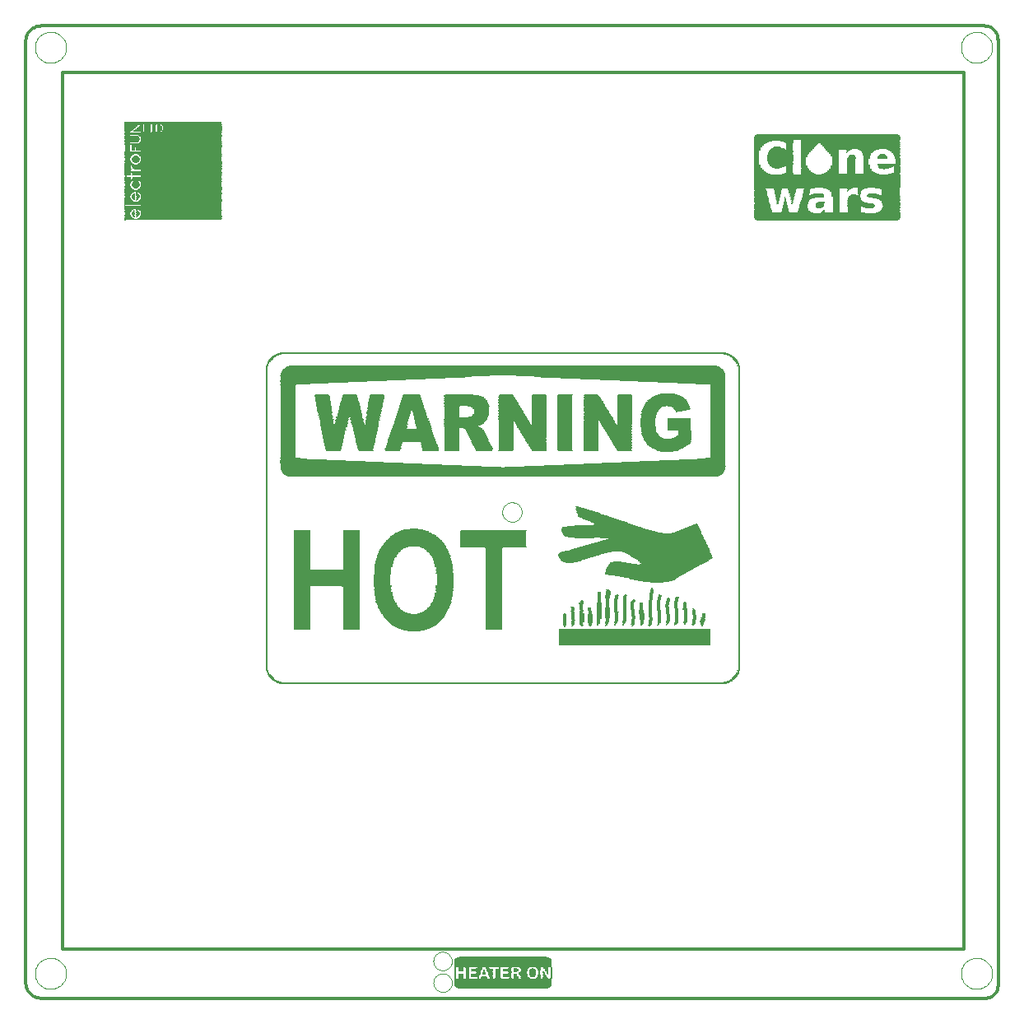
<source format=gto>
G75*
%MOIN*%
%OFA0B0*%
%FSLAX24Y24*%
%IPPOS*%
%LPD*%
%AMOC8*
5,1,8,0,0,1.08239X$1,22.5*
%
%ADD10C,0.0120*%
%ADD11C,0.0000*%
%ADD12R,1.8045X0.0017*%
%ADD13R,1.8132X0.0017*%
%ADD14R,1.8237X0.0017*%
%ADD15R,1.8306X0.0017*%
%ADD16R,0.0227X0.0017*%
%ADD17R,0.0244X0.0017*%
%ADD18R,0.0209X0.0017*%
%ADD19R,0.0227X0.0017*%
%ADD20R,0.0175X0.0017*%
%ADD21R,0.0174X0.0017*%
%ADD22R,0.0157X0.0017*%
%ADD23R,0.0175X0.0017*%
%ADD24R,0.0140X0.0017*%
%ADD25R,0.0157X0.0017*%
%ADD26R,0.0140X0.0017*%
%ADD27R,0.0140X0.0017*%
%ADD28R,0.0140X0.0017*%
%ADD29R,0.0122X0.0017*%
%ADD30R,0.0122X0.0017*%
%ADD31R,0.0122X0.0017*%
%ADD32R,0.0122X0.0017*%
%ADD33R,0.0105X0.0017*%
%ADD34R,0.0105X0.0017*%
%ADD35R,0.0105X0.0017*%
%ADD36R,0.0087X0.0017*%
%ADD37R,0.0087X0.0017*%
%ADD38R,0.0105X0.0017*%
%ADD39R,0.0087X0.0017*%
%ADD40R,0.0087X0.0017*%
%ADD41R,0.0105X0.0017*%
%ADD42R,0.0087X0.0017*%
%ADD43R,0.0087X0.0017*%
%ADD44R,0.0087X0.0017*%
%ADD45R,0.0105X0.0017*%
%ADD46R,0.0070X0.0017*%
%ADD47R,0.0070X0.0017*%
%ADD48R,0.0070X0.0017*%
%ADD49R,0.0070X0.0017*%
%ADD50R,0.6125X0.0017*%
%ADD51R,0.6143X0.0017*%
%ADD52R,0.6143X0.0017*%
%ADD53R,0.6143X0.0017*%
%ADD54R,0.6143X0.0017*%
%ADD55R,0.0297X0.0017*%
%ADD56R,0.0524X0.0017*%
%ADD57R,0.0768X0.0017*%
%ADD58R,0.0873X0.0017*%
%ADD59R,0.0646X0.0017*%
%ADD60R,0.0628X0.0017*%
%ADD61R,0.1012X0.0017*%
%ADD62R,0.0646X0.0017*%
%ADD63R,0.0663X0.0017*%
%ADD64R,0.1099X0.0017*%
%ADD65R,0.0681X0.0017*%
%ADD66R,0.0681X0.0017*%
%ADD67R,0.0663X0.0017*%
%ADD68R,0.1204X0.0017*%
%ADD69R,0.0681X0.0017*%
%ADD70R,0.0681X0.0017*%
%ADD71R,0.0663X0.0017*%
%ADD72R,0.1274X0.0017*%
%ADD73R,0.0681X0.0017*%
%ADD74R,0.1361X0.0017*%
%ADD75R,0.0681X0.0017*%
%ADD76R,0.1431X0.0017*%
%ADD77R,0.0681X0.0017*%
%ADD78R,0.0663X0.0017*%
%ADD79R,0.1501X0.0017*%
%ADD80R,0.0681X0.0017*%
%ADD81R,0.1553X0.0017*%
%ADD82R,0.0035X0.0017*%
%ADD83R,0.1623X0.0017*%
%ADD84R,0.0052X0.0017*%
%ADD85R,0.0035X0.0017*%
%ADD86R,0.1675X0.0017*%
%ADD87R,0.0052X0.0017*%
%ADD88R,0.0035X0.0017*%
%ADD89R,0.0017X0.0017*%
%ADD90R,0.1728X0.0017*%
%ADD91R,0.0052X0.0017*%
%ADD92R,0.0052X0.0017*%
%ADD93R,0.0035X0.0017*%
%ADD94R,0.1780X0.0017*%
%ADD95R,0.0105X0.0017*%
%ADD96R,0.0052X0.0017*%
%ADD97R,0.0017X0.0017*%
%ADD98R,0.0035X0.0017*%
%ADD99R,0.1815X0.0017*%
%ADD100R,0.0122X0.0017*%
%ADD101R,0.1850X0.0017*%
%ADD102R,0.1920X0.0017*%
%ADD103R,0.1955X0.0017*%
%ADD104R,0.0157X0.0017*%
%ADD105R,0.1989X0.0017*%
%ADD106R,0.0122X0.0017*%
%ADD107R,0.0157X0.0017*%
%ADD108R,0.2024X0.0017*%
%ADD109R,0.2059X0.0017*%
%ADD110R,0.0122X0.0017*%
%ADD111R,0.0174X0.0017*%
%ADD112R,0.0175X0.0017*%
%ADD113R,0.2094X0.0017*%
%ADD114R,0.0122X0.0017*%
%ADD115R,0.0174X0.0017*%
%ADD116R,0.0175X0.0017*%
%ADD117R,0.0140X0.0017*%
%ADD118R,0.0105X0.0017*%
%ADD119R,0.2129X0.0017*%
%ADD120R,0.0157X0.0017*%
%ADD121R,0.0157X0.0017*%
%ADD122R,0.2164X0.0017*%
%ADD123R,0.2199X0.0017*%
%ADD124R,0.0174X0.0017*%
%ADD125R,0.2234X0.0017*%
%ADD126R,0.2269X0.0017*%
%ADD127R,0.2304X0.0017*%
%ADD128R,0.2338X0.0017*%
%ADD129R,0.2356X0.0017*%
%ADD130R,0.0157X0.0017*%
%ADD131R,0.2391X0.0017*%
%ADD132R,0.2408X0.0017*%
%ADD133R,0.2443X0.0017*%
%ADD134R,0.2478X0.0017*%
%ADD135R,0.2478X0.0017*%
%ADD136R,0.2513X0.0017*%
%ADD137R,0.2548X0.0017*%
%ADD138R,0.2548X0.0017*%
%ADD139R,0.1169X0.0017*%
%ADD140R,0.1152X0.0017*%
%ADD141R,0.1117X0.0017*%
%ADD142R,0.1117X0.0017*%
%ADD143R,0.1047X0.0017*%
%ADD144R,0.1047X0.0017*%
%ADD145R,0.0157X0.0017*%
%ADD146R,0.1030X0.0017*%
%ADD147R,0.1030X0.0017*%
%ADD148R,0.0977X0.0017*%
%ADD149R,0.0995X0.0017*%
%ADD150R,0.0977X0.0017*%
%ADD151R,0.0960X0.0017*%
%ADD152R,0.0942X0.0017*%
%ADD153R,0.0925X0.0017*%
%ADD154R,0.0925X0.0017*%
%ADD155R,0.0907X0.0017*%
%ADD156R,0.0907X0.0017*%
%ADD157R,0.0890X0.0017*%
%ADD158R,0.0873X0.0017*%
%ADD159R,0.0873X0.0017*%
%ADD160R,0.0855X0.0017*%
%ADD161R,0.0855X0.0017*%
%ADD162R,0.0838X0.0017*%
%ADD163R,0.0838X0.0017*%
%ADD164R,0.0838X0.0017*%
%ADD165R,0.0838X0.0017*%
%ADD166R,0.0820X0.0017*%
%ADD167R,0.0820X0.0017*%
%ADD168R,0.0803X0.0017*%
%ADD169R,0.0803X0.0017*%
%ADD170R,0.0803X0.0017*%
%ADD171R,0.0803X0.0017*%
%ADD172R,0.0785X0.0017*%
%ADD173R,0.0785X0.0017*%
%ADD174R,0.0803X0.0017*%
%ADD175R,0.0785X0.0017*%
%ADD176R,0.0785X0.0017*%
%ADD177R,0.0768X0.0017*%
%ADD178R,0.0768X0.0017*%
%ADD179R,0.0768X0.0017*%
%ADD180R,0.0768X0.0017*%
%ADD181R,0.0768X0.0017*%
%ADD182R,0.0768X0.0017*%
%ADD183R,0.0750X0.0017*%
%ADD184R,0.0750X0.0017*%
%ADD185R,0.0750X0.0017*%
%ADD186R,0.0750X0.0017*%
%ADD187R,0.0733X0.0017*%
%ADD188R,0.0035X0.0017*%
%ADD189R,0.0733X0.0017*%
%ADD190R,0.0733X0.0017*%
%ADD191R,0.0733X0.0017*%
%ADD192R,0.0035X0.0017*%
%ADD193R,0.0716X0.0017*%
%ADD194R,0.0716X0.0017*%
%ADD195R,0.0715X0.0017*%
%ADD196R,0.0716X0.0017*%
%ADD197R,0.0715X0.0017*%
%ADD198R,0.0192X0.0017*%
%ADD199R,0.0716X0.0017*%
%ADD200R,0.0715X0.0017*%
%ADD201R,0.0192X0.0017*%
%ADD202R,0.0192X0.0017*%
%ADD203R,0.0698X0.0017*%
%ADD204R,0.0698X0.0017*%
%ADD205R,0.0698X0.0017*%
%ADD206R,0.0192X0.0017*%
%ADD207R,0.0698X0.0017*%
%ADD208R,0.0698X0.0017*%
%ADD209R,0.0192X0.0017*%
%ADD210R,0.0698X0.0017*%
%ADD211R,0.0698X0.0017*%
%ADD212R,0.0715X0.0017*%
%ADD213R,0.0698X0.0017*%
%ADD214R,0.0017X0.0017*%
%ADD215R,0.2670X0.0017*%
%ADD216R,0.2670X0.0017*%
%ADD217R,0.2670X0.0017*%
%ADD218R,0.2670X0.0017*%
%ADD219R,0.0558X0.0017*%
%ADD220R,0.1065X0.0017*%
%ADD221R,0.1187X0.0017*%
%ADD222R,0.1379X0.0017*%
%ADD223R,0.1483X0.0017*%
%ADD224R,0.1640X0.0017*%
%ADD225R,0.1745X0.0017*%
%ADD226R,0.1885X0.0017*%
%ADD227R,0.1955X0.0017*%
%ADD228R,0.2112X0.0017*%
%ADD229R,0.2181X0.0017*%
%ADD230R,0.2338X0.0017*%
%ADD231R,0.2408X0.0017*%
%ADD232R,0.2600X0.0017*%
%ADD233R,0.2688X0.0017*%
%ADD234R,0.2879X0.0017*%
%ADD235R,0.3019X0.0017*%
%ADD236R,0.3159X0.0017*%
%ADD237R,0.3176X0.0017*%
%ADD238R,0.3211X0.0017*%
%ADD239R,0.3246X0.0017*%
%ADD240R,0.3263X0.0017*%
%ADD241R,0.3298X0.0017*%
%ADD242R,0.3333X0.0017*%
%ADD243R,0.3351X0.0017*%
%ADD244R,0.3368X0.0017*%
%ADD245R,0.3403X0.0017*%
%ADD246R,0.3420X0.0017*%
%ADD247R,0.3438X0.0017*%
%ADD248R,0.3490X0.0017*%
%ADD249R,0.3508X0.0017*%
%ADD250R,0.3525X0.0017*%
%ADD251R,0.3543X0.0017*%
%ADD252R,0.3577X0.0017*%
%ADD253R,0.3612X0.0017*%
%ADD254R,0.3630X0.0017*%
%ADD255R,0.3630X0.0017*%
%ADD256R,0.3682X0.0017*%
%ADD257R,0.3682X0.0017*%
%ADD258R,0.3700X0.0017*%
%ADD259R,0.1134X0.0017*%
%ADD260R,0.2496X0.0017*%
%ADD261R,0.0942X0.0017*%
%ADD262R,0.2443X0.0017*%
%ADD263R,0.0855X0.0017*%
%ADD264R,0.2530X0.0017*%
%ADD265R,0.0646X0.0017*%
%ADD266R,0.2565X0.0017*%
%ADD267R,0.0332X0.0017*%
%ADD268R,0.0471X0.0017*%
%ADD269R,0.2635X0.0017*%
%ADD270R,0.0471X0.0017*%
%ADD271R,0.0332X0.0017*%
%ADD272R,0.0611X0.0017*%
%ADD273R,0.2740X0.0017*%
%ADD274R,0.2775X0.0017*%
%ADD275R,0.2862X0.0017*%
%ADD276R,0.2897X0.0017*%
%ADD277R,0.2984X0.0017*%
%ADD278R,0.1012X0.0017*%
%ADD279R,0.3019X0.0017*%
%ADD280R,0.1099X0.0017*%
%ADD281R,0.3106X0.0017*%
%ADD282R,0.0750X0.0017*%
%ADD283R,0.1134X0.0017*%
%ADD284R,0.3141X0.0017*%
%ADD285R,0.1222X0.0017*%
%ADD286R,0.3176X0.0017*%
%ADD287R,0.1291X0.0017*%
%ADD288R,0.3211X0.0017*%
%ADD289R,0.0750X0.0017*%
%ADD290R,0.1361X0.0017*%
%ADD291R,0.3211X0.0017*%
%ADD292R,0.1396X0.0017*%
%ADD293R,0.3246X0.0017*%
%ADD294R,0.1483X0.0017*%
%ADD295R,0.3246X0.0017*%
%ADD296R,0.1518X0.0017*%
%ADD297R,0.3263X0.0017*%
%ADD298R,0.1606X0.0017*%
%ADD299R,0.3298X0.0017*%
%ADD300R,0.1640X0.0017*%
%ADD301R,0.3316X0.0017*%
%ADD302R,0.1710X0.0017*%
%ADD303R,0.3351X0.0017*%
%ADD304R,0.3368X0.0017*%
%ADD305R,0.1815X0.0017*%
%ADD306R,0.3386X0.0017*%
%ADD307R,0.0803X0.0017*%
%ADD308R,0.0820X0.0017*%
%ADD309R,0.1867X0.0017*%
%ADD310R,0.0820X0.0017*%
%ADD311R,0.0803X0.0017*%
%ADD312R,0.1902X0.0017*%
%ADD313R,0.3438X0.0017*%
%ADD314R,0.0838X0.0017*%
%ADD315R,0.1937X0.0017*%
%ADD316R,0.3490X0.0017*%
%ADD317R,0.0838X0.0017*%
%ADD318R,0.0838X0.0017*%
%ADD319R,0.1972X0.0017*%
%ADD320R,0.3525X0.0017*%
%ADD321R,0.3665X0.0017*%
%ADD322R,0.5776X0.0017*%
%ADD323R,0.0873X0.0017*%
%ADD324R,0.0873X0.0017*%
%ADD325R,0.5637X0.0017*%
%ADD326R,0.0873X0.0017*%
%ADD327R,0.0890X0.0017*%
%ADD328R,0.5567X0.0017*%
%ADD329R,0.0907X0.0017*%
%ADD330R,0.5497X0.0017*%
%ADD331R,0.0907X0.0017*%
%ADD332R,0.0907X0.0017*%
%ADD333R,0.5445X0.0017*%
%ADD334R,0.0942X0.0017*%
%ADD335R,0.5375X0.0017*%
%ADD336R,0.0960X0.0017*%
%ADD337R,0.0942X0.0017*%
%ADD338R,0.5323X0.0017*%
%ADD339R,0.0995X0.0017*%
%ADD340R,0.5218X0.0017*%
%ADD341R,0.1012X0.0017*%
%ADD342R,0.5183X0.0017*%
%ADD343R,0.1082X0.0017*%
%ADD344R,0.2653X0.0017*%
%ADD345R,0.5113X0.0017*%
%ADD346R,0.1117X0.0017*%
%ADD347R,0.2653X0.0017*%
%ADD348R,0.5043X0.0017*%
%ADD349R,0.4974X0.0017*%
%ADD350R,0.4921X0.0017*%
%ADD351R,0.4834X0.0017*%
%ADD352R,0.4799X0.0017*%
%ADD353R,0.2461X0.0017*%
%ADD354R,0.4712X0.0017*%
%ADD355R,0.2443X0.0017*%
%ADD356R,0.2653X0.0017*%
%ADD357R,0.4642X0.0017*%
%ADD358R,0.2408X0.0017*%
%ADD359R,0.2653X0.0017*%
%ADD360R,0.4572X0.0017*%
%ADD361R,0.2373X0.0017*%
%ADD362R,0.4520X0.0017*%
%ADD363R,0.4433X0.0017*%
%ADD364R,0.2338X0.0017*%
%ADD365R,0.4398X0.0017*%
%ADD366R,0.4293X0.0017*%
%ADD367R,0.4241X0.0017*%
%ADD368R,0.4153X0.0017*%
%ADD369R,0.2199X0.0017*%
%ADD370R,0.4101X0.0017*%
%ADD371R,0.2164X0.0017*%
%ADD372R,0.3996X0.0017*%
%ADD373R,0.3944X0.0017*%
%ADD374R,0.2094X0.0017*%
%ADD375R,0.3874X0.0017*%
%ADD376R,0.2059X0.0017*%
%ADD377R,0.3874X0.0017*%
%ADD378R,0.3996X0.0017*%
%ADD379R,0.0820X0.0017*%
%ADD380R,0.4223X0.0017*%
%ADD381R,0.5462X0.0017*%
%ADD382R,0.1920X0.0017*%
%ADD383R,0.5497X0.0017*%
%ADD384R,0.1867X0.0017*%
%ADD385R,0.5532X0.0017*%
%ADD386R,0.1832X0.0017*%
%ADD387R,0.5602X0.0017*%
%ADD388R,0.5602X0.0017*%
%ADD389R,0.5619X0.0017*%
%ADD390R,0.1623X0.0017*%
%ADD391R,0.5619X0.0017*%
%ADD392R,0.1553X0.0017*%
%ADD393R,0.5619X0.0017*%
%ADD394R,0.1518X0.0017*%
%ADD395R,0.5619X0.0017*%
%ADD396R,0.1448X0.0017*%
%ADD397R,0.4066X0.0017*%
%ADD398R,0.1222X0.0017*%
%ADD399R,0.1379X0.0017*%
%ADD400R,0.3961X0.0017*%
%ADD401R,0.3839X0.0017*%
%ADD402R,0.1047X0.0017*%
%ADD403R,0.1222X0.0017*%
%ADD404R,0.3787X0.0017*%
%ADD405R,0.0995X0.0017*%
%ADD406R,0.1099X0.0017*%
%ADD407R,0.3700X0.0017*%
%ADD408R,0.0925X0.0017*%
%ADD409R,0.1030X0.0017*%
%ADD410R,0.2635X0.0017*%
%ADD411R,0.3647X0.0017*%
%ADD412R,0.0855X0.0017*%
%ADD413R,0.0890X0.0017*%
%ADD414R,0.3560X0.0017*%
%ADD415R,0.3525X0.0017*%
%ADD416R,0.0541X0.0017*%
%ADD417R,0.3438X0.0017*%
%ADD418R,0.0366X0.0017*%
%ADD419R,0.3420X0.0017*%
%ADD420R,0.3351X0.0017*%
%ADD421R,0.0611X0.0017*%
%ADD422R,0.3298X0.0017*%
%ADD423R,0.0593X0.0017*%
%ADD424R,0.3229X0.0017*%
%ADD425R,0.0541X0.0017*%
%ADD426R,0.3176X0.0017*%
%ADD427R,0.0489X0.0017*%
%ADD428R,0.3002X0.0017*%
%ADD429R,0.0419X0.0017*%
%ADD430R,0.0401X0.0017*%
%ADD431R,0.0332X0.0017*%
%ADD432R,0.2496X0.0017*%
%ADD433R,0.0297X0.0017*%
%ADD434R,0.1920X0.0017*%
%ADD435R,0.1588X0.0017*%
%ADD436R,0.1501X0.0017*%
%ADD437R,0.1466X0.0017*%
%ADD438R,0.1431X0.0017*%
%ADD439R,0.1414X0.0017*%
%ADD440R,0.1396X0.0017*%
%ADD441R,0.1379X0.0017*%
%ADD442R,0.1379X0.0017*%
%ADD443R,0.1361X0.0017*%
%ADD444R,0.1344X0.0017*%
%ADD445R,0.1344X0.0017*%
%ADD446R,0.1326X0.0017*%
%ADD447R,0.1309X0.0017*%
%ADD448R,0.1309X0.0017*%
%ADD449R,0.1291X0.0017*%
%ADD450R,0.1291X0.0017*%
%ADD451R,0.1274X0.0017*%
%ADD452R,0.1256X0.0017*%
%ADD453R,0.1239X0.0017*%
%ADD454R,0.1169X0.0017*%
%ADD455R,0.1030X0.0017*%
%ADD456R,0.0646X0.0017*%
%ADD457R,0.0436X0.0017*%
%ADD458R,0.0366X0.0017*%
%ADD459R,0.0332X0.0017*%
%ADD460R,0.0262X0.0017*%
%ADD461R,1.2390X0.0017*%
%ADD462R,0.4555X0.0017*%
%ADD463R,1.7451X0.0017*%
%ADD464R,1.7521X0.0017*%
%ADD465R,1.7608X0.0017*%
%ADD466R,1.7661X0.0017*%
%ADD467R,1.7713X0.0017*%
%ADD468R,1.7748X0.0017*%
%ADD469R,1.7800X0.0017*%
%ADD470R,1.7818X0.0017*%
%ADD471R,1.7853X0.0017*%
%ADD472R,1.7870X0.0017*%
%ADD473R,1.7888X0.0017*%
%ADD474R,1.7922X0.0017*%
%ADD475R,1.7940X0.0017*%
%ADD476R,1.7940X0.0017*%
%ADD477R,1.7957X0.0017*%
%ADD478R,1.7975X0.0017*%
%ADD479R,1.7975X0.0017*%
%ADD480R,1.7992X0.0017*%
%ADD481R,1.7992X0.0017*%
%ADD482R,0.8935X0.0017*%
%ADD483R,0.8935X0.0017*%
%ADD484R,0.8621X0.0017*%
%ADD485R,0.8621X0.0017*%
%ADD486R,0.8150X0.0017*%
%ADD487R,0.8150X0.0017*%
%ADD488R,0.7818X0.0017*%
%ADD489R,0.7836X0.0017*%
%ADD490R,0.7347X0.0017*%
%ADD491R,0.7330X0.0017*%
%ADD492R,0.7033X0.0017*%
%ADD493R,0.7033X0.0017*%
%ADD494R,0.6544X0.0017*%
%ADD495R,0.6562X0.0017*%
%ADD496R,0.6230X0.0017*%
%ADD497R,0.6230X0.0017*%
%ADD498R,0.5741X0.0017*%
%ADD499R,0.5741X0.0017*%
%ADD500R,0.5497X0.0017*%
%ADD501R,0.4974X0.0017*%
%ADD502R,0.4974X0.0017*%
%ADD503R,0.4171X0.0017*%
%ADD504R,0.4188X0.0017*%
%ADD505R,0.3927X0.0017*%
%ADD506R,0.3927X0.0017*%
%ADD507R,0.3438X0.0017*%
%ADD508R,0.3438X0.0017*%
%ADD509R,0.3141X0.0017*%
%ADD510R,0.3141X0.0017*%
%ADD511R,0.2635X0.0017*%
%ADD512R,0.2373X0.0017*%
%ADD513R,0.1850X0.0017*%
%ADD514R,0.1867X0.0017*%
%ADD515R,0.1536X0.0017*%
%ADD516R,0.1571X0.0017*%
%ADD517R,0.0646X0.0017*%
%ADD518R,0.0628X0.0017*%
%ADD519R,0.0628X0.0017*%
%ADD520R,0.0628X0.0017*%
%ADD521R,0.0628X0.0017*%
%ADD522R,0.0628X0.0017*%
%ADD523R,0.0628X0.0017*%
%ADD524R,0.0628X0.0017*%
%ADD525R,0.0558X0.0017*%
%ADD526R,0.0576X0.0017*%
%ADD527R,0.0611X0.0017*%
%ADD528R,0.0576X0.0017*%
%ADD529R,0.0646X0.0017*%
%ADD530R,0.0593X0.0017*%
%ADD531R,0.0611X0.0017*%
%ADD532R,0.1030X0.0017*%
%ADD533R,0.0646X0.0017*%
%ADD534R,0.0593X0.0017*%
%ADD535R,0.1187X0.0017*%
%ADD536R,0.0593X0.0017*%
%ADD537R,0.1239X0.0017*%
%ADD538R,0.1309X0.0017*%
%ADD539R,0.0611X0.0017*%
%ADD540R,0.0646X0.0017*%
%ADD541R,0.1466X0.0017*%
%ADD542R,0.1553X0.0017*%
%ADD543R,0.1606X0.0017*%
%ADD544R,0.1640X0.0017*%
%ADD545R,0.1693X0.0017*%
%ADD546R,0.0611X0.0017*%
%ADD547R,0.1728X0.0017*%
%ADD548R,0.1763X0.0017*%
%ADD549R,0.1798X0.0017*%
%ADD550R,0.0750X0.0017*%
%ADD551R,0.1832X0.0017*%
%ADD552R,0.1832X0.0017*%
%ADD553R,0.0785X0.0017*%
%ADD554R,0.1937X0.0017*%
%ADD555R,0.0785X0.0017*%
%ADD556R,0.1937X0.0017*%
%ADD557R,0.1885X0.0017*%
%ADD558R,0.1902X0.0017*%
%ADD559R,0.0820X0.0017*%
%ADD560R,0.1902X0.0017*%
%ADD561R,0.0820X0.0017*%
%ADD562R,0.1885X0.0017*%
%ADD563R,0.0873X0.0017*%
%ADD564R,0.1867X0.0017*%
%ADD565R,0.0855X0.0017*%
%ADD566R,0.0907X0.0017*%
%ADD567R,0.0890X0.0017*%
%ADD568R,0.1832X0.0017*%
%ADD569R,0.0873X0.0017*%
%ADD570R,0.0942X0.0017*%
%ADD571R,0.1797X0.0017*%
%ADD572R,0.0942X0.0017*%
%ADD573R,0.0576X0.0017*%
%ADD574R,0.1780X0.0017*%
%ADD575R,0.0960X0.0017*%
%ADD576R,0.0541X0.0017*%
%ADD577R,0.1780X0.0017*%
%ADD578R,0.0960X0.0017*%
%ADD579R,0.0541X0.0017*%
%ADD580R,0.0890X0.0017*%
%ADD581R,0.1780X0.0017*%
%ADD582R,0.0977X0.0017*%
%ADD583R,0.0907X0.0017*%
%ADD584R,0.1763X0.0017*%
%ADD585R,0.0995X0.0017*%
%ADD586R,0.0907X0.0017*%
%ADD587R,0.1745X0.0017*%
%ADD588R,0.0925X0.0017*%
%ADD589R,0.1728X0.0017*%
%ADD590R,0.1012X0.0017*%
%ADD591R,0.1030X0.0017*%
%ADD592R,0.1012X0.0017*%
%ADD593R,0.1710X0.0017*%
%ADD594R,0.1710X0.0017*%
%ADD595R,0.1693X0.0017*%
%ADD596R,0.1065X0.0017*%
%ADD597R,0.1047X0.0017*%
%ADD598R,0.1065X0.0017*%
%ADD599R,0.1658X0.0017*%
%ADD600R,0.1082X0.0017*%
%ADD601R,0.1065X0.0017*%
%ADD602R,0.0977X0.0017*%
%ADD603R,0.1658X0.0017*%
%ADD604R,0.1082X0.0017*%
%ADD605R,0.0558X0.0017*%
%ADD606R,0.1099X0.0017*%
%ADD607R,0.1623X0.0017*%
%ADD608R,0.0960X0.0017*%
%ADD609R,0.0576X0.0017*%
%ADD610R,0.1117X0.0017*%
%ADD611R,0.0960X0.0017*%
%ADD612R,0.1012X0.0017*%
%ADD613R,0.1483X0.0017*%
%ADD614R,0.1152X0.0017*%
%ADD615R,0.1134X0.0017*%
%ADD616R,0.1030X0.0017*%
%ADD617R,0.0576X0.0017*%
%ADD618R,0.1466X0.0017*%
%ADD619R,0.1169X0.0017*%
%ADD620R,0.1152X0.0017*%
%ADD621R,0.1047X0.0017*%
%ADD622R,0.0576X0.0017*%
%ADD623R,0.1169X0.0017*%
%ADD624R,0.0576X0.0017*%
%ADD625R,0.1187X0.0017*%
%ADD626R,0.1204X0.0017*%
%ADD627R,0.1204X0.0017*%
%ADD628R,0.0558X0.0017*%
%ADD629R,0.0576X0.0017*%
%ADD630R,0.1431X0.0017*%
%ADD631R,0.1204X0.0017*%
%ADD632R,0.1204X0.0017*%
%ADD633R,0.1082X0.0017*%
%ADD634R,0.1082X0.0017*%
%ADD635R,0.0558X0.0017*%
%ADD636R,0.0506X0.0017*%
%ADD637R,0.0489X0.0017*%
%ADD638R,0.0558X0.0017*%
%ADD639R,0.0506X0.0017*%
%ADD640R,0.0506X0.0017*%
%ADD641R,0.1536X0.0017*%
%ADD642R,0.0506X0.0017*%
%ADD643R,0.1588X0.0017*%
%ADD644R,0.1606X0.0017*%
%ADD645R,0.0489X0.0017*%
%ADD646R,0.0506X0.0017*%
%ADD647R,0.0611X0.0017*%
%ADD648R,0.0558X0.0017*%
%ADD649R,0.0489X0.0017*%
%ADD650R,0.0506X0.0017*%
%ADD651R,0.0558X0.0017*%
%ADD652R,0.0489X0.0017*%
%ADD653R,0.0489X0.0017*%
%ADD654R,0.1675X0.0017*%
%ADD655R,0.1693X0.0017*%
%ADD656R,0.1222X0.0017*%
%ADD657R,0.1187X0.0017*%
%ADD658R,0.0506X0.0017*%
%ADD659R,0.1745X0.0017*%
%ADD660R,0.0489X0.0017*%
%ADD661R,0.0506X0.0017*%
%ADD662R,0.1745X0.0017*%
%ADD663R,0.1763X0.0017*%
%ADD664R,0.1763X0.0017*%
%ADD665R,0.1152X0.0017*%
%ADD666R,0.1134X0.0017*%
%ADD667R,0.1152X0.0017*%
%ADD668R,0.1099X0.0017*%
%ADD669R,0.0524X0.0017*%
%ADD670R,0.1082X0.0017*%
%ADD671R,0.0977X0.0017*%
%ADD672R,0.1012X0.0017*%
%ADD673R,0.0524X0.0017*%
%ADD674R,0.0524X0.0017*%
%ADD675R,0.0227X0.0017*%
%ADD676R,0.0279X0.0017*%
%ADD677R,0.0419X0.0017*%
%ADD678R,0.1082X0.0017*%
%ADD679R,0.0890X0.0017*%
%ADD680R,0.1082X0.0017*%
%ADD681R,0.0942X0.0017*%
%ADD682R,0.1030X0.0017*%
%ADD683R,0.0820X0.0017*%
%ADD684R,0.1797X0.0017*%
%ADD685R,0.0838X0.0017*%
%ADD686R,0.1797X0.0017*%
%ADD687R,0.1780X0.0017*%
%ADD688R,0.0768X0.0017*%
%ADD689R,0.0925X0.0017*%
%ADD690R,0.0803X0.0017*%
%ADD691R,0.1710X0.0017*%
%ADD692R,0.0890X0.0017*%
%ADD693R,0.1675X0.0017*%
%ADD694R,0.1745X0.0017*%
%ADD695R,0.1640X0.0017*%
%ADD696R,0.1623X0.0017*%
%ADD697R,0.0733X0.0017*%
%ADD698R,0.1588X0.0017*%
%ADD699R,0.1728X0.0017*%
%ADD700R,0.0733X0.0017*%
%ADD701R,0.1571X0.0017*%
%ADD702R,0.1710X0.0017*%
%ADD703R,0.1536X0.0017*%
%ADD704R,0.1693X0.0017*%
%ADD705R,0.1518X0.0017*%
%ADD706R,0.1431X0.0017*%
%ADD707R,0.1396X0.0017*%
%ADD708R,0.1623X0.0017*%
%ADD709R,0.1361X0.0017*%
%ADD710R,0.1606X0.0017*%
%ADD711R,0.1291X0.0017*%
%ADD712R,0.1588X0.0017*%
%ADD713R,0.1256X0.0017*%
%ADD714R,0.1553X0.0017*%
%ADD715R,0.1466X0.0017*%
%ADD716R,0.1431X0.0017*%
%ADD717R,0.0611X0.0017*%
%ADD718R,0.0366X0.0017*%
%ADD719R,0.1204X0.0017*%
%ADD720R,0.1204X0.0017*%
%ADD721R,0.1448X0.0017*%
%ADD722R,0.1937X0.0017*%
%ADD723R,0.2251X0.0017*%
%ADD724R,0.2740X0.0017*%
%ADD725R,0.3036X0.0017*%
%ADD726R,0.3054X0.0017*%
%ADD727R,0.3508X0.0017*%
%ADD728R,0.3508X0.0017*%
%ADD729R,0.3822X0.0017*%
%ADD730R,0.3822X0.0017*%
%ADD731R,0.4310X0.0017*%
%ADD732R,0.4276X0.0017*%
%ADD733R,0.4625X0.0017*%
%ADD734R,0.4607X0.0017*%
%ADD735R,0.5096X0.0017*%
%ADD736R,0.5061X0.0017*%
%ADD737R,0.5410X0.0017*%
%ADD738R,0.5375X0.0017*%
%ADD739R,0.5881X0.0017*%
%ADD740R,0.5881X0.0017*%
%ADD741R,0.6195X0.0017*%
%ADD742R,0.6160X0.0017*%
%ADD743R,0.6666X0.0017*%
%ADD744R,0.6666X0.0017*%
%ADD745R,0.6946X0.0017*%
%ADD746R,0.6963X0.0017*%
%ADD747R,0.7452X0.0017*%
%ADD748R,0.7452X0.0017*%
%ADD749R,0.7766X0.0017*%
%ADD750R,0.7731X0.0017*%
%ADD751R,0.8237X0.0017*%
%ADD752R,0.8481X0.0017*%
%ADD753R,0.8499X0.0017*%
%ADD754R,1.8010X0.0017*%
%ADD755R,1.8010X0.0017*%
%ADD756R,1.7992X0.0017*%
%ADD757R,1.7975X0.0017*%
%ADD758R,1.7940X0.0017*%
%ADD759R,1.7905X0.0017*%
%ADD760R,1.7870X0.0017*%
%ADD761R,1.7835X0.0017*%
%ADD762R,1.7800X0.0017*%
%ADD763R,1.7783X0.0017*%
%ADD764R,1.7696X0.0017*%
%ADD765R,1.7591X0.0017*%
%ADD766R,1.7521X0.0017*%
%ADD767R,1.7416X0.0017*%
%ADD768R,1.7312X0.0017*%
%ADD769R,0.0209X0.0017*%
%ADD770R,0.0244X0.0017*%
%ADD771R,1.8289X0.0017*%
%ADD772R,1.8219X0.0017*%
%ADD773R,1.8097X0.0017*%
%ADD774R,0.0173X0.0043*%
%ADD775R,0.0519X0.0043*%
%ADD776R,0.0649X0.0043*%
%ADD777R,0.0735X0.0043*%
%ADD778R,0.0303X0.0043*%
%ADD779R,0.0260X0.0043*%
%ADD780R,0.0173X0.0043*%
%ADD781R,0.0130X0.0043*%
%ADD782R,0.0216X0.0043*%
%ADD783R,0.0087X0.0043*%
%ADD784R,0.0043X0.0043*%
%ADD785R,0.0130X0.0043*%
%ADD786R,0.0130X0.0043*%
%ADD787R,0.0086X0.0043*%
%ADD788R,0.0216X0.0043*%
%ADD789R,0.0216X0.0043*%
%ADD790R,0.0260X0.0043*%
%ADD791R,0.0606X0.0043*%
%ADD792R,0.0476X0.0043*%
%ADD793R,0.0433X0.0043*%
%ADD794R,0.0389X0.0043*%
%ADD795R,0.0822X0.0043*%
%ADD796R,0.0909X0.0043*%
%ADD797R,0.0692X0.0043*%
%ADD798R,0.0303X0.0043*%
%ADD799R,0.0779X0.0043*%
%ADD800R,0.0649X0.0043*%
%ADD801R,0.0519X0.0043*%
%ADD802R,0.0606X0.0043*%
%ADD803R,0.0865X0.0043*%
%ADD804R,0.0346X0.0043*%
%ADD805R,0.0692X0.0043*%
%ADD806R,0.0346X0.0043*%
%ADD807R,0.0260X0.0043*%
%ADD808R,0.0216X0.0043*%
%ADD809R,0.0303X0.0043*%
%ADD810R,0.0995X0.0043*%
%ADD811R,0.0303X0.0043*%
%ADD812R,0.0086X0.0043*%
%ADD813R,0.0087X0.0043*%
%ADD814R,0.0389X0.0043*%
%ADD815R,0.0260X0.0043*%
%ADD816R,0.0865X0.0043*%
%ADD817R,0.0952X0.0043*%
%ADD818R,0.0909X0.0043*%
%ADD819R,0.0822X0.0043*%
%ADD820R,0.0346X0.0043*%
%ADD821R,0.0995X0.0043*%
%ADD822R,0.0043X0.0043*%
%ADD823R,0.0433X0.0043*%
%ADD824R,0.0519X0.0043*%
%ADD825R,0.0476X0.0043*%
%ADD826R,0.0562X0.0043*%
%ADD827R,0.0562X0.0043*%
%ADD828R,0.0822X0.0043*%
%ADD829R,0.0519X0.0043*%
%ADD830R,0.0130X0.0043*%
%ADD831R,0.0909X0.0043*%
%ADD832R,0.0649X0.0043*%
%ADD833R,0.0606X0.0043*%
%ADD834R,0.1168X0.0043*%
%ADD835R,0.0606X0.0043*%
%ADD836R,0.0562X0.0043*%
%ADD837R,0.0562X0.0043*%
%ADD838R,0.0476X0.0043*%
%ADD839R,0.0389X0.0043*%
%ADD840R,0.0736X0.0043*%
%ADD841R,0.0043X0.0043*%
%ADD842R,0.0043X0.0043*%
%ADD843R,0.0173X0.0043*%
%ADD844R,0.0173X0.0043*%
%ADD845R,0.0389X0.0043*%
%ADD846R,0.0779X0.0043*%
%ADD847R,0.0433X0.0043*%
%ADD848R,0.0130X0.0043*%
%ADD849R,0.0735X0.0043*%
%ADD850R,0.0736X0.0043*%
%ADD851R,0.0952X0.0043*%
%ADD852R,0.1038X0.0043*%
%ADD853R,0.1038X0.0043*%
%ADD854R,0.0041X0.0014*%
%ADD855R,0.3923X0.0014*%
%ADD856R,0.3923X0.0014*%
%ADD857R,0.0385X0.0014*%
%ADD858R,0.3428X0.0014*%
%ADD859R,0.0344X0.0014*%
%ADD860R,0.3386X0.0014*%
%ADD861R,0.0317X0.0014*%
%ADD862R,0.3373X0.0014*%
%ADD863R,0.0303X0.0014*%
%ADD864R,0.3345X0.0014*%
%ADD865R,0.0289X0.0014*%
%ADD866R,0.3331X0.0014*%
%ADD867R,0.0275X0.0014*%
%ADD868R,0.0014X0.0014*%
%ADD869R,0.3318X0.0014*%
%ADD870R,0.0262X0.0014*%
%ADD871R,0.0041X0.0014*%
%ADD872R,0.3304X0.0014*%
%ADD873R,0.0248X0.0014*%
%ADD874R,0.0055X0.0014*%
%ADD875R,0.0069X0.0014*%
%ADD876R,0.3304X0.0014*%
%ADD877R,0.0248X0.0014*%
%ADD878R,0.0069X0.0014*%
%ADD879R,0.0083X0.0014*%
%ADD880R,0.3290X0.0014*%
%ADD881R,0.0234X0.0014*%
%ADD882R,0.0083X0.0014*%
%ADD883R,0.0096X0.0014*%
%ADD884R,0.3290X0.0014*%
%ADD885R,0.0234X0.0014*%
%ADD886R,0.0096X0.0014*%
%ADD887R,0.0110X0.0014*%
%ADD888R,0.3276X0.0014*%
%ADD889R,0.0096X0.0014*%
%ADD890R,0.0110X0.0014*%
%ADD891R,0.3276X0.0014*%
%ADD892R,0.0220X0.0014*%
%ADD893R,0.0110X0.0014*%
%ADD894R,0.0110X0.0014*%
%ADD895R,0.3276X0.0014*%
%ADD896R,0.0220X0.0014*%
%ADD897R,0.0110X0.0014*%
%ADD898R,0.0124X0.0014*%
%ADD899R,0.0220X0.0014*%
%ADD900R,0.0110X0.0014*%
%ADD901R,0.0124X0.0014*%
%ADD902R,0.3262X0.0014*%
%ADD903R,0.3262X0.0014*%
%ADD904R,0.0124X0.0014*%
%ADD905R,0.3262X0.0014*%
%ADD906R,0.0220X0.0014*%
%ADD907R,0.0110X0.0014*%
%ADD908R,0.0124X0.0014*%
%ADD909R,0.3276X0.0014*%
%ADD910R,0.0262X0.0014*%
%ADD911R,0.0041X0.0014*%
%ADD912R,0.0262X0.0014*%
%ADD913R,0.0014X0.0014*%
%ADD914R,0.0055X0.0014*%
%ADD915R,0.3304X0.0014*%
%ADD916R,0.0055X0.0014*%
%ADD917R,0.0289X0.0014*%
%ADD918R,0.0055X0.0014*%
%ADD919R,0.3331X0.0014*%
%ADD920R,0.0317X0.0014*%
%ADD921R,0.3345X0.0014*%
%ADD922R,0.0344X0.0014*%
%ADD923R,0.3455X0.0014*%
%ADD924R,0.0385X0.0014*%
%ADD925R,0.3469X0.0014*%
%ADD926R,0.3923X0.0014*%
%ADD927R,0.0028X0.0014*%
%ADD928R,0.3290X0.0014*%
%ADD929R,0.0014X0.0014*%
%ADD930R,0.0014X0.0014*%
%ADD931R,0.0014X0.0014*%
%ADD932R,0.0028X0.0014*%
%ADD933R,0.3923X0.0014*%
%ADD934R,0.0096X0.0014*%
%ADD935R,0.0234X0.0014*%
%ADD936R,0.0096X0.0014*%
%ADD937R,0.0234X0.0014*%
%ADD938R,0.0096X0.0014*%
%ADD939R,0.0110X0.0014*%
%ADD940R,0.0096X0.0014*%
%ADD941R,0.0248X0.0014*%
%ADD942R,0.0069X0.0014*%
%ADD943R,0.0041X0.0014*%
%ADD944R,0.0083X0.0014*%
%ADD945R,0.3290X0.0014*%
%ADD946R,0.3304X0.0014*%
%ADD947R,0.0275X0.0014*%
%ADD948R,0.3318X0.0014*%
%ADD949R,0.0289X0.0014*%
%ADD950R,0.3331X0.0014*%
%ADD951R,0.0317X0.0014*%
%ADD952R,0.3345X0.0014*%
%ADD953R,0.3455X0.0014*%
%ADD954R,0.0385X0.0014*%
%ADD955R,0.3469X0.0014*%
%ADD956R,0.3428X0.0014*%
%ADD957R,0.3373X0.0014*%
%ADD958R,0.0275X0.0014*%
%ADD959R,0.3318X0.0014*%
%ADD960R,0.0138X0.0014*%
%ADD961R,0.0179X0.0014*%
%ADD962R,0.0248X0.0014*%
%ADD963R,0.0220X0.0014*%
%ADD964R,0.0248X0.0014*%
%ADD965R,0.0289X0.0014*%
%ADD966R,0.0303X0.0014*%
%ADD967R,0.0303X0.0014*%
%ADD968R,0.0303X0.0014*%
%ADD969R,0.3262X0.0014*%
%ADD970R,0.0206X0.0014*%
%ADD971R,0.0179X0.0014*%
%ADD972R,0.0262X0.0014*%
%ADD973R,0.0165X0.0014*%
%ADD974R,0.0165X0.0014*%
%ADD975R,0.3634X0.0014*%
%ADD976R,0.3620X0.0014*%
%ADD977R,0.3620X0.0014*%
%ADD978R,0.3620X0.0014*%
%ADD979R,0.3620X0.0014*%
%ADD980R,0.3634X0.0014*%
%ADD981R,0.3648X0.0014*%
%ADD982R,0.3510X0.0014*%
%ADD983R,0.3552X0.0014*%
%ADD984R,0.3579X0.0014*%
%ADD985R,0.3593X0.0014*%
%ADD986R,0.3607X0.0014*%
%ADD987R,0.3634X0.0014*%
%ADD988R,0.3662X0.0014*%
%ADD989R,0.0385X0.0014*%
%ADD990R,0.3428X0.0014*%
%ADD991R,0.3386X0.0014*%
%ADD992R,0.0317X0.0014*%
%ADD993R,0.3373X0.0014*%
%ADD994R,0.0303X0.0014*%
%ADD995R,0.0069X0.0014*%
%ADD996R,0.0138X0.0014*%
%ADD997R,0.0193X0.0014*%
%ADD998R,0.0220X0.0014*%
%ADD999R,0.0248X0.0014*%
%ADD1000R,0.0289X0.0014*%
%ADD1001R,0.0303X0.0014*%
%ADD1002R,0.0165X0.0014*%
%ADD1003R,0.3359X0.0014*%
%ADD1004R,0.0330X0.0014*%
%ADD1005R,0.0372X0.0014*%
%ADD1006R,0.3414X0.0014*%
%ADD1007R,0.3469X0.0014*%
%ADD1008R,0.3469X0.0014*%
%ADD1009R,0.0138X0.0014*%
%ADD1010R,0.3483X0.0014*%
%ADD1011R,0.3648X0.0014*%
%ADD1012R,0.3648X0.0014*%
%ADD1013R,0.3648X0.0014*%
%ADD1014R,0.3414X0.0014*%
%ADD1015R,0.0509X0.0014*%
%ADD1016R,0.0537X0.0014*%
%ADD1017R,0.0564X0.0014*%
%ADD1018R,0.0578X0.0014*%
%ADD1019R,0.0578X0.0014*%
%ADD1020R,0.0592X0.0014*%
%ADD1021R,0.0592X0.0014*%
%ADD1022R,0.0592X0.0014*%
%ADD1023R,0.0606X0.0014*%
%ADD1024R,0.0606X0.0014*%
%ADD1025R,0.0606X0.0014*%
%ADD1026R,0.0578X0.0014*%
%ADD1027R,0.0537X0.0014*%
%ADD1028R,0.0427X0.0014*%
%ADD1029R,0.2836X0.0014*%
%ADD1030R,0.2464X0.0014*%
%ADD1031R,0.0151X0.0014*%
%ADD1032R,0.2450X0.0014*%
%ADD1033R,0.0151X0.0014*%
%ADD1034R,0.2423X0.0014*%
%ADD1035R,0.0399X0.0014*%
%ADD1036R,0.0151X0.0014*%
%ADD1037R,0.0124X0.0014*%
%ADD1038R,0.2409X0.0014*%
%ADD1039R,0.2395X0.0014*%
%ADD1040R,0.0372X0.0014*%
%ADD1041R,0.0275X0.0014*%
%ADD1042R,0.0165X0.0014*%
%ADD1043R,0.2381X0.0014*%
%ADD1044R,0.0179X0.0014*%
%ADD1045R,0.2381X0.0014*%
%ADD1046R,0.0330X0.0014*%
%ADD1047R,0.0193X0.0014*%
%ADD1048R,0.2368X0.0014*%
%ADD1049R,0.0358X0.0014*%
%ADD1050R,0.0151X0.0014*%
%ADD1051R,0.0193X0.0014*%
%ADD1052R,0.2368X0.0014*%
%ADD1053R,0.0372X0.0014*%
%ADD1054R,0.0289X0.0014*%
%ADD1055R,0.0206X0.0014*%
%ADD1056R,0.2368X0.0014*%
%ADD1057R,0.0413X0.0014*%
%ADD1058R,0.0206X0.0014*%
%ADD1059R,0.2368X0.0014*%
%ADD1060R,0.0427X0.0014*%
%ADD1061R,0.0441X0.0014*%
%ADD1062R,0.0206X0.0014*%
%ADD1063R,0.0468X0.0014*%
%ADD1064R,0.0482X0.0014*%
%ADD1065R,0.0496X0.0014*%
%ADD1066R,0.0193X0.0014*%
%ADD1067R,0.0523X0.0014*%
%ADD1068R,0.2381X0.0014*%
%ADD1069R,0.0537X0.0014*%
%ADD1070R,0.0138X0.0014*%
%ADD1071R,0.0179X0.0014*%
%ADD1072R,0.2381X0.0014*%
%ADD1073R,0.0551X0.0014*%
%ADD1074R,0.0165X0.0014*%
%ADD1075R,0.2395X0.0014*%
%ADD1076R,0.0165X0.0014*%
%ADD1077R,0.0124X0.0014*%
%ADD1078R,0.2409X0.0014*%
%ADD1079R,0.0757X0.0014*%
%ADD1080R,0.2450X0.0014*%
%ADD1081R,0.0757X0.0014*%
%ADD1082R,0.2478X0.0014*%
%ADD1083R,0.0771X0.0014*%
%ADD1084R,0.3152X0.0014*%
%ADD1085R,0.3937X0.0014*%
%ADD1086R,0.3937X0.0014*%
%ADD1087R,0.3937X0.0014*%
%ADD1088R,0.5702X0.0017*%
%ADD1089R,0.5804X0.0017*%
%ADD1090R,0.5838X0.0017*%
%ADD1091R,0.5872X0.0017*%
%ADD1092R,0.5872X0.0017*%
%ADD1093R,0.5906X0.0017*%
%ADD1094R,0.5906X0.0017*%
%ADD1095R,0.5906X0.0017*%
%ADD1096R,0.2444X0.0017*%
%ADD1097R,0.2036X0.0017*%
%ADD1098R,0.1069X0.0017*%
%ADD1099R,0.2376X0.0017*%
%ADD1100R,0.1833X0.0017*%
%ADD1101R,0.0967X0.0017*%
%ADD1102R,0.0730X0.0017*%
%ADD1103R,0.0322X0.0017*%
%ADD1104R,0.0577X0.0017*%
%ADD1105R,0.0136X0.0017*%
%ADD1106R,0.0289X0.0017*%
%ADD1107R,0.0628X0.0017*%
%ADD1108R,0.0899X0.0017*%
%ADD1109R,0.0543X0.0017*%
%ADD1110R,0.0102X0.0017*%
%ADD1111R,0.0560X0.0017*%
%ADD1112R,0.0865X0.0017*%
%ADD1113R,0.0713X0.0017*%
%ADD1114R,0.0305X0.0017*%
%ADD1115R,0.0492X0.0017*%
%ADD1116R,0.0085X0.0017*%
%ADD1117R,0.0289X0.0017*%
%ADD1118R,0.0526X0.0017*%
%ADD1119R,0.0831X0.0017*%
%ADD1120R,0.0713X0.0017*%
%ADD1121R,0.0288X0.0017*%
%ADD1122R,0.0475X0.0017*%
%ADD1123R,0.0068X0.0017*%
%ADD1124R,0.0526X0.0017*%
%ADD1125R,0.0815X0.0017*%
%ADD1126R,0.0458X0.0017*%
%ADD1127R,0.0034X0.0017*%
%ADD1128R,0.0798X0.0017*%
%ADD1129R,0.0713X0.0017*%
%ADD1130R,0.0288X0.0017*%
%ADD1131R,0.0424X0.0017*%
%ADD1132R,0.0034X0.0017*%
%ADD1133R,0.0289X0.0017*%
%ADD1134R,0.0526X0.0017*%
%ADD1135R,0.0781X0.0017*%
%ADD1136R,0.0696X0.0017*%
%ADD1137R,0.0271X0.0017*%
%ADD1138R,0.0407X0.0017*%
%ADD1139R,0.0017X0.0017*%
%ADD1140R,0.0764X0.0017*%
%ADD1141R,0.0255X0.0017*%
%ADD1142R,0.0747X0.0017*%
%ADD1143R,0.0696X0.0017*%
%ADD1144R,0.0255X0.0017*%
%ADD1145R,0.0390X0.0017*%
%ADD1146R,0.0730X0.0017*%
%ADD1147R,0.0373X0.0017*%
%ADD1148R,0.0730X0.0017*%
%ADD1149R,0.0679X0.0017*%
%ADD1150R,0.0238X0.0017*%
%ADD1151R,0.0356X0.0017*%
%ADD1152R,0.0679X0.0017*%
%ADD1153R,0.0221X0.0017*%
%ADD1154R,0.0356X0.0017*%
%ADD1155R,0.0102X0.0017*%
%ADD1156R,0.0170X0.0017*%
%ADD1157R,0.0713X0.0017*%
%ADD1158R,0.0221X0.0017*%
%ADD1159R,0.0187X0.0017*%
%ADD1160R,0.0713X0.0017*%
%ADD1161R,0.0339X0.0017*%
%ADD1162R,0.0238X0.0017*%
%ADD1163R,0.0424X0.0017*%
%ADD1164R,0.0662X0.0017*%
%ADD1165R,0.0204X0.0017*%
%ADD1166R,0.0322X0.0017*%
%ADD1167R,0.0492X0.0017*%
%ADD1168R,0.0696X0.0017*%
%ADD1169R,0.0662X0.0017*%
%ADD1170R,0.0187X0.0017*%
%ADD1171R,0.0322X0.0017*%
%ADD1172R,0.1103X0.0017*%
%ADD1173R,0.0696X0.0017*%
%ADD1174R,0.0645X0.0017*%
%ADD1175R,0.0305X0.0017*%
%ADD1176R,0.1103X0.0017*%
%ADD1177R,0.0170X0.0017*%
%ADD1178R,0.0645X0.0017*%
%ADD1179R,0.0153X0.0017*%
%ADD1180R,0.0305X0.0017*%
%ADD1181R,0.0339X0.0017*%
%ADD1182R,0.1086X0.0017*%
%ADD1183R,0.0713X0.0017*%
%ADD1184R,0.0153X0.0017*%
%ADD1185R,0.0339X0.0017*%
%ADD1186R,0.0628X0.0017*%
%ADD1187R,0.1035X0.0017*%
%ADD1188R,0.0628X0.0017*%
%ADD1189R,0.0034X0.0017*%
%ADD1190R,0.0136X0.0017*%
%ADD1191R,0.0305X0.0017*%
%ADD1192R,0.0322X0.0017*%
%ADD1193R,0.0916X0.0017*%
%ADD1194R,0.0119X0.0017*%
%ADD1195R,0.0305X0.0017*%
%ADD1196R,0.0815X0.0017*%
%ADD1197R,0.0747X0.0017*%
%ADD1198R,0.0611X0.0017*%
%ADD1199R,0.0051X0.0017*%
%ADD1200R,0.0119X0.0017*%
%ADD1201R,0.0611X0.0017*%
%ADD1202R,0.0051X0.0017*%
%ADD1203R,0.0645X0.0017*%
%ADD1204R,0.0085X0.0017*%
%ADD1205R,0.0068X0.0017*%
%ADD1206R,0.0594X0.0017*%
%ADD1207R,0.0764X0.0017*%
%ADD1208R,0.0594X0.0017*%
%ADD1209R,0.0781X0.0017*%
%ADD1210R,0.0102X0.0017*%
%ADD1211R,0.0339X0.0017*%
%ADD1212R,0.0594X0.0017*%
%ADD1213R,0.0102X0.0017*%
%ADD1214R,0.0560X0.0017*%
%ADD1215R,0.0815X0.0017*%
%ADD1216R,0.0848X0.0017*%
%ADD1217R,0.0577X0.0017*%
%ADD1218R,0.0119X0.0017*%
%ADD1219R,0.0390X0.0017*%
%ADD1220R,0.0882X0.0017*%
%ADD1221R,0.0577X0.0017*%
%ADD1222R,0.0136X0.0017*%
%ADD1223R,0.0051X0.0017*%
%ADD1224R,0.0119X0.0017*%
%ADD1225R,0.0407X0.0017*%
%ADD1226R,0.0509X0.0017*%
%ADD1227R,0.0933X0.0017*%
%ADD1228R,0.0136X0.0017*%
%ADD1229R,0.0509X0.0017*%
%ADD1230R,0.1001X0.0017*%
%ADD1231R,0.0560X0.0017*%
%ADD1232R,0.0560X0.0017*%
%ADD1233R,0.0136X0.0017*%
%ADD1234R,0.0017X0.0017*%
%ADD1235R,0.0153X0.0017*%
%ADD1236R,0.0475X0.0017*%
%ADD1237R,0.1222X0.0017*%
%ADD1238R,0.0170X0.0017*%
%ADD1239R,0.0153X0.0017*%
%ADD1240R,0.0899X0.0017*%
%ADD1241R,0.1273X0.0017*%
%ADD1242R,0.1307X0.0017*%
%ADD1243R,0.0543X0.0017*%
%ADD1244R,0.0170X0.0017*%
%ADD1245R,0.0882X0.0017*%
%ADD1246R,0.0441X0.0017*%
%ADD1247R,0.1324X0.0017*%
%ADD1248R,0.0543X0.0017*%
%ADD1249R,0.0187X0.0017*%
%ADD1250R,0.0882X0.0017*%
%ADD1251R,0.0424X0.0017*%
%ADD1252R,0.1324X0.0017*%
%ADD1253R,0.0204X0.0017*%
%ADD1254R,0.0187X0.0017*%
%ADD1255R,0.0204X0.0017*%
%ADD1256R,0.0272X0.0017*%
%ADD1257R,0.0526X0.0017*%
%ADD1258R,0.0526X0.0017*%
%ADD1259R,0.0221X0.0017*%
%ADD1260R,0.0272X0.0017*%
%ADD1261R,0.0373X0.0017*%
%ADD1262R,0.0238X0.0017*%
%ADD1263R,0.0221X0.0017*%
%ADD1264R,0.0255X0.0017*%
%ADD1265R,0.0509X0.0017*%
%ADD1266R,0.0238X0.0017*%
%ADD1267R,0.0255X0.0017*%
%ADD1268R,0.0339X0.0017*%
%ADD1269R,0.0102X0.0017*%
%ADD1270R,0.0764X0.0017*%
%ADD1271R,0.0509X0.0017*%
%ADD1272R,0.0509X0.0017*%
%ADD1273R,0.0424X0.0017*%
%ADD1274R,0.0255X0.0017*%
%ADD1275R,0.2478X0.0017*%
%ADD1276R,0.1188X0.0017*%
%ADD1277R,0.0764X0.0017*%
%ADD1278R,0.4175X0.0017*%
%ADD1279R,0.0662X0.0017*%
%ADD1280R,0.0662X0.0017*%
%ADD1281R,0.0458X0.0017*%
%ADD1282R,0.0628X0.0017*%
%ADD1283R,0.2308X0.0017*%
%ADD1284R,0.0492X0.0017*%
%ADD1285R,0.0407X0.0017*%
%ADD1286R,0.0594X0.0017*%
%ADD1287R,0.0288X0.0017*%
%ADD1288R,0.0441X0.0017*%
%ADD1289R,0.0407X0.0017*%
%ADD1290R,0.0458X0.0017*%
%ADD1291R,0.0441X0.0017*%
%ADD1292R,0.0424X0.0017*%
%ADD1293R,0.0390X0.0017*%
%ADD1294R,0.0373X0.0017*%
%ADD1295R,0.0356X0.0017*%
%ADD1296R,0.0170X0.0017*%
%ADD1297R,0.0272X0.0017*%
%ADD1298R,0.0356X0.0017*%
%ADD1299R,0.0356X0.0017*%
%ADD1300R,0.0373X0.0017*%
%ADD1301R,0.0238X0.0017*%
%ADD1302R,0.0577X0.0017*%
%ADD1303R,0.0611X0.0017*%
%ADD1304R,0.0238X0.0017*%
%ADD1305R,0.0645X0.0017*%
%ADD1306R,0.0899X0.0017*%
%ADD1307R,0.0950X0.0017*%
%ADD1308R,0.0916X0.0017*%
%ADD1309R,0.0967X0.0017*%
%ADD1310R,0.0916X0.0017*%
%ADD1311R,0.0984X0.0017*%
%ADD1312R,0.1001X0.0017*%
%ADD1313R,0.0271X0.0017*%
%ADD1314R,0.1018X0.0017*%
%ADD1315R,0.0187X0.0017*%
%ADD1316R,0.1018X0.0017*%
%ADD1317R,0.0204X0.0017*%
%ADD1318R,0.0271X0.0017*%
%ADD1319R,0.0221X0.0017*%
%ADD1320R,0.0187X0.0017*%
%ADD1321R,0.1035X0.0017*%
%ADD1322R,0.0390X0.0017*%
%ADD1323R,0.0373X0.0017*%
%ADD1324R,0.0204X0.0017*%
%ADD1325R,0.1035X0.0017*%
%ADD1326R,0.0255X0.0017*%
%ADD1327R,0.0221X0.0017*%
%ADD1328R,0.0085X0.0017*%
%ADD1329R,0.1018X0.0017*%
%ADD1330R,0.0356X0.0017*%
%ADD1331R,0.0407X0.0017*%
%ADD1332R,0.0441X0.0017*%
%ADD1333R,0.0458X0.0017*%
%ADD1334R,0.0509X0.0017*%
%ADD1335R,0.0967X0.0017*%
%ADD1336R,0.0645X0.0017*%
%ADD1337R,0.0441X0.0017*%
%ADD1338R,0.0136X0.0017*%
%ADD1339R,0.0458X0.0017*%
%ADD1340R,0.1086X0.0017*%
%ADD1341R,0.0865X0.0017*%
%ADD1342R,0.3038X0.0017*%
%ADD1343R,0.3038X0.0017*%
%ADD1344R,0.3072X0.0017*%
%ADD1345R,0.0543X0.0017*%
%ADD1346R,0.3072X0.0017*%
%ADD1347R,0.3089X0.0017*%
%ADD1348R,0.0577X0.0017*%
%ADD1349R,0.3105X0.0017*%
%ADD1350R,0.3122X0.0017*%
%ADD1351R,0.3139X0.0017*%
%ADD1352R,0.3156X0.0017*%
%ADD1353R,0.3173X0.0017*%
%ADD1354R,0.3190X0.0017*%
%ADD1355R,0.0679X0.0017*%
%ADD1356R,0.3207X0.0017*%
%ADD1357R,0.3224X0.0017*%
%ADD1358R,0.3241X0.0017*%
%ADD1359R,0.4005X0.0017*%
%ADD1360R,0.4005X0.0017*%
%ADD1361R,0.0645X0.0017*%
%ADD1362R,0.1578X0.0017*%
%ADD1363R,0.1578X0.0017*%
%ADD1364R,0.3564X0.0017*%
%ADD1365R,0.3665X0.0017*%
%ADD1366R,0.3733X0.0017*%
%ADD1367R,0.3801X0.0017*%
%ADD1368R,0.3835X0.0017*%
%ADD1369R,0.3869X0.0017*%
%ADD1370R,0.3903X0.0017*%
%ADD1371R,0.3903X0.0017*%
%ADD1372R,0.3937X0.0017*%
%ADD1373R,0.3937X0.0017*%
%ADD1374R,0.3937X0.0017*%
%ADD1375R,0.0068X0.0017*%
%ADD1376R,0.0051X0.0017*%
%ADD1377R,0.0051X0.0017*%
%ADD1378R,0.0153X0.0017*%
%ADD1379R,0.0119X0.0017*%
%ADD1380R,0.0085X0.0017*%
%ADD1381R,0.0051X0.0017*%
%ADD1382R,0.0102X0.0017*%
%ADD1383R,0.0085X0.0017*%
%ADD1384R,0.0068X0.0017*%
%ADD1385R,0.0068X0.0017*%
%ADD1386R,0.0170X0.0017*%
%ADD1387R,0.3903X0.0017*%
D10*
X003385Y002893D02*
X041630Y002893D01*
X041674Y002895D01*
X041717Y002901D01*
X041759Y002910D01*
X041801Y002923D01*
X041841Y002940D01*
X041880Y002960D01*
X041917Y002983D01*
X041951Y003010D01*
X041984Y003039D01*
X042013Y003072D01*
X042040Y003106D01*
X042063Y003143D01*
X042083Y003182D01*
X042100Y003222D01*
X042113Y003264D01*
X042122Y003306D01*
X042128Y003349D01*
X042130Y003393D01*
X042130Y041711D01*
X042129Y041711D02*
X042127Y041757D01*
X042121Y041802D01*
X042112Y041847D01*
X042099Y041890D01*
X042083Y041933D01*
X042062Y041974D01*
X042039Y042013D01*
X042013Y042050D01*
X041983Y042085D01*
X041951Y042117D01*
X041916Y042147D01*
X041879Y042173D01*
X041840Y042196D01*
X041799Y042217D01*
X041756Y042233D01*
X041713Y042246D01*
X041668Y042255D01*
X041623Y042261D01*
X041577Y042263D01*
X003381Y042263D01*
X003332Y042261D01*
X003284Y042255D01*
X003236Y042246D01*
X003189Y042233D01*
X003143Y042216D01*
X003099Y042195D01*
X003057Y042171D01*
X003016Y042144D01*
X002978Y042114D01*
X002942Y042081D01*
X002909Y042045D01*
X002879Y042007D01*
X002852Y041966D01*
X002828Y041924D01*
X002807Y041880D01*
X002790Y041834D01*
X002777Y041787D01*
X002768Y041739D01*
X002762Y041691D01*
X002760Y041642D01*
X002760Y003518D01*
X002762Y003469D01*
X002768Y003420D01*
X002777Y003372D01*
X002791Y003325D01*
X002808Y003279D01*
X002828Y003234D01*
X002852Y003191D01*
X002879Y003151D01*
X002910Y003112D01*
X002943Y003076D01*
X002979Y003043D01*
X003018Y003012D01*
X003058Y002985D01*
X003101Y002961D01*
X003146Y002941D01*
X003192Y002924D01*
X003239Y002910D01*
X003287Y002901D01*
X003336Y002895D01*
X003385Y002893D01*
X004260Y004893D02*
X004260Y040393D01*
X040760Y040393D01*
X040760Y004893D01*
X004260Y004893D01*
D11*
X003130Y003893D02*
X003132Y003943D01*
X003138Y003993D01*
X003148Y004042D01*
X003162Y004090D01*
X003179Y004137D01*
X003200Y004182D01*
X003225Y004226D01*
X003253Y004267D01*
X003285Y004306D01*
X003319Y004343D01*
X003356Y004377D01*
X003396Y004407D01*
X003438Y004434D01*
X003482Y004458D01*
X003528Y004479D01*
X003575Y004495D01*
X003623Y004508D01*
X003673Y004517D01*
X003722Y004522D01*
X003773Y004523D01*
X003823Y004520D01*
X003872Y004513D01*
X003921Y004502D01*
X003969Y004487D01*
X004015Y004469D01*
X004060Y004447D01*
X004103Y004421D01*
X004144Y004392D01*
X004183Y004360D01*
X004219Y004325D01*
X004251Y004287D01*
X004281Y004247D01*
X004308Y004204D01*
X004331Y004160D01*
X004350Y004114D01*
X004366Y004066D01*
X004378Y004017D01*
X004386Y003968D01*
X004390Y003918D01*
X004390Y003868D01*
X004386Y003818D01*
X004378Y003769D01*
X004366Y003720D01*
X004350Y003672D01*
X004331Y003626D01*
X004308Y003582D01*
X004281Y003539D01*
X004251Y003499D01*
X004219Y003461D01*
X004183Y003426D01*
X004144Y003394D01*
X004103Y003365D01*
X004060Y003339D01*
X004015Y003317D01*
X003969Y003299D01*
X003921Y003284D01*
X003872Y003273D01*
X003823Y003266D01*
X003773Y003263D01*
X003722Y003264D01*
X003673Y003269D01*
X003623Y003278D01*
X003575Y003291D01*
X003528Y003307D01*
X003482Y003328D01*
X003438Y003352D01*
X003396Y003379D01*
X003356Y003409D01*
X003319Y003443D01*
X003285Y003480D01*
X003253Y003519D01*
X003225Y003560D01*
X003200Y003604D01*
X003179Y003649D01*
X003162Y003696D01*
X003148Y003744D01*
X003138Y003793D01*
X003132Y003843D01*
X003130Y003893D01*
X019261Y003518D02*
X019263Y003556D01*
X019269Y003595D01*
X019279Y003632D01*
X019292Y003668D01*
X019310Y003702D01*
X019330Y003735D01*
X019354Y003765D01*
X019381Y003792D01*
X019411Y003817D01*
X019442Y003839D01*
X019476Y003857D01*
X019512Y003871D01*
X019549Y003882D01*
X019587Y003889D01*
X019625Y003892D01*
X019664Y003891D01*
X019702Y003886D01*
X019740Y003877D01*
X019776Y003864D01*
X019811Y003848D01*
X019844Y003828D01*
X019875Y003805D01*
X019903Y003779D01*
X019928Y003750D01*
X019951Y003719D01*
X019970Y003685D01*
X019985Y003650D01*
X019997Y003613D01*
X020005Y003576D01*
X020009Y003537D01*
X020009Y003499D01*
X020005Y003460D01*
X019997Y003423D01*
X019985Y003386D01*
X019970Y003351D01*
X019951Y003317D01*
X019928Y003286D01*
X019903Y003257D01*
X019875Y003231D01*
X019844Y003208D01*
X019811Y003188D01*
X019776Y003172D01*
X019740Y003159D01*
X019702Y003150D01*
X019664Y003145D01*
X019625Y003144D01*
X019587Y003147D01*
X019549Y003154D01*
X019512Y003165D01*
X019476Y003179D01*
X019442Y003197D01*
X019411Y003219D01*
X019381Y003244D01*
X019354Y003271D01*
X019330Y003301D01*
X019310Y003334D01*
X019292Y003368D01*
X019279Y003404D01*
X019269Y003441D01*
X019263Y003480D01*
X019261Y003518D01*
X019261Y004393D02*
X019263Y004431D01*
X019269Y004470D01*
X019279Y004507D01*
X019292Y004543D01*
X019310Y004577D01*
X019330Y004610D01*
X019354Y004640D01*
X019381Y004667D01*
X019411Y004692D01*
X019442Y004714D01*
X019476Y004732D01*
X019512Y004746D01*
X019549Y004757D01*
X019587Y004764D01*
X019625Y004767D01*
X019664Y004766D01*
X019702Y004761D01*
X019740Y004752D01*
X019776Y004739D01*
X019811Y004723D01*
X019844Y004703D01*
X019875Y004680D01*
X019903Y004654D01*
X019928Y004625D01*
X019951Y004594D01*
X019970Y004560D01*
X019985Y004525D01*
X019997Y004488D01*
X020005Y004451D01*
X020009Y004412D01*
X020009Y004374D01*
X020005Y004335D01*
X019997Y004298D01*
X019985Y004261D01*
X019970Y004226D01*
X019951Y004192D01*
X019928Y004161D01*
X019903Y004132D01*
X019875Y004106D01*
X019844Y004083D01*
X019811Y004063D01*
X019776Y004047D01*
X019740Y004034D01*
X019702Y004025D01*
X019664Y004020D01*
X019625Y004019D01*
X019587Y004022D01*
X019549Y004029D01*
X019512Y004040D01*
X019476Y004054D01*
X019442Y004072D01*
X019411Y004094D01*
X019381Y004119D01*
X019354Y004146D01*
X019330Y004176D01*
X019310Y004209D01*
X019292Y004243D01*
X019279Y004279D01*
X019269Y004316D01*
X019263Y004355D01*
X019261Y004393D01*
X022051Y022578D02*
X022053Y022617D01*
X022059Y022656D01*
X022069Y022694D01*
X022082Y022731D01*
X022099Y022766D01*
X022119Y022800D01*
X022143Y022831D01*
X022170Y022860D01*
X022199Y022886D01*
X022231Y022909D01*
X022265Y022929D01*
X022301Y022945D01*
X022338Y022957D01*
X022377Y022966D01*
X022416Y022971D01*
X022455Y022972D01*
X022494Y022969D01*
X022533Y022962D01*
X022570Y022951D01*
X022607Y022937D01*
X022642Y022919D01*
X022675Y022898D01*
X022706Y022873D01*
X022734Y022846D01*
X022759Y022816D01*
X022781Y022783D01*
X022800Y022749D01*
X022815Y022713D01*
X022827Y022675D01*
X022835Y022637D01*
X022839Y022598D01*
X022839Y022558D01*
X022835Y022519D01*
X022827Y022481D01*
X022815Y022443D01*
X022800Y022407D01*
X022781Y022373D01*
X022759Y022340D01*
X022734Y022310D01*
X022706Y022283D01*
X022675Y022258D01*
X022642Y022237D01*
X022607Y022219D01*
X022570Y022205D01*
X022533Y022194D01*
X022494Y022187D01*
X022455Y022184D01*
X022416Y022185D01*
X022377Y022190D01*
X022338Y022199D01*
X022301Y022211D01*
X022265Y022227D01*
X022231Y022247D01*
X022199Y022270D01*
X022170Y022296D01*
X022143Y022325D01*
X022119Y022356D01*
X022099Y022390D01*
X022082Y022425D01*
X022069Y022462D01*
X022059Y022500D01*
X022053Y022539D01*
X022051Y022578D01*
X003130Y041393D02*
X003132Y041443D01*
X003138Y041493D01*
X003148Y041542D01*
X003162Y041590D01*
X003179Y041637D01*
X003200Y041682D01*
X003225Y041726D01*
X003253Y041767D01*
X003285Y041806D01*
X003319Y041843D01*
X003356Y041877D01*
X003396Y041907D01*
X003438Y041934D01*
X003482Y041958D01*
X003528Y041979D01*
X003575Y041995D01*
X003623Y042008D01*
X003673Y042017D01*
X003722Y042022D01*
X003773Y042023D01*
X003823Y042020D01*
X003872Y042013D01*
X003921Y042002D01*
X003969Y041987D01*
X004015Y041969D01*
X004060Y041947D01*
X004103Y041921D01*
X004144Y041892D01*
X004183Y041860D01*
X004219Y041825D01*
X004251Y041787D01*
X004281Y041747D01*
X004308Y041704D01*
X004331Y041660D01*
X004350Y041614D01*
X004366Y041566D01*
X004378Y041517D01*
X004386Y041468D01*
X004390Y041418D01*
X004390Y041368D01*
X004386Y041318D01*
X004378Y041269D01*
X004366Y041220D01*
X004350Y041172D01*
X004331Y041126D01*
X004308Y041082D01*
X004281Y041039D01*
X004251Y040999D01*
X004219Y040961D01*
X004183Y040926D01*
X004144Y040894D01*
X004103Y040865D01*
X004060Y040839D01*
X004015Y040817D01*
X003969Y040799D01*
X003921Y040784D01*
X003872Y040773D01*
X003823Y040766D01*
X003773Y040763D01*
X003722Y040764D01*
X003673Y040769D01*
X003623Y040778D01*
X003575Y040791D01*
X003528Y040807D01*
X003482Y040828D01*
X003438Y040852D01*
X003396Y040879D01*
X003356Y040909D01*
X003319Y040943D01*
X003285Y040980D01*
X003253Y041019D01*
X003225Y041060D01*
X003200Y041104D01*
X003179Y041149D01*
X003162Y041196D01*
X003148Y041244D01*
X003138Y041293D01*
X003132Y041343D01*
X003130Y041393D01*
X040630Y041393D02*
X040632Y041443D01*
X040638Y041493D01*
X040648Y041542D01*
X040662Y041590D01*
X040679Y041637D01*
X040700Y041682D01*
X040725Y041726D01*
X040753Y041767D01*
X040785Y041806D01*
X040819Y041843D01*
X040856Y041877D01*
X040896Y041907D01*
X040938Y041934D01*
X040982Y041958D01*
X041028Y041979D01*
X041075Y041995D01*
X041123Y042008D01*
X041173Y042017D01*
X041222Y042022D01*
X041273Y042023D01*
X041323Y042020D01*
X041372Y042013D01*
X041421Y042002D01*
X041469Y041987D01*
X041515Y041969D01*
X041560Y041947D01*
X041603Y041921D01*
X041644Y041892D01*
X041683Y041860D01*
X041719Y041825D01*
X041751Y041787D01*
X041781Y041747D01*
X041808Y041704D01*
X041831Y041660D01*
X041850Y041614D01*
X041866Y041566D01*
X041878Y041517D01*
X041886Y041468D01*
X041890Y041418D01*
X041890Y041368D01*
X041886Y041318D01*
X041878Y041269D01*
X041866Y041220D01*
X041850Y041172D01*
X041831Y041126D01*
X041808Y041082D01*
X041781Y041039D01*
X041751Y040999D01*
X041719Y040961D01*
X041683Y040926D01*
X041644Y040894D01*
X041603Y040865D01*
X041560Y040839D01*
X041515Y040817D01*
X041469Y040799D01*
X041421Y040784D01*
X041372Y040773D01*
X041323Y040766D01*
X041273Y040763D01*
X041222Y040764D01*
X041173Y040769D01*
X041123Y040778D01*
X041075Y040791D01*
X041028Y040807D01*
X040982Y040828D01*
X040938Y040852D01*
X040896Y040879D01*
X040856Y040909D01*
X040819Y040943D01*
X040785Y040980D01*
X040753Y041019D01*
X040725Y041060D01*
X040700Y041104D01*
X040679Y041149D01*
X040662Y041196D01*
X040648Y041244D01*
X040638Y041293D01*
X040632Y041343D01*
X040630Y041393D01*
X040630Y003893D02*
X040632Y003943D01*
X040638Y003993D01*
X040648Y004042D01*
X040662Y004090D01*
X040679Y004137D01*
X040700Y004182D01*
X040725Y004226D01*
X040753Y004267D01*
X040785Y004306D01*
X040819Y004343D01*
X040856Y004377D01*
X040896Y004407D01*
X040938Y004434D01*
X040982Y004458D01*
X041028Y004479D01*
X041075Y004495D01*
X041123Y004508D01*
X041173Y004517D01*
X041222Y004522D01*
X041273Y004523D01*
X041323Y004520D01*
X041372Y004513D01*
X041421Y004502D01*
X041469Y004487D01*
X041515Y004469D01*
X041560Y004447D01*
X041603Y004421D01*
X041644Y004392D01*
X041683Y004360D01*
X041719Y004325D01*
X041751Y004287D01*
X041781Y004247D01*
X041808Y004204D01*
X041831Y004160D01*
X041850Y004114D01*
X041866Y004066D01*
X041878Y004017D01*
X041886Y003968D01*
X041890Y003918D01*
X041890Y003868D01*
X041886Y003818D01*
X041878Y003769D01*
X041866Y003720D01*
X041850Y003672D01*
X041831Y003626D01*
X041808Y003582D01*
X041781Y003539D01*
X041751Y003499D01*
X041719Y003461D01*
X041683Y003426D01*
X041644Y003394D01*
X041603Y003365D01*
X041560Y003339D01*
X041515Y003317D01*
X041469Y003299D01*
X041421Y003284D01*
X041372Y003273D01*
X041323Y003266D01*
X041273Y003263D01*
X041222Y003264D01*
X041173Y003269D01*
X041123Y003278D01*
X041075Y003291D01*
X041028Y003307D01*
X040982Y003328D01*
X040938Y003352D01*
X040896Y003379D01*
X040856Y003409D01*
X040819Y003443D01*
X040785Y003480D01*
X040753Y003519D01*
X040725Y003560D01*
X040700Y003604D01*
X040679Y003649D01*
X040662Y003696D01*
X040648Y003744D01*
X040638Y003793D01*
X040632Y003843D01*
X040630Y003893D01*
D12*
X022076Y015603D03*
D13*
X022085Y015620D03*
D14*
X022085Y015638D03*
D15*
X022085Y015655D03*
D16*
X029868Y022025D03*
X013010Y015673D03*
D17*
X031151Y015673D03*
D18*
X025147Y022740D03*
X012966Y015690D03*
D19*
X031194Y015690D03*
D20*
X030156Y018098D03*
X027695Y018535D03*
X027695Y018569D03*
X025967Y018569D03*
X025967Y018535D03*
X025967Y018430D03*
X025967Y018395D03*
X025967Y018377D03*
X025967Y018343D03*
X025967Y018308D03*
X025618Y018308D03*
X025618Y018343D03*
X025618Y018377D03*
X025618Y018395D03*
X025618Y018238D03*
X025618Y018203D03*
X025618Y018168D03*
X025618Y018098D03*
X025967Y018674D03*
X025967Y018709D03*
X025967Y018727D03*
X025967Y018761D03*
X025967Y018796D03*
X025967Y018866D03*
X012914Y015707D03*
X012914Y028918D03*
D21*
X025252Y018866D03*
X025269Y018430D03*
X025269Y018395D03*
X025269Y018377D03*
X025269Y018343D03*
X025269Y018308D03*
X025269Y018238D03*
X025269Y018203D03*
X025269Y018168D03*
X025269Y018098D03*
X026317Y018308D03*
X026317Y018343D03*
X026317Y018377D03*
X026317Y018395D03*
X026317Y018430D03*
X026317Y018535D03*
X026317Y018569D03*
X026317Y018674D03*
X026317Y019093D03*
X026317Y019128D03*
X026317Y019163D03*
X027713Y018430D03*
X027713Y018395D03*
X027713Y018377D03*
X027713Y018343D03*
X027713Y018308D03*
X027713Y018238D03*
X030173Y018203D03*
X031238Y015707D03*
X031238Y028918D03*
D22*
X031264Y028901D03*
X028070Y019058D03*
X028070Y019023D03*
X027721Y018186D03*
X027006Y018552D03*
X026657Y018552D03*
X026674Y018412D03*
X026674Y018360D03*
X026674Y018325D03*
X026308Y018220D03*
X026308Y018692D03*
X026308Y018744D03*
X026308Y018779D03*
X026308Y018884D03*
X026308Y018918D03*
X026308Y019023D03*
X026308Y019058D03*
X025976Y019023D03*
X025976Y018918D03*
X025976Y018884D03*
X025261Y018884D03*
X024912Y018412D03*
X024912Y018360D03*
X024912Y018325D03*
X024929Y018220D03*
X025261Y018081D03*
X025261Y018046D03*
X025610Y018046D03*
X029117Y018552D03*
X029466Y018552D03*
X029449Y018692D03*
X029449Y018744D03*
X029833Y018360D03*
X029833Y018325D03*
X029833Y018220D03*
X030182Y018220D03*
X030199Y018325D03*
X030199Y018360D03*
X030199Y018412D03*
X012888Y015725D03*
X012888Y028901D03*
D23*
X025618Y018412D03*
X025618Y018360D03*
X025618Y018325D03*
X025618Y018220D03*
X025618Y018186D03*
X025618Y018081D03*
X025967Y018325D03*
X025967Y018360D03*
X025967Y018412D03*
X025967Y018552D03*
X025967Y018692D03*
X025967Y018744D03*
X025967Y018779D03*
X027695Y018552D03*
X031273Y015725D03*
D24*
X031360Y015777D03*
X030138Y018028D03*
X029824Y018168D03*
X029824Y018203D03*
X029807Y018535D03*
X029475Y018430D03*
X029475Y018395D03*
X029475Y018377D03*
X029475Y018343D03*
X029475Y018308D03*
X029475Y018238D03*
X029475Y018203D03*
X029475Y018168D03*
X029126Y018168D03*
X029126Y018203D03*
X029126Y018238D03*
X029126Y018308D03*
X029126Y018343D03*
X029126Y018377D03*
X029126Y018395D03*
X029126Y018430D03*
X029109Y018569D03*
X029091Y018674D03*
X029091Y018709D03*
X029091Y018727D03*
X029091Y018761D03*
X029091Y018796D03*
X029091Y018866D03*
X029091Y018901D03*
X029091Y018936D03*
X029126Y019076D03*
X028760Y018936D03*
X028742Y018866D03*
X028742Y018569D03*
X028760Y018430D03*
X028777Y018308D03*
X028777Y018238D03*
X028393Y018674D03*
X028062Y018936D03*
X028079Y019076D03*
X028079Y019093D03*
X028079Y019128D03*
X028079Y019163D03*
X028097Y019302D03*
X028114Y019372D03*
X028114Y019407D03*
X028428Y019128D03*
X027695Y018796D03*
X027329Y018901D03*
X027311Y018796D03*
X027311Y018761D03*
X027311Y018727D03*
X027311Y018709D03*
X026997Y018709D03*
X026997Y018727D03*
X026997Y018761D03*
X026997Y018796D03*
X026997Y018866D03*
X026997Y018901D03*
X026997Y018936D03*
X026997Y018674D03*
X027015Y018395D03*
X027015Y018377D03*
X027015Y018343D03*
X027015Y018308D03*
X026683Y018308D03*
X026683Y018238D03*
X026683Y018203D03*
X026299Y018168D03*
X025950Y018168D03*
X025601Y018535D03*
X025269Y018569D03*
X025252Y018709D03*
X025252Y018727D03*
X025252Y018761D03*
X025252Y018796D03*
X025269Y018901D03*
X024903Y018674D03*
X024903Y018569D03*
X024920Y018308D03*
X024938Y018168D03*
X024571Y018168D03*
X024571Y018203D03*
X024571Y018238D03*
X025968Y019076D03*
X025968Y019093D03*
X026648Y019041D03*
X026648Y019006D03*
X026648Y018936D03*
X026648Y018901D03*
X026648Y018866D03*
X026648Y018796D03*
X026648Y018761D03*
X026648Y018727D03*
X026648Y018709D03*
X026648Y018674D03*
X026666Y019076D03*
X026666Y019093D03*
X026683Y019128D03*
X027364Y018343D03*
X027364Y018308D03*
X027364Y018238D03*
X027346Y018098D03*
X027346Y018063D03*
X028062Y018098D03*
X028062Y018168D03*
X029440Y018796D03*
X025112Y022758D03*
X031308Y028883D03*
X031360Y028848D03*
X012844Y015742D03*
D25*
X024929Y018203D03*
X024929Y018238D03*
X024912Y018343D03*
X024912Y018377D03*
X024912Y018395D03*
X024912Y018430D03*
X025261Y018535D03*
X025592Y018569D03*
X025592Y018674D03*
X025610Y018430D03*
X025610Y018063D03*
X025610Y018028D03*
X025261Y018063D03*
X025976Y018901D03*
X025976Y018936D03*
X025976Y019006D03*
X025976Y019041D03*
X026308Y019041D03*
X026308Y019076D03*
X026308Y019006D03*
X026308Y018936D03*
X026308Y018901D03*
X026308Y018866D03*
X026308Y018796D03*
X026308Y018761D03*
X026308Y018727D03*
X026308Y018709D03*
X026657Y018569D03*
X026657Y018535D03*
X026674Y018430D03*
X026674Y018395D03*
X026674Y018377D03*
X026674Y018343D03*
X027006Y018430D03*
X027006Y018535D03*
X027006Y018569D03*
X027320Y018866D03*
X028070Y019006D03*
X028070Y019041D03*
X027721Y018203D03*
X027721Y018168D03*
X026308Y018203D03*
X026308Y018238D03*
X026343Y019372D03*
X029117Y018535D03*
X029466Y018535D03*
X029466Y018569D03*
X029449Y018674D03*
X029449Y018709D03*
X029449Y018727D03*
X029449Y018761D03*
X029833Y018395D03*
X029833Y018377D03*
X029833Y018343D03*
X029833Y018308D03*
X029833Y018238D03*
X030165Y018168D03*
X030182Y018238D03*
X030199Y018308D03*
X030199Y018343D03*
X030199Y018377D03*
X030199Y018395D03*
X031299Y015742D03*
D26*
X031325Y015760D03*
X030138Y018046D03*
X029824Y018186D03*
X029824Y018412D03*
X029475Y018412D03*
X029475Y018360D03*
X029475Y018325D03*
X029475Y018220D03*
X029475Y018186D03*
X029126Y018186D03*
X029126Y018220D03*
X029126Y018325D03*
X029126Y018360D03*
X029126Y018412D03*
X029091Y018692D03*
X029091Y018744D03*
X029091Y018779D03*
X029091Y018884D03*
X029091Y018918D03*
X028760Y018918D03*
X028742Y018884D03*
X028428Y019110D03*
X028079Y019110D03*
X028079Y019145D03*
X028097Y019285D03*
X028114Y019390D03*
X028062Y018918D03*
X027695Y018779D03*
X027329Y018884D03*
X027311Y018779D03*
X027311Y018744D03*
X027311Y018692D03*
X026997Y018692D03*
X026997Y018744D03*
X026997Y018779D03*
X026997Y018884D03*
X026997Y018918D03*
X026648Y018918D03*
X026648Y018884D03*
X026648Y018779D03*
X026648Y018744D03*
X026648Y018692D03*
X026648Y019023D03*
X026666Y019058D03*
X026683Y019145D03*
X026334Y019390D03*
X025968Y019058D03*
X025601Y018552D03*
X025269Y018552D03*
X025252Y018692D03*
X025252Y018744D03*
X025252Y018779D03*
X025287Y018918D03*
X024903Y018692D03*
X024938Y018186D03*
X024571Y018186D03*
X024571Y018220D03*
X026299Y018186D03*
X026683Y018220D03*
X027015Y018325D03*
X027015Y018360D03*
X027015Y018412D03*
X027364Y018325D03*
X027346Y018081D03*
X029440Y018779D03*
X031325Y028866D03*
X012827Y028866D03*
X012827Y015760D03*
D27*
X012792Y015777D03*
D28*
X012774Y015795D03*
X024571Y018151D03*
X024571Y018255D03*
X024903Y018447D03*
X024903Y018482D03*
X024903Y018517D03*
X024903Y018587D03*
X024903Y018622D03*
X024903Y018657D03*
X025269Y018587D03*
X025252Y018814D03*
X025950Y018151D03*
X025950Y018116D03*
X026299Y018116D03*
X026299Y018151D03*
X026683Y018255D03*
X026683Y018290D03*
X027015Y018290D03*
X026997Y018151D03*
X027346Y018116D03*
X027364Y018255D03*
X027364Y018290D03*
X027346Y018482D03*
X027346Y018517D03*
X027329Y018622D03*
X027311Y018814D03*
X027311Y018849D03*
X026997Y018849D03*
X026997Y018814D03*
X026997Y018953D03*
X026997Y018657D03*
X026997Y018622D03*
X026997Y018587D03*
X026648Y018814D03*
X026648Y018849D03*
X026648Y018953D03*
X026648Y018988D03*
X027695Y018814D03*
X028062Y018953D03*
X028062Y018988D03*
X028079Y019180D03*
X028097Y019320D03*
X028114Y019355D03*
X028393Y018988D03*
X028393Y018657D03*
X028393Y018622D03*
X028393Y018587D03*
X028411Y018447D03*
X028742Y018587D03*
X028777Y018290D03*
X028777Y018255D03*
X029126Y018255D03*
X029126Y018290D03*
X029126Y018151D03*
X029126Y018447D03*
X029126Y018482D03*
X029126Y018517D03*
X029109Y018587D03*
X029109Y018622D03*
X029091Y018814D03*
X029091Y018849D03*
X028777Y018953D03*
X028777Y018988D03*
X029440Y018849D03*
X029440Y018814D03*
X029475Y018482D03*
X029475Y018447D03*
X029475Y018290D03*
X029475Y018255D03*
X029475Y018151D03*
X029824Y018151D03*
X029824Y018116D03*
X028062Y018116D03*
X028062Y018151D03*
X031377Y015795D03*
X031377Y028831D03*
D29*
X031404Y028813D03*
X028105Y019337D03*
X028384Y018971D03*
X028384Y018831D03*
X028053Y018831D03*
X028053Y018639D03*
X028053Y018604D03*
X028053Y018500D03*
X028070Y018273D03*
X028402Y018500D03*
X028734Y018604D03*
X028734Y018639D03*
X028734Y018831D03*
X029100Y018971D03*
X029117Y018133D03*
X029466Y018133D03*
X027337Y018604D03*
X027320Y018639D03*
X027006Y018971D03*
X026988Y018133D03*
X025976Y019198D03*
X025261Y018639D03*
X025261Y018604D03*
X024929Y018133D03*
X024580Y018273D03*
X031404Y015812D03*
X012748Y015812D03*
X012748Y028813D03*
D30*
X012783Y028831D03*
X024580Y018290D03*
X024929Y018151D03*
X024929Y018116D03*
X025261Y018622D03*
X025261Y018657D03*
X025976Y019180D03*
X025976Y019215D03*
X027006Y018988D03*
X027041Y019180D03*
X027320Y018657D03*
X027337Y018587D03*
X027006Y018255D03*
X026988Y018116D03*
X026674Y018151D03*
X026657Y018116D03*
X027721Y018116D03*
X028070Y018255D03*
X028070Y018290D03*
X028053Y018622D03*
X028053Y018657D03*
X028053Y018814D03*
X028053Y018849D03*
X028384Y018849D03*
X028384Y018814D03*
X028384Y018953D03*
X028734Y018849D03*
X028734Y018814D03*
X028734Y018657D03*
X028734Y018622D03*
X028402Y018517D03*
X028402Y018482D03*
X028768Y018151D03*
X029117Y018116D03*
X029466Y018116D03*
X029100Y018953D03*
X029100Y018988D03*
X031421Y015830D03*
X031421Y028796D03*
X012731Y015830D03*
D31*
X012713Y015847D03*
X024580Y018308D03*
X024580Y018343D03*
X024929Y018098D03*
X025261Y018028D03*
X025261Y018011D03*
X025610Y018011D03*
X025941Y018098D03*
X026657Y018098D03*
X026674Y018168D03*
X027006Y018168D03*
X027006Y018203D03*
X027006Y018238D03*
X027337Y018028D03*
X027721Y018098D03*
X028053Y018063D03*
X028070Y018203D03*
X028070Y018238D03*
X028053Y018674D03*
X028053Y018709D03*
X028053Y018727D03*
X028053Y018761D03*
X028053Y018796D03*
X028053Y018866D03*
X028053Y018901D03*
X028384Y018901D03*
X028384Y018866D03*
X028384Y018796D03*
X028384Y018761D03*
X028384Y018727D03*
X028384Y018709D03*
X028402Y018569D03*
X028402Y018535D03*
X028734Y018674D03*
X028734Y018709D03*
X028786Y019006D03*
X029100Y019006D03*
X029117Y019041D03*
X029135Y019093D03*
X029449Y018866D03*
X030199Y018430D03*
X028768Y018395D03*
X028768Y018377D03*
X028768Y018343D03*
X028768Y018203D03*
X028768Y018168D03*
X028384Y018936D03*
X028402Y019006D03*
X028402Y019041D03*
X028437Y019163D03*
X027320Y018674D03*
X027337Y018569D03*
X027337Y018535D03*
X027006Y019006D03*
X027006Y019041D03*
X027041Y019163D03*
X026325Y019407D03*
X025976Y019267D03*
X025976Y019233D03*
X025976Y019163D03*
X025976Y019128D03*
X025278Y018936D03*
X025261Y018674D03*
X031438Y015847D03*
X031473Y015882D03*
X031438Y028778D03*
X012801Y028848D03*
D32*
X024580Y018360D03*
X024580Y018325D03*
X024929Y018081D03*
X025592Y018692D03*
X025976Y019110D03*
X025976Y019145D03*
X025976Y019250D03*
X025976Y019285D03*
X026674Y019110D03*
X027006Y019023D03*
X027337Y018918D03*
X027337Y018552D03*
X027006Y018220D03*
X027006Y018186D03*
X026674Y018186D03*
X027337Y018046D03*
X028053Y018046D03*
X028053Y018081D03*
X028070Y018186D03*
X028070Y018220D03*
X028402Y018552D03*
X028384Y018692D03*
X028384Y018744D03*
X028384Y018779D03*
X028384Y018884D03*
X028384Y018918D03*
X028402Y019023D03*
X028437Y019145D03*
X028786Y019023D03*
X029117Y019023D03*
X029117Y019058D03*
X029449Y018884D03*
X028734Y018692D03*
X028768Y018412D03*
X028768Y018360D03*
X028768Y018325D03*
X028768Y018220D03*
X028768Y018186D03*
X029100Y018081D03*
X028053Y018692D03*
X028053Y018744D03*
X028053Y018779D03*
X028053Y018884D03*
X025941Y018081D03*
X031456Y015864D03*
X031491Y015899D03*
X031456Y028761D03*
X012696Y015864D03*
D33*
X012687Y015882D03*
X012635Y015934D03*
X012617Y015969D03*
X024920Y018028D03*
X024920Y018063D03*
X025933Y018063D03*
X026648Y018063D03*
X026980Y018063D03*
X026980Y018098D03*
X027329Y018011D03*
X027713Y018063D03*
X028044Y018028D03*
X028062Y018308D03*
X028062Y018343D03*
X028062Y018377D03*
X028062Y018395D03*
X028062Y018430D03*
X028044Y018535D03*
X028044Y018569D03*
X028725Y018727D03*
X028725Y018761D03*
X028725Y018796D03*
X028795Y019041D03*
X029109Y018098D03*
X029458Y018098D03*
X029789Y018028D03*
X031517Y015934D03*
X031500Y015917D03*
X025985Y019302D03*
X029911Y022060D03*
X031587Y028569D03*
X031500Y028709D03*
X031465Y028744D03*
X012687Y028744D03*
D34*
X012670Y028726D03*
X024571Y018412D03*
X024571Y018046D03*
X024571Y017994D03*
X025618Y017994D03*
X026282Y018046D03*
X027015Y019058D03*
X028411Y019058D03*
X029144Y019110D03*
X029074Y018046D03*
X028411Y018081D03*
X028027Y017994D03*
X029807Y018046D03*
X025095Y022775D03*
X031482Y028726D03*
X012670Y015899D03*
D35*
X012652Y015917D03*
X024571Y018011D03*
X024571Y018028D03*
X024571Y018377D03*
X024571Y018395D03*
X026282Y018063D03*
X027015Y019076D03*
X027015Y019093D03*
X027678Y018866D03*
X028411Y018098D03*
X028742Y018063D03*
X029091Y018063D03*
X029807Y018063D03*
X029807Y018569D03*
X031534Y015969D03*
X031552Y028639D03*
X012722Y028778D03*
X012652Y028709D03*
D36*
X012556Y028534D03*
X012556Y016091D03*
X012626Y015952D03*
X028384Y018046D03*
X031578Y028586D03*
D37*
X031561Y028621D03*
X028803Y019058D03*
X028734Y018046D03*
X027337Y017994D03*
X026971Y018046D03*
X026639Y018046D03*
X024912Y017994D03*
X030147Y017994D03*
X031596Y016091D03*
X031526Y015952D03*
X012574Y028586D03*
X012591Y028621D03*
D38*
X012600Y015987D03*
X026700Y019180D03*
X027364Y018953D03*
X028411Y018151D03*
X028411Y018116D03*
X028760Y018116D03*
X029807Y018587D03*
X031552Y015987D03*
D39*
X031561Y016004D03*
X031630Y016179D03*
X029798Y018604D03*
X031630Y028447D03*
X031526Y028674D03*
X012539Y028482D03*
X012521Y028447D03*
X012521Y016179D03*
X012539Y016144D03*
X012574Y016039D03*
X012591Y016004D03*
D40*
X012591Y016022D03*
X012574Y016056D03*
X012539Y016126D03*
X012521Y016161D03*
X012521Y016196D03*
X012521Y028429D03*
X012521Y028464D03*
X012539Y028499D03*
X012643Y028691D03*
X028437Y019180D03*
X029798Y018622D03*
X031630Y016196D03*
X031630Y016161D03*
X031613Y016126D03*
X031630Y028464D03*
X031613Y028499D03*
X031543Y028656D03*
D41*
X031517Y028691D03*
X028044Y018587D03*
X028044Y018517D03*
X028062Y018482D03*
X028062Y018447D03*
X031587Y016056D03*
X031569Y016022D03*
X012739Y028796D03*
X012617Y028656D03*
D42*
X012626Y028674D03*
X031578Y016039D03*
D43*
X029781Y018011D03*
X029449Y018063D03*
X028716Y018028D03*
X028384Y018028D03*
X025924Y018028D03*
X025924Y018011D03*
X025261Y017976D03*
X029117Y026614D03*
X031578Y028604D03*
X012556Y028552D03*
X012556Y016074D03*
D44*
X012539Y016109D03*
X024563Y017976D03*
X024912Y018011D03*
X025610Y017976D03*
X024894Y018727D03*
X026273Y018028D03*
X026273Y018011D03*
X026622Y018011D03*
X026622Y018028D03*
X027704Y018028D03*
X028018Y017976D03*
X028035Y018011D03*
X028402Y018063D03*
X029065Y018028D03*
X028105Y019442D03*
X031613Y016109D03*
X031596Y016074D03*
X031596Y028552D03*
X012609Y028639D03*
X012591Y028604D03*
X012574Y028569D03*
D45*
X027364Y018971D03*
X028411Y018133D03*
X028760Y018133D03*
X031622Y016144D03*
X031622Y028482D03*
D46*
X031604Y028517D03*
X031639Y028412D03*
X031639Y028377D03*
X031639Y028272D03*
X031639Y028237D03*
X031639Y028220D03*
X031639Y028185D03*
X031639Y028150D03*
X031639Y028080D03*
X031639Y028045D03*
X031639Y028011D03*
X031639Y027941D03*
X031639Y027906D03*
X031639Y027871D03*
X031639Y027854D03*
X031639Y027819D03*
X031639Y027714D03*
X031639Y027679D03*
X031639Y027574D03*
X031639Y027539D03*
X031639Y027522D03*
X031639Y027487D03*
X031639Y027452D03*
X031639Y027382D03*
X031639Y027347D03*
X031639Y027313D03*
X031639Y027243D03*
X031639Y027208D03*
X031639Y027173D03*
X031639Y027155D03*
X031639Y027121D03*
X031639Y027016D03*
X031639Y026981D03*
X031639Y026876D03*
X031639Y026841D03*
X031639Y026824D03*
X031639Y026789D03*
X031639Y026754D03*
X031639Y026684D03*
X031639Y026649D03*
X031639Y026614D03*
X031639Y026545D03*
X031639Y026510D03*
X031639Y026475D03*
X031639Y026457D03*
X031639Y026423D03*
X031639Y026388D03*
X031639Y026318D03*
X031639Y026283D03*
X031639Y026248D03*
X031639Y026178D03*
X031639Y026143D03*
X031639Y026108D03*
X031639Y026091D03*
X031639Y026056D03*
X031639Y025951D03*
X031639Y025916D03*
X031639Y025812D03*
X031639Y025777D03*
X031639Y025759D03*
X031639Y025724D03*
X031639Y025690D03*
X031639Y025620D03*
X031639Y025585D03*
X031639Y025550D03*
X031639Y025480D03*
X031639Y025445D03*
X031639Y025410D03*
X031639Y025393D03*
X031639Y025358D03*
X031639Y025253D03*
X031639Y025218D03*
X031639Y025114D03*
X031639Y025079D03*
X031639Y025061D03*
X031639Y025026D03*
X031639Y024992D03*
X031639Y024922D03*
X031639Y024887D03*
X031639Y024852D03*
X031639Y024782D03*
X031639Y024747D03*
X031639Y024712D03*
X031639Y024695D03*
X031639Y024660D03*
X031639Y024555D03*
X031639Y024520D03*
X031639Y024416D03*
X031639Y024381D03*
X031639Y024363D03*
X031639Y024328D03*
X031639Y024293D03*
X031639Y024224D03*
X031639Y024189D03*
X031639Y024154D03*
X031639Y024084D03*
X031639Y024049D03*
X031639Y024014D03*
X031639Y023997D03*
X031639Y023962D03*
X031639Y023927D03*
X031639Y023857D03*
X031639Y023822D03*
X031639Y023787D03*
X031639Y023718D03*
X031639Y023683D03*
X031639Y023648D03*
X031639Y023630D03*
X031639Y023595D03*
X031639Y023491D03*
X031639Y023456D03*
X031639Y023351D03*
X031639Y023316D03*
X031639Y023299D03*
X031639Y023264D03*
X031639Y023229D03*
X031639Y023159D03*
X031639Y023124D03*
X031639Y023089D03*
X031639Y023020D03*
X031639Y022985D03*
X031639Y022950D03*
X031639Y022932D03*
X031639Y022897D03*
X031639Y022793D03*
X031639Y022758D03*
X031639Y022653D03*
X031639Y022618D03*
X031639Y022601D03*
X031639Y022566D03*
X031639Y022531D03*
X031639Y022461D03*
X031639Y022426D03*
X031639Y022391D03*
X031639Y022321D03*
X031639Y022287D03*
X031639Y022252D03*
X031639Y022234D03*
X031639Y022199D03*
X031639Y022095D03*
X031639Y022060D03*
X031639Y021955D03*
X031639Y021920D03*
X031639Y021903D03*
X031639Y021868D03*
X031639Y021833D03*
X031639Y021763D03*
X031639Y021728D03*
X031639Y021693D03*
X031639Y021623D03*
X031639Y021589D03*
X031639Y021554D03*
X031639Y021536D03*
X031639Y021501D03*
X031639Y021466D03*
X031639Y021397D03*
X031639Y021362D03*
X031639Y021327D03*
X031639Y021257D03*
X031639Y021222D03*
X031639Y021187D03*
X031639Y021170D03*
X031639Y021135D03*
X031639Y021030D03*
X031639Y020995D03*
X031639Y020890D03*
X031639Y020856D03*
X031639Y020838D03*
X031639Y020803D03*
X031639Y020768D03*
X031639Y020698D03*
X031639Y020664D03*
X031639Y020629D03*
X031639Y020559D03*
X031639Y020524D03*
X031639Y020489D03*
X031639Y020472D03*
X031639Y020437D03*
X031639Y020332D03*
X031639Y020297D03*
X031639Y020192D03*
X031639Y020158D03*
X031639Y020140D03*
X031639Y020105D03*
X031639Y020070D03*
X031639Y020000D03*
X031639Y019966D03*
X031639Y019931D03*
X031639Y019861D03*
X031639Y019826D03*
X031639Y019791D03*
X031639Y019774D03*
X031639Y019739D03*
X031639Y019634D03*
X031639Y019599D03*
X031639Y019494D03*
X031639Y019459D03*
X031639Y019442D03*
X031639Y019407D03*
X031639Y019372D03*
X031639Y019302D03*
X031639Y019267D03*
X031639Y019233D03*
X031639Y019163D03*
X031639Y019128D03*
X031639Y019093D03*
X031639Y019076D03*
X031639Y019041D03*
X031639Y019006D03*
X031639Y018936D03*
X031639Y018901D03*
X031639Y018866D03*
X031639Y018796D03*
X031639Y018761D03*
X031639Y018727D03*
X031639Y018709D03*
X031639Y018674D03*
X031639Y018569D03*
X031639Y018535D03*
X031639Y018430D03*
X031639Y018395D03*
X031639Y018377D03*
X031639Y018343D03*
X031639Y018308D03*
X031639Y018238D03*
X031639Y018203D03*
X031639Y018168D03*
X031639Y018098D03*
X031639Y018063D03*
X031639Y018028D03*
X031639Y018011D03*
X031639Y017976D03*
X031639Y017871D03*
X031639Y017836D03*
X031639Y017732D03*
X031639Y017697D03*
X031639Y017679D03*
X031639Y017645D03*
X031639Y017610D03*
X031639Y017540D03*
X031639Y017505D03*
X031639Y017470D03*
X031639Y017400D03*
X031639Y017365D03*
X031639Y017330D03*
X031639Y017313D03*
X031639Y017278D03*
X031639Y017173D03*
X031639Y017138D03*
X031639Y017034D03*
X031639Y016999D03*
X031639Y016981D03*
X031639Y016946D03*
X031639Y016912D03*
X031639Y016842D03*
X031639Y016807D03*
X031639Y016772D03*
X031639Y016702D03*
X031639Y016667D03*
X031639Y016632D03*
X031639Y016615D03*
X031639Y016580D03*
X031639Y016545D03*
X031639Y016475D03*
X031639Y016440D03*
X031639Y016405D03*
X031639Y016336D03*
X031639Y016301D03*
X031639Y016266D03*
X031639Y016248D03*
X031639Y016214D03*
X030138Y017976D03*
X029440Y018028D03*
X029056Y018011D03*
X028707Y018011D03*
X028376Y018011D03*
X028358Y017976D03*
X027695Y018011D03*
X026962Y018011D03*
X026962Y018028D03*
X028114Y019459D03*
X024903Y017976D03*
X024571Y018430D03*
X013525Y023997D03*
X012513Y023997D03*
X012513Y024014D03*
X012513Y024049D03*
X012513Y024084D03*
X012513Y024154D03*
X012513Y024189D03*
X012513Y024224D03*
X012513Y024293D03*
X012513Y024328D03*
X012513Y024363D03*
X012513Y024381D03*
X012513Y024416D03*
X012513Y024520D03*
X012513Y024555D03*
X012513Y024660D03*
X012513Y024695D03*
X012513Y024712D03*
X012513Y024747D03*
X012513Y024782D03*
X012513Y024852D03*
X012513Y024887D03*
X012513Y024922D03*
X012513Y024992D03*
X012513Y025026D03*
X012513Y025061D03*
X012513Y025079D03*
X012513Y025114D03*
X012513Y025218D03*
X012513Y025253D03*
X012513Y025358D03*
X012513Y025393D03*
X012513Y025410D03*
X012513Y025445D03*
X012513Y025480D03*
X012513Y025550D03*
X012513Y025585D03*
X012513Y025620D03*
X012513Y025690D03*
X012513Y025724D03*
X012513Y025759D03*
X012513Y025777D03*
X012513Y025812D03*
X012513Y025916D03*
X012513Y025951D03*
X012513Y026056D03*
X012513Y026091D03*
X012513Y026108D03*
X012513Y026143D03*
X012513Y026178D03*
X012513Y026248D03*
X012513Y026283D03*
X012513Y026318D03*
X012513Y026388D03*
X012513Y026423D03*
X012513Y026457D03*
X012513Y026475D03*
X012513Y026510D03*
X012513Y026545D03*
X012513Y026614D03*
X012513Y026649D03*
X012513Y026684D03*
X012513Y026754D03*
X012513Y026789D03*
X012513Y026824D03*
X012513Y026841D03*
X012513Y026876D03*
X012513Y026981D03*
X012513Y027016D03*
X012513Y027121D03*
X012513Y027155D03*
X012513Y027173D03*
X012513Y027208D03*
X012513Y027243D03*
X012513Y027313D03*
X012513Y027347D03*
X012513Y027382D03*
X012513Y027452D03*
X012513Y027487D03*
X012513Y027522D03*
X012513Y027539D03*
X012513Y027574D03*
X012513Y027679D03*
X012513Y027714D03*
X012513Y027819D03*
X012513Y027854D03*
X012513Y027871D03*
X012513Y027906D03*
X012513Y027941D03*
X012513Y028011D03*
X012513Y028045D03*
X012513Y028080D03*
X012513Y028150D03*
X012513Y028185D03*
X012513Y028220D03*
X012513Y028237D03*
X012513Y028272D03*
X012513Y028377D03*
X012513Y028412D03*
X012547Y028517D03*
X012513Y023962D03*
X012513Y023927D03*
X012513Y023857D03*
X012513Y023822D03*
X012513Y023787D03*
X012513Y023718D03*
X012513Y023683D03*
X012513Y023648D03*
X012513Y023630D03*
X012513Y023595D03*
X012513Y023491D03*
X012513Y023456D03*
X012513Y023351D03*
X012513Y023316D03*
X012513Y023299D03*
X012513Y023264D03*
X012513Y023229D03*
X012513Y023159D03*
X012513Y023124D03*
X012513Y023089D03*
X012513Y023020D03*
X012513Y022985D03*
X012513Y022950D03*
X012513Y022932D03*
X012513Y022897D03*
X012513Y022793D03*
X012513Y022758D03*
X012513Y022653D03*
X012513Y022618D03*
X012513Y022601D03*
X012513Y022566D03*
X012513Y022531D03*
X012513Y022461D03*
X012513Y022426D03*
X012513Y022391D03*
X012513Y022321D03*
X012513Y022287D03*
X012513Y022252D03*
X012513Y022234D03*
X012513Y022199D03*
X012513Y022095D03*
X012513Y022060D03*
X012513Y021955D03*
X012513Y021920D03*
X012513Y021903D03*
X012513Y021868D03*
X012513Y021833D03*
X012513Y021763D03*
X012513Y021728D03*
X012513Y021693D03*
X012513Y021623D03*
X012513Y021589D03*
X012513Y021554D03*
X012513Y021536D03*
X012513Y021501D03*
X012513Y021466D03*
X012513Y021397D03*
X012513Y021362D03*
X012513Y021327D03*
X012513Y021257D03*
X012513Y021222D03*
X012513Y021187D03*
X012513Y021170D03*
X012513Y021135D03*
X012513Y021030D03*
X012513Y020995D03*
X012513Y020890D03*
X012513Y020856D03*
X012513Y020838D03*
X012513Y020803D03*
X012513Y020768D03*
X012513Y020698D03*
X012513Y020664D03*
X012513Y020629D03*
X012513Y020559D03*
X012513Y020524D03*
X012513Y020489D03*
X012513Y020472D03*
X012513Y020437D03*
X012513Y020332D03*
X012513Y020297D03*
X012513Y020192D03*
X012513Y020158D03*
X012513Y020140D03*
X012513Y020105D03*
X012513Y020070D03*
X012513Y020000D03*
X012513Y019966D03*
X012513Y019931D03*
X012513Y019861D03*
X012513Y019826D03*
X012513Y019791D03*
X012513Y019774D03*
X012513Y019739D03*
X012513Y019634D03*
X012513Y019599D03*
X012513Y019494D03*
X012513Y019459D03*
X012513Y019442D03*
X012513Y019407D03*
X012513Y019372D03*
X012513Y019302D03*
X012513Y019267D03*
X012513Y019233D03*
X012513Y019163D03*
X012513Y019128D03*
X012513Y019093D03*
X012513Y019076D03*
X012513Y019041D03*
X012513Y019006D03*
X012513Y018936D03*
X012513Y018901D03*
X012513Y018866D03*
X012513Y018796D03*
X012513Y018761D03*
X012513Y018727D03*
X012513Y018709D03*
X012513Y018674D03*
X012513Y018569D03*
X012513Y018535D03*
X012513Y018430D03*
X012513Y018395D03*
X012513Y018377D03*
X012513Y018343D03*
X012513Y018308D03*
X012513Y018238D03*
X012513Y018203D03*
X012513Y018168D03*
X012513Y018098D03*
X012513Y018063D03*
X012513Y018028D03*
X012513Y018011D03*
X012513Y017976D03*
X012513Y017871D03*
X012513Y017836D03*
X012513Y017732D03*
X012513Y017697D03*
X012513Y017679D03*
X012513Y017645D03*
X012513Y017610D03*
X012513Y017540D03*
X012513Y017505D03*
X012513Y017470D03*
X012513Y017400D03*
X012513Y017365D03*
X012513Y017330D03*
X012513Y017313D03*
X012513Y017278D03*
X012513Y017173D03*
X012513Y017138D03*
X012513Y017034D03*
X012513Y016999D03*
X012513Y016981D03*
X012513Y016946D03*
X012513Y016912D03*
X012513Y016842D03*
X012513Y016807D03*
X012513Y016772D03*
X012513Y016702D03*
X012513Y016667D03*
X012513Y016632D03*
X012513Y016615D03*
X012513Y016580D03*
X012513Y016545D03*
X012513Y016475D03*
X012513Y016440D03*
X012513Y016405D03*
X012513Y016336D03*
X012513Y016301D03*
X012513Y016266D03*
X012513Y016248D03*
X012513Y016214D03*
D47*
X012513Y016231D03*
X012513Y016283D03*
X012513Y016318D03*
X012513Y016423D03*
X012513Y016458D03*
X012513Y016563D03*
X012513Y016597D03*
X012513Y016650D03*
X012513Y016685D03*
X012513Y016789D03*
X012513Y016824D03*
X012513Y016929D03*
X012513Y016964D03*
X012513Y017016D03*
X012513Y017156D03*
X012513Y017295D03*
X012513Y017348D03*
X012513Y017383D03*
X012513Y017487D03*
X012513Y017522D03*
X012513Y017627D03*
X012513Y017662D03*
X012513Y017714D03*
X012513Y017854D03*
X012513Y017994D03*
X012513Y018046D03*
X012513Y018081D03*
X012513Y018186D03*
X012513Y018220D03*
X012513Y018325D03*
X012513Y018360D03*
X012513Y018412D03*
X012513Y018552D03*
X012513Y018692D03*
X012513Y018744D03*
X012513Y018779D03*
X012513Y018884D03*
X012513Y018918D03*
X012513Y019023D03*
X012513Y019058D03*
X012513Y019110D03*
X012513Y019145D03*
X012513Y019250D03*
X012513Y019285D03*
X012513Y019390D03*
X012513Y019425D03*
X012513Y019477D03*
X012513Y019617D03*
X012513Y019756D03*
X012513Y019808D03*
X012513Y019843D03*
X012513Y019948D03*
X012513Y019983D03*
X012513Y020088D03*
X012513Y020123D03*
X012513Y020175D03*
X012513Y020315D03*
X012513Y020454D03*
X012513Y020507D03*
X012513Y020541D03*
X012513Y020646D03*
X012513Y020681D03*
X012513Y020786D03*
X012513Y020821D03*
X012513Y020873D03*
X012513Y021013D03*
X012513Y021152D03*
X012513Y021205D03*
X012513Y021239D03*
X012513Y021344D03*
X012513Y021379D03*
X012513Y021484D03*
X012513Y021519D03*
X012513Y021571D03*
X012513Y021606D03*
X012513Y021711D03*
X012513Y021746D03*
X012513Y021850D03*
X012513Y021885D03*
X012513Y021938D03*
X012513Y022077D03*
X012513Y022217D03*
X012513Y022269D03*
X012513Y022304D03*
X012513Y022409D03*
X012513Y022444D03*
X012513Y022548D03*
X012513Y022583D03*
X012513Y022636D03*
X012513Y022775D03*
X012513Y022915D03*
X012513Y022967D03*
X012513Y023002D03*
X012513Y023107D03*
X012513Y023142D03*
X012513Y023246D03*
X012513Y023281D03*
X012513Y023334D03*
X012513Y023473D03*
X012513Y023613D03*
X012513Y023665D03*
X012513Y023700D03*
X012513Y023805D03*
X012513Y023840D03*
X012513Y023944D03*
X012513Y023979D03*
X012513Y024032D03*
X012513Y024067D03*
X012513Y024171D03*
X012513Y024206D03*
X012513Y024311D03*
X012513Y024346D03*
X012513Y024398D03*
X012513Y024538D03*
X012513Y024677D03*
X012513Y024730D03*
X012513Y024765D03*
X012513Y024869D03*
X012513Y024904D03*
X012513Y025009D03*
X012513Y025044D03*
X012513Y025096D03*
X012513Y025236D03*
X012513Y025375D03*
X012513Y025428D03*
X012513Y025463D03*
X012513Y025567D03*
X012513Y025602D03*
X012513Y025707D03*
X012513Y025742D03*
X012513Y025794D03*
X012513Y025934D03*
X012513Y026073D03*
X012513Y026126D03*
X012513Y026161D03*
X012513Y026265D03*
X012513Y026300D03*
X012513Y026405D03*
X012513Y026440D03*
X012513Y026492D03*
X012513Y026527D03*
X012513Y026632D03*
X012513Y026667D03*
X012513Y026772D03*
X012513Y026806D03*
X012513Y026859D03*
X012513Y026998D03*
X012513Y027138D03*
X012513Y027190D03*
X012513Y027225D03*
X012513Y027330D03*
X012513Y027365D03*
X012513Y027470D03*
X012513Y027504D03*
X012513Y027557D03*
X012513Y027696D03*
X012513Y027836D03*
X012513Y027888D03*
X012513Y027923D03*
X012513Y028028D03*
X012513Y028063D03*
X012513Y028168D03*
X012513Y028203D03*
X012513Y028255D03*
X012513Y028395D03*
X025915Y017994D03*
X026264Y017994D03*
X026613Y017994D03*
X027695Y017994D03*
X028358Y017994D03*
X029440Y018046D03*
X031639Y018046D03*
X031639Y018081D03*
X031639Y017994D03*
X031639Y017854D03*
X031639Y017714D03*
X031639Y017662D03*
X031639Y017627D03*
X031639Y017522D03*
X031639Y017487D03*
X031639Y017383D03*
X031639Y017348D03*
X031639Y017295D03*
X031639Y017156D03*
X031639Y017016D03*
X031639Y016964D03*
X031639Y016929D03*
X031639Y016824D03*
X031639Y016789D03*
X031639Y016685D03*
X031639Y016650D03*
X031639Y016597D03*
X031639Y016563D03*
X031639Y016458D03*
X031639Y016423D03*
X031639Y016318D03*
X031639Y016283D03*
X031639Y016231D03*
X031639Y018186D03*
X031639Y018220D03*
X031639Y018325D03*
X031639Y018360D03*
X031639Y018412D03*
X031639Y018552D03*
X031639Y018692D03*
X031639Y018744D03*
X031639Y018779D03*
X031639Y018884D03*
X031639Y018918D03*
X031639Y019023D03*
X031639Y019058D03*
X031639Y019110D03*
X031639Y019145D03*
X031639Y019250D03*
X031639Y019285D03*
X031639Y019390D03*
X031639Y019425D03*
X031639Y019477D03*
X031639Y019617D03*
X031639Y019756D03*
X031639Y019808D03*
X031639Y019843D03*
X031639Y019948D03*
X031639Y019983D03*
X031639Y020088D03*
X031639Y020123D03*
X031639Y020175D03*
X031639Y020315D03*
X031639Y020454D03*
X031639Y020507D03*
X031639Y020541D03*
X031639Y020646D03*
X031639Y020681D03*
X031639Y020786D03*
X031639Y020821D03*
X031639Y020873D03*
X031639Y021013D03*
X031639Y021152D03*
X031639Y021205D03*
X031639Y021239D03*
X031639Y021344D03*
X031639Y021379D03*
X031639Y021484D03*
X031639Y021519D03*
X031639Y021571D03*
X031639Y021606D03*
X031639Y021711D03*
X031639Y021746D03*
X031639Y021850D03*
X031639Y021885D03*
X031639Y021938D03*
X031639Y022077D03*
X031639Y022217D03*
X031639Y022269D03*
X031639Y022304D03*
X031639Y022409D03*
X031639Y022444D03*
X031639Y022548D03*
X031639Y022583D03*
X031639Y022636D03*
X031639Y022775D03*
X031639Y022915D03*
X031639Y022967D03*
X031639Y023002D03*
X031639Y023107D03*
X031639Y023142D03*
X031639Y023246D03*
X031639Y023281D03*
X031639Y023334D03*
X031639Y023473D03*
X031639Y023613D03*
X031639Y023665D03*
X031639Y023700D03*
X031639Y023805D03*
X031639Y023840D03*
X031639Y023944D03*
X031639Y023979D03*
X031639Y024032D03*
X031639Y024067D03*
X031639Y024171D03*
X031639Y024206D03*
X031639Y024311D03*
X031639Y024346D03*
X031639Y024398D03*
X031639Y024538D03*
X031639Y024677D03*
X031639Y024730D03*
X031639Y024765D03*
X031639Y024869D03*
X031639Y024904D03*
X031639Y025009D03*
X031639Y025044D03*
X031639Y025096D03*
X031639Y025236D03*
X031639Y025375D03*
X031639Y025428D03*
X031639Y025463D03*
X031639Y025567D03*
X031639Y025602D03*
X031639Y025707D03*
X031639Y025742D03*
X031639Y025794D03*
X031639Y025934D03*
X031639Y026073D03*
X031639Y026126D03*
X031639Y026161D03*
X031639Y026265D03*
X031639Y026300D03*
X031639Y026405D03*
X031639Y026440D03*
X031639Y026492D03*
X031639Y026527D03*
X031639Y026632D03*
X031639Y026667D03*
X031639Y026772D03*
X031639Y026806D03*
X031639Y026859D03*
X031639Y026998D03*
X031639Y027138D03*
X031639Y027190D03*
X031639Y027225D03*
X031639Y027330D03*
X031639Y027365D03*
X031639Y027470D03*
X031639Y027504D03*
X031639Y027557D03*
X031639Y027696D03*
X031639Y027836D03*
X031639Y027888D03*
X031639Y027923D03*
X031639Y028028D03*
X031639Y028063D03*
X031639Y028168D03*
X031639Y028203D03*
X031639Y028255D03*
X031639Y028395D03*
X031604Y028534D03*
D48*
X031639Y028429D03*
X031639Y028360D03*
X031639Y028325D03*
X031639Y028290D03*
X031639Y028133D03*
X031639Y028098D03*
X031639Y027993D03*
X031639Y027958D03*
X031639Y027801D03*
X031639Y027766D03*
X031639Y027731D03*
X031639Y027662D03*
X031639Y027627D03*
X031639Y027592D03*
X031639Y027435D03*
X031639Y027400D03*
X031639Y027295D03*
X031639Y027260D03*
X031639Y027103D03*
X031639Y027068D03*
X031639Y027033D03*
X031639Y026964D03*
X031639Y026929D03*
X031639Y026894D03*
X031639Y026737D03*
X031639Y026702D03*
X031639Y026597D03*
X031639Y026562D03*
X031639Y026370D03*
X031639Y026335D03*
X031639Y026231D03*
X031639Y026196D03*
X031639Y026039D03*
X031639Y026004D03*
X031639Y025969D03*
X031639Y025899D03*
X031639Y025864D03*
X031639Y025829D03*
X031639Y025672D03*
X031639Y025637D03*
X031639Y025532D03*
X031639Y025498D03*
X031639Y025341D03*
X031639Y025306D03*
X031639Y025271D03*
X031639Y025201D03*
X031639Y025166D03*
X031639Y025131D03*
X031639Y024974D03*
X031639Y024939D03*
X031639Y024834D03*
X031639Y024800D03*
X031639Y024642D03*
X031639Y024608D03*
X031639Y024573D03*
X031639Y024503D03*
X031639Y024468D03*
X031639Y024433D03*
X031639Y024276D03*
X031639Y024241D03*
X031639Y024136D03*
X031639Y024101D03*
X031639Y023910D03*
X031639Y023875D03*
X031639Y023770D03*
X031639Y023735D03*
X031639Y023578D03*
X031639Y023543D03*
X031639Y023508D03*
X031639Y023438D03*
X031639Y023403D03*
X031639Y023369D03*
X031639Y023211D03*
X031639Y023177D03*
X031639Y023072D03*
X031639Y023037D03*
X031639Y022880D03*
X031639Y022845D03*
X031639Y022810D03*
X031639Y022740D03*
X031639Y022705D03*
X031639Y022670D03*
X031639Y022513D03*
X031639Y022479D03*
X031639Y022374D03*
X031639Y022339D03*
X031639Y022182D03*
X031639Y022147D03*
X031639Y022112D03*
X031639Y022042D03*
X031639Y022007D03*
X031639Y021972D03*
X031639Y021815D03*
X031639Y021780D03*
X031639Y021676D03*
X031639Y021641D03*
X031639Y021449D03*
X031639Y021414D03*
X031639Y021309D03*
X031639Y021274D03*
X031639Y021117D03*
X031639Y021082D03*
X031639Y021048D03*
X031639Y020978D03*
X031639Y020943D03*
X031639Y020908D03*
X031639Y020751D03*
X031639Y020716D03*
X031639Y020611D03*
X031639Y020576D03*
X031639Y020419D03*
X031639Y020384D03*
X031639Y020349D03*
X031639Y020280D03*
X031639Y020245D03*
X031639Y020210D03*
X031639Y020053D03*
X031639Y020018D03*
X031639Y019913D03*
X031639Y019878D03*
X031639Y019721D03*
X031639Y019686D03*
X031639Y019651D03*
X031639Y019582D03*
X031639Y019547D03*
X031639Y019512D03*
X031639Y019355D03*
X031639Y019320D03*
X031639Y019215D03*
X031639Y019180D03*
X031639Y018988D03*
X031639Y018953D03*
X031639Y018849D03*
X031639Y018814D03*
X031639Y018657D03*
X031639Y018622D03*
X031639Y018587D03*
X031639Y018517D03*
X031639Y018482D03*
X031639Y018447D03*
X031639Y018290D03*
X031639Y018255D03*
X031639Y018151D03*
X031639Y018116D03*
X031639Y017959D03*
X031639Y017924D03*
X031639Y017889D03*
X031639Y017819D03*
X031639Y017784D03*
X031639Y017749D03*
X031639Y017592D03*
X031639Y017557D03*
X031639Y017453D03*
X031639Y017418D03*
X031639Y017261D03*
X031639Y017226D03*
X031639Y017191D03*
X031639Y017121D03*
X031639Y017086D03*
X031639Y017051D03*
X031639Y016894D03*
X031639Y016859D03*
X031639Y016755D03*
X031639Y016720D03*
X031639Y016528D03*
X031639Y016493D03*
X031639Y016388D03*
X031639Y016353D03*
X027364Y018988D03*
X025269Y018953D03*
X024571Y018447D03*
X024571Y017959D03*
X012513Y017959D03*
X012513Y017924D03*
X012513Y017889D03*
X012513Y017819D03*
X012513Y017784D03*
X012513Y017749D03*
X012513Y017592D03*
X012513Y017557D03*
X012513Y017453D03*
X012513Y017418D03*
X012513Y017261D03*
X012513Y017226D03*
X012513Y017191D03*
X012513Y017121D03*
X012513Y017086D03*
X012513Y017051D03*
X012513Y016894D03*
X012513Y016859D03*
X012513Y016755D03*
X012513Y016720D03*
X012513Y016528D03*
X012513Y016493D03*
X012513Y016388D03*
X012513Y016353D03*
X012513Y018116D03*
X012513Y018151D03*
X012513Y018255D03*
X012513Y018290D03*
X012513Y018447D03*
X012513Y018482D03*
X012513Y018517D03*
X012513Y018587D03*
X012513Y018622D03*
X012513Y018657D03*
X012513Y018814D03*
X012513Y018849D03*
X012513Y018953D03*
X012513Y018988D03*
X012513Y019180D03*
X012513Y019215D03*
X012513Y019320D03*
X012513Y019355D03*
X012513Y019512D03*
X012513Y019547D03*
X012513Y019582D03*
X012513Y019651D03*
X012513Y019686D03*
X012513Y019721D03*
X012513Y019878D03*
X012513Y019913D03*
X012513Y020018D03*
X012513Y020053D03*
X012513Y020210D03*
X012513Y020245D03*
X012513Y020280D03*
X012513Y020349D03*
X012513Y020384D03*
X012513Y020419D03*
X012513Y020576D03*
X012513Y020611D03*
X012513Y020716D03*
X012513Y020751D03*
X012513Y020908D03*
X012513Y020943D03*
X012513Y020978D03*
X012513Y021048D03*
X012513Y021082D03*
X012513Y021117D03*
X012513Y021274D03*
X012513Y021309D03*
X012513Y021414D03*
X012513Y021449D03*
X012513Y021641D03*
X012513Y021676D03*
X012513Y021780D03*
X012513Y021815D03*
X012513Y021972D03*
X012513Y022007D03*
X012513Y022042D03*
X012513Y022112D03*
X012513Y022147D03*
X012513Y022182D03*
X012513Y022339D03*
X012513Y022374D03*
X012513Y022479D03*
X012513Y022513D03*
X012513Y022670D03*
X012513Y022705D03*
X012513Y022740D03*
X012513Y022810D03*
X012513Y022845D03*
X012513Y022880D03*
X012513Y023037D03*
X012513Y023072D03*
X012513Y023177D03*
X012513Y023211D03*
X012513Y023369D03*
X012513Y023403D03*
X012513Y023438D03*
X012513Y023508D03*
X012513Y023543D03*
X012513Y023578D03*
X012513Y023735D03*
X012513Y023770D03*
X012513Y023875D03*
X012513Y023910D03*
X012513Y024101D03*
X012513Y024136D03*
X012513Y024241D03*
X012513Y024276D03*
X012513Y024433D03*
X012513Y024468D03*
X012513Y024503D03*
X012513Y024573D03*
X012513Y024608D03*
X012513Y024642D03*
X012513Y024800D03*
X012513Y024834D03*
X012513Y024939D03*
X012513Y024974D03*
X012513Y025131D03*
X012513Y025166D03*
X012513Y025201D03*
X012513Y025271D03*
X012513Y025306D03*
X012513Y025341D03*
X012513Y025498D03*
X012513Y025532D03*
X012513Y025637D03*
X012513Y025672D03*
X012513Y025829D03*
X012513Y025864D03*
X012513Y025899D03*
X012513Y025969D03*
X012513Y026004D03*
X012513Y026039D03*
X012513Y026196D03*
X012513Y026231D03*
X012513Y026335D03*
X012513Y026370D03*
X012513Y026562D03*
X012513Y026597D03*
X012513Y026702D03*
X012513Y026737D03*
X012513Y026894D03*
X012513Y026929D03*
X012513Y026964D03*
X012513Y027033D03*
X012513Y027068D03*
X012513Y027103D03*
X012513Y027260D03*
X012513Y027295D03*
X012513Y027400D03*
X012513Y027435D03*
X012513Y027592D03*
X012513Y027627D03*
X012513Y027662D03*
X012513Y027731D03*
X012513Y027766D03*
X012513Y027801D03*
X012513Y027958D03*
X012513Y027993D03*
X012513Y028098D03*
X012513Y028133D03*
X012513Y028290D03*
X012513Y028325D03*
X012513Y028360D03*
D49*
X012513Y028342D03*
X012513Y028307D03*
X012513Y028115D03*
X012513Y027976D03*
X012513Y027784D03*
X012513Y027749D03*
X012513Y027644D03*
X012513Y027609D03*
X012513Y027417D03*
X012513Y027278D03*
X012513Y027086D03*
X012513Y027051D03*
X012513Y026946D03*
X012513Y026911D03*
X012513Y026719D03*
X012513Y026580D03*
X012513Y026353D03*
X012513Y026213D03*
X012513Y026021D03*
X012513Y025986D03*
X012513Y025882D03*
X012513Y025847D03*
X012513Y025655D03*
X012513Y025515D03*
X012513Y025323D03*
X012513Y025288D03*
X012513Y025183D03*
X012513Y025149D03*
X012513Y024957D03*
X012513Y024817D03*
X012513Y024625D03*
X012513Y024590D03*
X012513Y024485D03*
X012513Y024451D03*
X012513Y024259D03*
X012513Y024119D03*
X012513Y023892D03*
X012513Y023752D03*
X012513Y023561D03*
X012513Y023526D03*
X012513Y023421D03*
X012513Y023386D03*
X012513Y023194D03*
X012513Y023054D03*
X012513Y022862D03*
X012513Y022828D03*
X012513Y022723D03*
X012513Y022688D03*
X012513Y022496D03*
X012513Y022356D03*
X012513Y022164D03*
X012513Y022129D03*
X012513Y022025D03*
X012513Y021990D03*
X012513Y021798D03*
X012513Y021658D03*
X012513Y021431D03*
X012513Y021292D03*
X012513Y021100D03*
X012513Y021065D03*
X012513Y020960D03*
X012513Y020925D03*
X012513Y020733D03*
X012513Y020594D03*
X012513Y020402D03*
X012513Y020367D03*
X012513Y020262D03*
X012513Y020227D03*
X012513Y020035D03*
X012513Y019896D03*
X012513Y019704D03*
X012513Y019669D03*
X012513Y019564D03*
X012513Y019529D03*
X012513Y019337D03*
X012513Y019198D03*
X012513Y018971D03*
X012513Y018831D03*
X012513Y018639D03*
X012513Y018604D03*
X012513Y018500D03*
X012513Y018465D03*
X012513Y018273D03*
X012513Y018133D03*
X012513Y017941D03*
X012513Y017906D03*
X012513Y017802D03*
X012513Y017767D03*
X012513Y017575D03*
X012513Y017435D03*
X012513Y017243D03*
X012513Y017208D03*
X012513Y017104D03*
X012513Y017069D03*
X012513Y016877D03*
X012513Y016737D03*
X012513Y016510D03*
X012513Y016371D03*
X026700Y019198D03*
X027049Y019198D03*
X029789Y018639D03*
X031639Y018639D03*
X031639Y018604D03*
X031639Y018500D03*
X031639Y018465D03*
X031639Y018273D03*
X031639Y018133D03*
X031639Y017941D03*
X031639Y017906D03*
X031639Y017802D03*
X031639Y017767D03*
X031639Y017575D03*
X031639Y017435D03*
X031639Y017243D03*
X031639Y017208D03*
X031639Y017104D03*
X031639Y017069D03*
X031639Y016877D03*
X031639Y016737D03*
X031639Y016510D03*
X031639Y016371D03*
X031639Y018831D03*
X031639Y018971D03*
X031639Y019198D03*
X031639Y019337D03*
X031639Y019529D03*
X031639Y019564D03*
X031639Y019669D03*
X031639Y019704D03*
X031639Y019896D03*
X031639Y020035D03*
X031639Y020227D03*
X031639Y020262D03*
X031639Y020367D03*
X031639Y020402D03*
X031639Y020594D03*
X031639Y020733D03*
X031639Y020925D03*
X031639Y020960D03*
X031639Y021065D03*
X031639Y021100D03*
X031639Y021292D03*
X031639Y021431D03*
X031639Y021658D03*
X031639Y021798D03*
X031639Y021990D03*
X031639Y022025D03*
X031639Y022129D03*
X031639Y022164D03*
X031639Y022356D03*
X031639Y022496D03*
X031639Y022688D03*
X031639Y022723D03*
X031639Y022828D03*
X031639Y022862D03*
X031639Y023054D03*
X031639Y023194D03*
X031639Y023386D03*
X031639Y023421D03*
X031639Y023526D03*
X031639Y023561D03*
X031639Y023752D03*
X031639Y023892D03*
X031639Y024119D03*
X031639Y024259D03*
X031639Y024451D03*
X031639Y024485D03*
X031639Y024590D03*
X031639Y024625D03*
X031639Y024817D03*
X031639Y024957D03*
X031639Y025149D03*
X031639Y025183D03*
X031639Y025288D03*
X031639Y025323D03*
X031639Y025515D03*
X031639Y025655D03*
X031639Y025847D03*
X031639Y025882D03*
X031639Y025986D03*
X031639Y026021D03*
X031639Y026213D03*
X031639Y026353D03*
X031639Y026580D03*
X031639Y026719D03*
X031639Y026911D03*
X031639Y026946D03*
X031639Y027051D03*
X031639Y027086D03*
X031639Y027278D03*
X031639Y027417D03*
X031639Y027609D03*
X031639Y027644D03*
X031639Y027749D03*
X031639Y027784D03*
X031639Y027976D03*
X031639Y028115D03*
X031639Y028307D03*
X031639Y028342D03*
D50*
X027407Y017819D03*
X027407Y017191D03*
D51*
X027416Y017208D03*
X027416Y017243D03*
X027416Y017435D03*
X027416Y017575D03*
X027416Y017767D03*
X027416Y017802D03*
D52*
X027416Y017784D03*
X027416Y017749D03*
X027416Y017592D03*
X027416Y017557D03*
X027416Y017453D03*
X027416Y017418D03*
X027416Y017261D03*
X027416Y017226D03*
D53*
X027416Y017278D03*
X027416Y017313D03*
X027416Y017330D03*
X027416Y017365D03*
X027416Y017400D03*
X027416Y017470D03*
X027416Y017505D03*
X027416Y017540D03*
X027416Y017610D03*
X027416Y017645D03*
X027416Y017679D03*
X027416Y017697D03*
X027416Y017732D03*
D54*
X027416Y017714D03*
X027416Y017662D03*
X027416Y017627D03*
X027416Y017522D03*
X027416Y017487D03*
X027416Y017383D03*
X027416Y017348D03*
X027416Y017295D03*
D55*
X018472Y017732D03*
D56*
X018463Y017749D03*
X018080Y026597D03*
D57*
X018463Y017767D03*
D58*
X018463Y017784D03*
X017504Y018622D03*
X019423Y018622D03*
X025514Y022513D03*
X018394Y027033D03*
X016509Y025637D03*
X015863Y026737D03*
D59*
X015209Y025149D03*
X013952Y021798D03*
X013952Y017802D03*
X019135Y025149D03*
X023516Y025149D03*
X026971Y025149D03*
D60*
X027992Y025847D03*
X027974Y025882D03*
X030767Y025882D03*
X030767Y025847D03*
X030767Y025986D03*
X030767Y026021D03*
X030767Y026213D03*
X030767Y026353D03*
X030767Y026580D03*
X030767Y026719D03*
X030767Y026911D03*
X030767Y026946D03*
X030767Y027051D03*
X030767Y027086D03*
X030767Y027278D03*
X030767Y027417D03*
X030767Y027609D03*
X030767Y027644D03*
X030767Y025655D03*
X030767Y025515D03*
X030767Y025323D03*
X030767Y025288D03*
X030767Y025183D03*
X030767Y025149D03*
X030767Y024957D03*
X030767Y024817D03*
X024589Y025149D03*
X024589Y025183D03*
X024589Y025288D03*
X024589Y025323D03*
X024589Y025515D03*
X024589Y025655D03*
X024589Y025847D03*
X024589Y025882D03*
X024589Y025986D03*
X024589Y026021D03*
X024589Y026213D03*
X024589Y026353D03*
X024589Y026580D03*
X024589Y026719D03*
X024589Y026911D03*
X024589Y026946D03*
X024589Y027051D03*
X024589Y027086D03*
X024589Y027278D03*
X021203Y026719D03*
X021203Y026580D03*
X020017Y026580D03*
X020017Y026719D03*
X020017Y025882D03*
X020017Y025847D03*
X020017Y025655D03*
X020017Y025515D03*
X020017Y025323D03*
X020017Y025288D03*
X020017Y025183D03*
X020017Y025149D03*
X019074Y025323D03*
X017678Y025288D03*
X015950Y017802D03*
D61*
X018463Y017802D03*
D62*
X021701Y017802D03*
X019118Y025183D03*
D63*
X016526Y025166D03*
X015950Y021780D03*
X015950Y021676D03*
X015950Y021641D03*
X015950Y021449D03*
X015950Y021414D03*
X015950Y021309D03*
X015950Y021274D03*
X015950Y021117D03*
X015950Y021082D03*
X015950Y021048D03*
X015950Y020978D03*
X015950Y020943D03*
X015950Y020908D03*
X015950Y020751D03*
X015950Y020716D03*
X015950Y020611D03*
X015950Y020576D03*
X015950Y020419D03*
X015950Y020384D03*
X015950Y020349D03*
X015950Y020280D03*
X015950Y019512D03*
X015950Y019355D03*
X015950Y019320D03*
X015950Y019215D03*
X015950Y019180D03*
X015950Y018988D03*
X015950Y018953D03*
X015950Y018849D03*
X015950Y018814D03*
X015950Y018657D03*
X015950Y018622D03*
X015950Y018587D03*
X015950Y018517D03*
X015950Y018482D03*
X015950Y018447D03*
X015950Y018290D03*
X015950Y018255D03*
X015950Y018151D03*
X015950Y018116D03*
X015950Y017959D03*
X015950Y017924D03*
X015950Y017889D03*
X015950Y017819D03*
X013961Y017819D03*
X023507Y025166D03*
X028062Y026702D03*
X029336Y026737D03*
D64*
X018472Y017819D03*
D65*
X021701Y017819D03*
X021701Y017889D03*
X021701Y017924D03*
X021701Y017959D03*
X021701Y018116D03*
X021701Y018151D03*
X021701Y018255D03*
X021701Y018290D03*
X021701Y018447D03*
X021701Y018482D03*
X021701Y018517D03*
X021701Y018587D03*
X021701Y018622D03*
X021701Y018657D03*
X021701Y018814D03*
X021701Y018849D03*
X021701Y018953D03*
X021701Y018988D03*
X021701Y019180D03*
X021701Y019215D03*
X021701Y019320D03*
X021701Y019355D03*
X021701Y019512D03*
X021701Y019547D03*
X021701Y019582D03*
X021701Y019651D03*
X021701Y019686D03*
X021701Y019721D03*
X021701Y019878D03*
X021701Y019913D03*
X021701Y020018D03*
X021701Y020053D03*
X021701Y020210D03*
X021701Y020245D03*
X021701Y020280D03*
X021701Y020349D03*
X021701Y020384D03*
X021701Y020419D03*
X021701Y020576D03*
X021701Y020611D03*
X021701Y020716D03*
X021701Y020751D03*
X021701Y020908D03*
X021701Y020943D03*
X021701Y020978D03*
X021701Y021048D03*
X021701Y021082D03*
X024824Y020576D03*
X023498Y025201D03*
X026953Y025201D03*
X030740Y027731D03*
X018385Y027295D03*
D66*
X021160Y026457D03*
X015209Y025218D03*
X013952Y021763D03*
X013952Y021728D03*
X013952Y021693D03*
X013952Y021623D03*
X013952Y021589D03*
X013952Y021554D03*
X013952Y021536D03*
X013952Y021501D03*
X013952Y021466D03*
X013952Y021397D03*
X013952Y021362D03*
X013952Y021327D03*
X013952Y021257D03*
X013952Y021222D03*
X013952Y021187D03*
X013952Y021170D03*
X013952Y021135D03*
X013952Y021030D03*
X013952Y020995D03*
X013952Y020890D03*
X013952Y020856D03*
X013952Y020838D03*
X013952Y020803D03*
X013952Y020768D03*
X013952Y020698D03*
X013952Y020664D03*
X013952Y020629D03*
X013952Y020559D03*
X013952Y020524D03*
X013952Y020489D03*
X013952Y020472D03*
X013952Y020437D03*
X013952Y020332D03*
X013952Y020297D03*
X013952Y019494D03*
X013952Y019459D03*
X013952Y019442D03*
X013952Y019407D03*
X013952Y019372D03*
X013952Y019302D03*
X013952Y019267D03*
X013952Y019233D03*
X013952Y019163D03*
X013952Y019128D03*
X013952Y019093D03*
X013952Y019076D03*
X013952Y019041D03*
X013952Y019006D03*
X013952Y018936D03*
X013952Y018901D03*
X013952Y018866D03*
X013952Y018796D03*
X013952Y018761D03*
X013952Y018727D03*
X013952Y018709D03*
X013952Y018674D03*
X013952Y018569D03*
X013952Y018535D03*
X013952Y018430D03*
X013952Y018395D03*
X013952Y018377D03*
X013952Y018343D03*
X013952Y018308D03*
X013952Y018238D03*
X013952Y018203D03*
X013952Y018168D03*
X013952Y018098D03*
X013952Y018063D03*
X013952Y018028D03*
X013952Y018011D03*
X013952Y017976D03*
X013952Y017871D03*
X013952Y017836D03*
X029327Y026754D03*
X029711Y021868D03*
D67*
X028044Y025690D03*
X028027Y025724D03*
X022233Y027173D03*
X021186Y026789D03*
X015863Y027155D03*
X015863Y027173D03*
X015950Y021763D03*
X015950Y021728D03*
X015950Y021693D03*
X015950Y021623D03*
X015950Y021589D03*
X015950Y021554D03*
X015950Y021536D03*
X015950Y021501D03*
X015950Y021466D03*
X015950Y021397D03*
X015950Y021362D03*
X015950Y021327D03*
X015950Y021257D03*
X015950Y021222D03*
X015950Y021187D03*
X015950Y021170D03*
X015950Y021135D03*
X015950Y021030D03*
X015950Y020995D03*
X015950Y020890D03*
X015950Y020856D03*
X015950Y020838D03*
X015950Y020803D03*
X015950Y020768D03*
X015950Y020698D03*
X015950Y020664D03*
X015950Y020629D03*
X015950Y020559D03*
X015950Y020524D03*
X015950Y020489D03*
X015950Y020472D03*
X015950Y020437D03*
X015950Y020332D03*
X015950Y020297D03*
X015950Y019494D03*
X015950Y019459D03*
X015950Y019442D03*
X015950Y019407D03*
X015950Y019372D03*
X015950Y019302D03*
X015950Y019267D03*
X015950Y019233D03*
X015950Y019163D03*
X015950Y019128D03*
X015950Y019093D03*
X015950Y019076D03*
X015950Y019041D03*
X015950Y019006D03*
X015950Y018936D03*
X015950Y018901D03*
X015950Y018866D03*
X015950Y018796D03*
X015950Y018761D03*
X015950Y018727D03*
X015950Y018709D03*
X015950Y018674D03*
X015950Y018569D03*
X015950Y018535D03*
X015950Y018430D03*
X015950Y018395D03*
X015950Y018377D03*
X015950Y018343D03*
X015950Y018308D03*
X015950Y018238D03*
X015950Y018203D03*
X015950Y018168D03*
X015950Y018098D03*
X015950Y018063D03*
X015950Y018028D03*
X015950Y018011D03*
X015950Y017976D03*
X015950Y017871D03*
X015950Y017836D03*
D68*
X018472Y017836D03*
X023236Y026056D03*
D69*
X022242Y027155D03*
X025697Y027155D03*
X025697Y027173D03*
X026953Y025218D03*
X021701Y021030D03*
X021701Y020995D03*
X021701Y020890D03*
X021701Y020856D03*
X021701Y020838D03*
X021701Y020803D03*
X021701Y020768D03*
X021701Y020698D03*
X021701Y020664D03*
X021701Y020629D03*
X021701Y020559D03*
X021701Y020524D03*
X021701Y020489D03*
X021701Y020472D03*
X021701Y020437D03*
X021701Y020332D03*
X021701Y020297D03*
X021701Y020192D03*
X021701Y020158D03*
X021701Y020140D03*
X021701Y020105D03*
X021701Y020070D03*
X021701Y020000D03*
X021701Y019966D03*
X021701Y019931D03*
X021701Y019861D03*
X021701Y019826D03*
X021701Y019791D03*
X021701Y019774D03*
X021701Y019739D03*
X021701Y019634D03*
X021701Y019599D03*
X021701Y019494D03*
X021701Y019459D03*
X021701Y019442D03*
X021701Y019407D03*
X021701Y019372D03*
X021701Y019302D03*
X021701Y019267D03*
X021701Y019233D03*
X021701Y019163D03*
X021701Y019128D03*
X021701Y019093D03*
X021701Y019076D03*
X021701Y019041D03*
X021701Y019006D03*
X021701Y018936D03*
X021701Y018901D03*
X021701Y018866D03*
X021701Y018796D03*
X021701Y018761D03*
X021701Y018727D03*
X021701Y018709D03*
X021701Y018674D03*
X021701Y018569D03*
X021701Y018535D03*
X021701Y018430D03*
X021701Y018395D03*
X021701Y018377D03*
X021701Y018343D03*
X021701Y018308D03*
X021701Y018238D03*
X021701Y018203D03*
X021701Y018168D03*
X021701Y018098D03*
X021701Y018063D03*
X021701Y018028D03*
X021701Y018011D03*
X021701Y017976D03*
X021701Y017871D03*
X021701Y017836D03*
D70*
X025400Y022583D03*
X029309Y026772D03*
X021142Y026440D03*
X015872Y027138D03*
X015209Y025236D03*
X013952Y021746D03*
X013952Y021711D03*
X013952Y021606D03*
X013952Y021571D03*
X013952Y021519D03*
X013952Y021484D03*
X013952Y021379D03*
X013952Y021344D03*
X013952Y021239D03*
X013952Y021205D03*
X013952Y021152D03*
X013952Y021013D03*
X013952Y020873D03*
X013952Y020821D03*
X013952Y020786D03*
X013952Y020681D03*
X013952Y020646D03*
X013952Y020541D03*
X013952Y020507D03*
X013952Y020454D03*
X013952Y020315D03*
X013952Y019477D03*
X013952Y019425D03*
X013952Y019390D03*
X013952Y019285D03*
X013952Y019250D03*
X013952Y019145D03*
X013952Y019110D03*
X013952Y019058D03*
X013952Y019023D03*
X013952Y018918D03*
X013952Y018884D03*
X013952Y018779D03*
X013952Y018744D03*
X013952Y018692D03*
X013952Y018552D03*
X013952Y018412D03*
X013952Y018360D03*
X013952Y018325D03*
X013952Y018220D03*
X013952Y018186D03*
X013952Y018081D03*
X013952Y018046D03*
X013952Y017994D03*
X013952Y017854D03*
D71*
X015950Y017854D03*
X015950Y017994D03*
X015950Y018046D03*
X015950Y018081D03*
X015950Y018186D03*
X015950Y018220D03*
X015950Y018325D03*
X015950Y018360D03*
X015950Y018412D03*
X015950Y018552D03*
X015950Y018692D03*
X015950Y018744D03*
X015950Y018779D03*
X015950Y018884D03*
X015950Y018918D03*
X015950Y019023D03*
X015950Y019058D03*
X015950Y019110D03*
X015950Y019145D03*
X015950Y019250D03*
X015950Y019285D03*
X015950Y019390D03*
X015950Y019425D03*
X015950Y019477D03*
X015950Y020315D03*
X015950Y020454D03*
X015950Y020507D03*
X015950Y020541D03*
X015950Y020646D03*
X015950Y020681D03*
X015950Y020786D03*
X015950Y020821D03*
X015950Y020873D03*
X015950Y021013D03*
X015950Y021152D03*
X015950Y021205D03*
X015950Y021239D03*
X015950Y021344D03*
X015950Y021379D03*
X015950Y021484D03*
X015950Y021519D03*
X015950Y021571D03*
X015950Y021606D03*
X015950Y021711D03*
X015950Y021746D03*
X021186Y026772D03*
X022233Y027190D03*
X025688Y027190D03*
X028027Y026632D03*
X028044Y026667D03*
X028725Y025044D03*
D72*
X018455Y021746D03*
X018472Y017854D03*
D73*
X021701Y017854D03*
X021701Y017994D03*
X021701Y018046D03*
X021701Y018081D03*
X021701Y018186D03*
X021701Y018220D03*
X021701Y018325D03*
X021701Y018360D03*
X021701Y018412D03*
X021701Y018552D03*
X021701Y018692D03*
X021701Y018744D03*
X021701Y018779D03*
X021701Y018884D03*
X021701Y018918D03*
X021701Y019023D03*
X021701Y019058D03*
X021701Y019110D03*
X021701Y019145D03*
X021701Y019250D03*
X021701Y019285D03*
X021701Y019390D03*
X021701Y019425D03*
X021701Y019477D03*
X021701Y019617D03*
X021701Y019756D03*
X021701Y019808D03*
X021701Y019843D03*
X021701Y019948D03*
X021701Y019983D03*
X021701Y020088D03*
X021701Y020123D03*
X021701Y020175D03*
X021701Y020315D03*
X021701Y020454D03*
X021701Y020507D03*
X021701Y020541D03*
X021701Y020646D03*
X021701Y020681D03*
X021701Y020786D03*
X021701Y020821D03*
X021701Y020873D03*
X021701Y021013D03*
D74*
X018463Y017871D03*
D75*
X017198Y020053D03*
X015942Y020245D03*
X013952Y020245D03*
X013952Y020280D03*
X013952Y020349D03*
X013952Y020384D03*
X013952Y020419D03*
X013952Y020576D03*
X013952Y020611D03*
X013952Y020716D03*
X013952Y020751D03*
X013952Y020908D03*
X013952Y020943D03*
X013952Y020978D03*
X013952Y021048D03*
X013952Y021082D03*
X013952Y021117D03*
X013952Y021274D03*
X013952Y021309D03*
X013952Y021414D03*
X013952Y021449D03*
X013952Y021641D03*
X013952Y021676D03*
X013952Y021780D03*
X013952Y019512D03*
X013952Y019355D03*
X013952Y019320D03*
X013952Y019215D03*
X013952Y019180D03*
X013952Y018988D03*
X013952Y018953D03*
X013952Y018849D03*
X013952Y018814D03*
X013952Y018657D03*
X013952Y018622D03*
X013952Y018587D03*
X013952Y018517D03*
X013952Y018482D03*
X013952Y018447D03*
X013952Y018290D03*
X013952Y018255D03*
X013952Y018151D03*
X013952Y018116D03*
X013952Y017959D03*
X013952Y017924D03*
X013952Y017889D03*
X015209Y025166D03*
X015209Y025201D03*
X013411Y027731D03*
X028070Y025637D03*
D76*
X020418Y026004D03*
X018463Y017889D03*
D77*
X017198Y020035D03*
X015942Y019529D03*
X013952Y019529D03*
X013952Y019337D03*
X013952Y019198D03*
X013952Y018971D03*
X013952Y018831D03*
X013952Y018639D03*
X013952Y018604D03*
X013952Y018500D03*
X013952Y018465D03*
X013952Y018273D03*
X013952Y018133D03*
X013952Y017941D03*
X013952Y017906D03*
X013952Y020262D03*
X013952Y020367D03*
X013952Y020402D03*
X013952Y020594D03*
X013952Y020733D03*
X013952Y020925D03*
X013952Y020960D03*
X013952Y021065D03*
X013952Y021100D03*
X013952Y021292D03*
X013952Y021431D03*
X013952Y021658D03*
X015209Y025183D03*
X028070Y026719D03*
D78*
X028062Y025655D03*
X026962Y025183D03*
X016526Y025183D03*
X016526Y025149D03*
X015950Y021798D03*
X015950Y021658D03*
X015950Y021431D03*
X015950Y021292D03*
X015950Y021100D03*
X015950Y021065D03*
X015950Y020960D03*
X015950Y020925D03*
X015950Y020733D03*
X015950Y020594D03*
X015950Y020402D03*
X015950Y020367D03*
X015950Y020262D03*
X015950Y019337D03*
X015950Y019198D03*
X015950Y018971D03*
X015950Y018831D03*
X015950Y018639D03*
X015950Y018604D03*
X015950Y018500D03*
X015950Y018465D03*
X015950Y018273D03*
X015950Y018133D03*
X015950Y017941D03*
X015950Y017906D03*
D79*
X018463Y017906D03*
D80*
X021701Y017906D03*
X021701Y017941D03*
X021701Y018133D03*
X021701Y018273D03*
X021701Y018465D03*
X021701Y018500D03*
X021701Y018604D03*
X021701Y018639D03*
X021701Y018831D03*
X021701Y018971D03*
X021701Y019198D03*
X021701Y019337D03*
X021701Y019529D03*
X021701Y019564D03*
X021701Y019669D03*
X021701Y019704D03*
X021701Y019896D03*
X021701Y020035D03*
X021701Y020227D03*
X021701Y020262D03*
X021701Y020367D03*
X021701Y020402D03*
X021701Y020594D03*
X021701Y020733D03*
X021701Y020925D03*
X021701Y020960D03*
X021701Y021065D03*
X021701Y021100D03*
X023498Y025183D03*
D81*
X018472Y017924D03*
D82*
X024571Y017924D03*
X028009Y017959D03*
D83*
X018472Y017941D03*
D84*
X024580Y017941D03*
D85*
X024886Y017941D03*
X028428Y019198D03*
D86*
X018463Y017959D03*
X018463Y021641D03*
X018394Y025829D03*
D87*
X024894Y017959D03*
X025610Y017959D03*
X030147Y017959D03*
D88*
X029789Y018657D03*
X027329Y017959D03*
X025985Y019320D03*
X025269Y017959D03*
D89*
X026255Y017959D03*
X029100Y026597D03*
D90*
X025191Y020856D03*
X020566Y026318D03*
X018385Y025759D03*
X018455Y021623D03*
X018472Y017976D03*
D91*
X025906Y017976D03*
X026604Y017976D03*
X027337Y017976D03*
X027686Y017976D03*
X029432Y018011D03*
D92*
X029449Y018901D03*
X026255Y017976D03*
D93*
X026945Y017976D03*
X027364Y019006D03*
D94*
X025235Y020873D03*
X018463Y021606D03*
X018463Y017994D03*
D95*
X024920Y018046D03*
X025269Y017994D03*
X025933Y018046D03*
X026648Y018081D03*
X026980Y018081D03*
X027713Y018081D03*
X027713Y018046D03*
X028062Y018325D03*
X028062Y018360D03*
X028062Y018412D03*
X028044Y018552D03*
X028725Y018744D03*
X028725Y018779D03*
X028114Y019425D03*
X029458Y018081D03*
X026317Y019425D03*
X012705Y028761D03*
D96*
X026953Y017994D03*
X027669Y018884D03*
X028105Y019477D03*
D97*
X028699Y017994D03*
X029048Y017994D03*
D98*
X029772Y017994D03*
X029929Y022077D03*
D99*
X028707Y026876D03*
X018394Y025620D03*
X018463Y018011D03*
D100*
X024563Y018063D03*
X024563Y018098D03*
X024894Y018709D03*
X026290Y018098D03*
X027355Y018377D03*
X027355Y018395D03*
X027355Y018430D03*
X027355Y018936D03*
X027023Y019128D03*
X026692Y019163D03*
X028419Y019093D03*
X028419Y019076D03*
X028751Y018901D03*
X028751Y018535D03*
X028419Y018430D03*
X028419Y018395D03*
X028419Y018377D03*
X028419Y018343D03*
X028419Y018308D03*
X028419Y018238D03*
X028419Y018203D03*
X028419Y018168D03*
X028751Y018098D03*
X029815Y018098D03*
X030147Y018011D03*
D101*
X028777Y025410D03*
X018394Y025585D03*
X018463Y018028D03*
D102*
X018463Y018046D03*
X018394Y025463D03*
D103*
X018463Y021536D03*
X018463Y018063D03*
D104*
X024894Y018535D03*
X025959Y018238D03*
X025959Y018203D03*
X027355Y018203D03*
X027355Y018168D03*
X027686Y018674D03*
X027686Y018709D03*
X027686Y018727D03*
X027686Y018761D03*
X028088Y019233D03*
X028088Y019267D03*
X029815Y018430D03*
X030147Y018063D03*
X012853Y028883D03*
D105*
X018463Y021519D03*
X018463Y018081D03*
D106*
X024563Y018081D03*
X026290Y018081D03*
X027355Y018360D03*
X027355Y018412D03*
X027023Y019110D03*
X027023Y019145D03*
X028419Y018412D03*
X028419Y018360D03*
X028419Y018325D03*
X028419Y018220D03*
X028419Y018186D03*
X028751Y018081D03*
X028751Y018552D03*
X029815Y018552D03*
X029815Y018081D03*
D107*
X030147Y018081D03*
X028088Y019250D03*
X027686Y018744D03*
X027686Y018692D03*
X027355Y018220D03*
X027355Y018186D03*
X025959Y018186D03*
X025959Y018220D03*
X024894Y018552D03*
D108*
X018463Y018098D03*
X018463Y021501D03*
D109*
X018463Y018116D03*
X025601Y020978D03*
D110*
X027686Y018849D03*
X027355Y018447D03*
X028419Y018290D03*
X028419Y018255D03*
X028751Y018447D03*
X028751Y018482D03*
X028751Y018517D03*
X024563Y018116D03*
D111*
X025269Y018116D03*
X025269Y018151D03*
X025269Y018255D03*
X025269Y018290D03*
X025269Y018447D03*
X025252Y018849D03*
X026317Y018657D03*
X026317Y018622D03*
X026317Y018587D03*
X026317Y018517D03*
X026317Y018482D03*
X026317Y018447D03*
X026317Y018290D03*
X026666Y018517D03*
X026334Y019215D03*
X027713Y018290D03*
X027713Y018255D03*
X029458Y018622D03*
X030191Y018290D03*
D112*
X030156Y018116D03*
X027695Y018447D03*
X027695Y018482D03*
X027695Y018517D03*
X026351Y019355D03*
X025967Y018849D03*
X025967Y018814D03*
X025967Y018657D03*
X025967Y018622D03*
X025967Y018587D03*
X025967Y018517D03*
X025967Y018482D03*
X025967Y018447D03*
X025967Y018290D03*
X025967Y018255D03*
X025618Y018255D03*
X025618Y018290D03*
X025618Y018151D03*
X025618Y018116D03*
X029877Y022042D03*
D113*
X018463Y018133D03*
D114*
X024563Y018133D03*
X027355Y018465D03*
X028419Y018273D03*
X028751Y018465D03*
X028751Y018500D03*
D115*
X029458Y018639D03*
X027713Y018273D03*
X026666Y018500D03*
X026317Y018500D03*
X026317Y018465D03*
X026317Y018604D03*
X026317Y018639D03*
X026334Y019198D03*
X025269Y018273D03*
X025269Y018133D03*
D116*
X025618Y018133D03*
X025618Y018273D03*
X025967Y018273D03*
X025967Y018465D03*
X025967Y018500D03*
X025967Y018604D03*
X025967Y018639D03*
X025967Y018831D03*
X027695Y018500D03*
X027695Y018465D03*
X030156Y018133D03*
D117*
X029824Y018133D03*
X029475Y018273D03*
X029475Y018465D03*
X029126Y018465D03*
X029126Y018500D03*
X029109Y018604D03*
X029109Y018639D03*
X029091Y018831D03*
X028777Y018971D03*
X028393Y018639D03*
X028393Y018604D03*
X028411Y018465D03*
X028777Y018273D03*
X029126Y018273D03*
X029440Y018831D03*
X028062Y018971D03*
X027695Y018831D03*
X027311Y018831D03*
X026997Y018831D03*
X026997Y018639D03*
X026997Y018604D03*
X027015Y018273D03*
X026683Y018273D03*
X026299Y018133D03*
X025950Y018133D03*
X026648Y018831D03*
X026648Y018971D03*
X027346Y018500D03*
X027364Y018273D03*
X027346Y018133D03*
X027713Y018133D03*
X028062Y018133D03*
X024903Y018465D03*
X024903Y018500D03*
X024903Y018604D03*
X024903Y018639D03*
D118*
X026666Y018133D03*
X028062Y018465D03*
D119*
X018463Y018151D03*
X018463Y021449D03*
D120*
X027355Y018151D03*
X027686Y018587D03*
X027686Y018622D03*
X027686Y018657D03*
X028088Y019215D03*
X029815Y018517D03*
X029815Y018482D03*
X029815Y018447D03*
D121*
X029833Y018290D03*
X029833Y018255D03*
X030165Y018151D03*
X030182Y018255D03*
X029466Y018517D03*
X029466Y018587D03*
X029449Y018657D03*
X029100Y018657D03*
X027721Y018151D03*
X027006Y018447D03*
X027006Y018482D03*
X027006Y018517D03*
X026674Y018482D03*
X026674Y018447D03*
X026657Y018587D03*
X026657Y018622D03*
X026657Y018657D03*
X026308Y018814D03*
X026308Y018849D03*
X026308Y018953D03*
X026308Y018988D03*
X025976Y018988D03*
X025976Y018953D03*
X025592Y018657D03*
X025592Y018622D03*
X025592Y018587D03*
X025610Y018517D03*
X025610Y018482D03*
X025610Y018447D03*
X025261Y018482D03*
X025261Y018517D03*
X024929Y018290D03*
X024929Y018255D03*
X026308Y018255D03*
D122*
X018463Y018168D03*
D123*
X018463Y018186D03*
D124*
X025269Y018186D03*
X025269Y018220D03*
X025269Y018325D03*
X025269Y018360D03*
X025269Y018412D03*
X026317Y018412D03*
X026317Y018360D03*
X026317Y018325D03*
X026317Y018552D03*
X026317Y019110D03*
X026317Y019145D03*
X027713Y018412D03*
X027713Y018360D03*
X027713Y018325D03*
X027713Y018220D03*
X030173Y018186D03*
D125*
X018463Y018203D03*
X018463Y021397D03*
D126*
X018463Y021379D03*
X018463Y018220D03*
D127*
X018463Y018238D03*
X018463Y021362D03*
D128*
X018463Y018255D03*
D129*
X018472Y018273D03*
D130*
X024929Y018273D03*
X025261Y018465D03*
X025261Y018500D03*
X025243Y018831D03*
X025592Y018639D03*
X025592Y018604D03*
X025610Y018500D03*
X025610Y018465D03*
X025976Y018971D03*
X026308Y018971D03*
X026308Y018831D03*
X026657Y018639D03*
X026657Y018604D03*
X026674Y018465D03*
X027006Y018465D03*
X027006Y018500D03*
X026308Y018273D03*
X029466Y018500D03*
X029466Y018604D03*
X029833Y018273D03*
X030182Y018273D03*
D131*
X018472Y018290D03*
D132*
X018463Y018308D03*
D133*
X018463Y018325D03*
D134*
X018463Y018343D03*
X028934Y020472D03*
D135*
X018463Y021239D03*
X018463Y018360D03*
D136*
X018463Y018377D03*
X018463Y021222D03*
D137*
X018463Y021187D03*
X018463Y018395D03*
D138*
X018463Y018412D03*
X018463Y021205D03*
D139*
X017757Y018430D03*
D140*
X019179Y018430D03*
X020296Y027313D03*
D141*
X017713Y018447D03*
D142*
X019214Y018447D03*
D143*
X017678Y018465D03*
X015235Y026021D03*
D144*
X016509Y026021D03*
X019249Y018465D03*
D145*
X027686Y018604D03*
X027686Y018639D03*
X028088Y019198D03*
X029815Y018500D03*
X029815Y018465D03*
D146*
X017652Y018482D03*
X016500Y026004D03*
D147*
X015226Y025969D03*
X019275Y018482D03*
X025872Y026597D03*
D148*
X017626Y018500D03*
X016509Y025847D03*
X016509Y025882D03*
D149*
X015226Y025882D03*
X019310Y018500D03*
X028751Y027278D03*
D150*
X017608Y018517D03*
D151*
X019327Y018517D03*
X025575Y022479D03*
X015872Y026562D03*
X015226Y025829D03*
D152*
X015218Y025812D03*
X015218Y025777D03*
X016509Y025777D03*
X016509Y025759D03*
X016509Y025812D03*
X017591Y018535D03*
X024885Y020629D03*
D153*
X028734Y025079D03*
X026831Y025620D03*
X025819Y026754D03*
X023376Y025585D03*
X022364Y026754D03*
X015872Y026614D03*
X015226Y025759D03*
X015226Y025724D03*
X017547Y018569D03*
X019345Y018535D03*
D154*
X019362Y018552D03*
X017565Y018552D03*
X015226Y025742D03*
X015872Y026632D03*
X023376Y025602D03*
X026831Y025602D03*
D155*
X026840Y025585D03*
X025810Y026789D03*
X022355Y026789D03*
X018394Y026981D03*
X015863Y026684D03*
X015863Y026649D03*
X019388Y018569D03*
D156*
X017539Y018587D03*
X017556Y021048D03*
D157*
X019397Y018587D03*
X023393Y025532D03*
X015872Y026702D03*
X015226Y025672D03*
D158*
X016509Y025655D03*
X017486Y018639D03*
X017521Y018604D03*
X019441Y018639D03*
D159*
X019406Y018604D03*
X023402Y025515D03*
X026858Y025515D03*
X015218Y025655D03*
D160*
X017477Y018657D03*
X024859Y020611D03*
D161*
X023411Y025498D03*
X026866Y025498D03*
X019432Y020978D03*
X017495Y020978D03*
X019449Y018657D03*
X018385Y027068D03*
D162*
X015218Y025550D03*
X017469Y018674D03*
D163*
X019458Y018674D03*
X019423Y020995D03*
X023420Y025445D03*
X022320Y026876D03*
X025496Y022531D03*
X015863Y026789D03*
X015863Y026824D03*
X015863Y026841D03*
D164*
X015863Y026806D03*
X023420Y025463D03*
X026875Y025463D03*
X017451Y018692D03*
D165*
X019476Y018692D03*
X015218Y025567D03*
D166*
X016518Y025550D03*
X023428Y025410D03*
X026884Y025445D03*
X019502Y018727D03*
X017443Y018709D03*
D167*
X017425Y018727D03*
X019484Y018709D03*
X028193Y026841D03*
D168*
X021081Y026405D03*
X018394Y027138D03*
X015218Y025463D03*
X017416Y020873D03*
X017399Y018779D03*
X017416Y018744D03*
D169*
X019511Y018744D03*
X019511Y020873D03*
X030679Y024730D03*
D170*
X029231Y026841D03*
X028760Y027313D03*
X023437Y025393D03*
X018394Y027121D03*
X016509Y025480D03*
X015218Y025480D03*
X015218Y025445D03*
X015863Y026876D03*
X017434Y020890D03*
X017416Y020856D03*
X017416Y018761D03*
D171*
X019511Y018761D03*
X026892Y025410D03*
D172*
X026901Y025375D03*
X025749Y026998D03*
X023446Y025375D03*
X019537Y020821D03*
X019537Y018779D03*
X017390Y020821D03*
X013464Y024730D03*
X015209Y025428D03*
D173*
X018385Y027155D03*
X018385Y027173D03*
X022294Y026981D03*
X023446Y025358D03*
X025749Y026981D03*
X026901Y025393D03*
X029676Y021833D03*
X028297Y019739D03*
X019537Y018796D03*
X019519Y020856D03*
X019502Y020890D03*
X018455Y021833D03*
X017408Y020838D03*
X017390Y018796D03*
D174*
X017381Y018814D03*
X022303Y026964D03*
X025758Y026964D03*
D175*
X028175Y025532D03*
X019554Y018814D03*
D176*
X019554Y018831D03*
X017373Y018831D03*
X024842Y020594D03*
X015872Y026911D03*
D177*
X017364Y020751D03*
X017364Y018849D03*
X023455Y025341D03*
X025741Y027033D03*
X026910Y025341D03*
X029318Y025532D03*
D178*
X019563Y018849D03*
X015863Y026929D03*
X015863Y026964D03*
D179*
X015218Y025410D03*
X015218Y025393D03*
X017364Y020768D03*
X017329Y018936D03*
X017364Y018866D03*
X019545Y020803D03*
X019528Y020838D03*
X021133Y026841D03*
X022285Y027016D03*
X025741Y027016D03*
X026910Y025358D03*
D180*
X019563Y020768D03*
X019563Y018866D03*
X017381Y020803D03*
X016526Y025393D03*
X016526Y025410D03*
X015863Y026981D03*
D181*
X017364Y020786D03*
X017329Y018918D03*
X017347Y018884D03*
X019598Y018918D03*
X025461Y022548D03*
X022285Y026998D03*
D182*
X016526Y025375D03*
X019563Y020786D03*
X019580Y018884D03*
D183*
X019607Y018936D03*
X017338Y018901D03*
X017338Y020698D03*
D184*
X017320Y020664D03*
X017303Y019006D03*
X019589Y018901D03*
X019624Y019006D03*
X019641Y019041D03*
X019589Y020698D03*
X016518Y025358D03*
X015209Y025358D03*
X018385Y027208D03*
X025435Y022566D03*
X028140Y025550D03*
X028158Y026824D03*
X029275Y026824D03*
D185*
X019572Y020751D03*
X019589Y020716D03*
X019624Y018988D03*
X017320Y018953D03*
X016518Y025341D03*
D186*
X017338Y020716D03*
X019607Y018953D03*
X023463Y025306D03*
X022277Y027033D03*
X026919Y025306D03*
D187*
X026927Y025288D03*
X025723Y027086D03*
X023472Y025288D03*
X019580Y020733D03*
X019633Y020594D03*
X019615Y018971D03*
X017312Y018971D03*
X017294Y020594D03*
X016526Y025323D03*
X015217Y025323D03*
D188*
X025269Y018971D03*
D189*
X019685Y019215D03*
X017312Y018988D03*
X017294Y020576D03*
X017312Y020611D03*
X015217Y025306D03*
X015217Y025341D03*
X015863Y027033D03*
X023472Y025271D03*
X025723Y027068D03*
D190*
X028131Y025567D03*
X029283Y026806D03*
X019615Y020646D03*
X019650Y020541D03*
X019668Y019145D03*
X019650Y019110D03*
X019650Y019058D03*
X019633Y019023D03*
X017294Y019023D03*
X017277Y019058D03*
X017277Y019110D03*
X017242Y019250D03*
X017277Y020541D03*
X017312Y020646D03*
X017329Y020681D03*
X018394Y027225D03*
D191*
X018394Y027243D03*
X015863Y027016D03*
X017312Y020629D03*
X017277Y020524D03*
X017242Y019233D03*
X017277Y019093D03*
X017277Y019076D03*
X017294Y019041D03*
X019650Y019076D03*
X019650Y019093D03*
X019685Y019233D03*
X019650Y020524D03*
X019615Y020629D03*
X019615Y020664D03*
X026788Y020489D03*
D192*
X028795Y019076D03*
X025060Y022793D03*
D193*
X023481Y025253D03*
X021195Y025358D03*
X021177Y025393D03*
X021090Y025585D03*
X021038Y025690D03*
X021020Y025724D03*
X020968Y025812D03*
X020846Y025951D03*
X021125Y026423D03*
X021160Y026824D03*
X026936Y025253D03*
X028105Y025585D03*
X029344Y025550D03*
X019641Y020559D03*
X019659Y020489D03*
X019694Y020332D03*
X019729Y020070D03*
X019729Y019494D03*
X019711Y019407D03*
X019711Y019372D03*
X019694Y019267D03*
X019659Y019128D03*
X017268Y019128D03*
X017251Y019163D03*
X017233Y019267D03*
X017233Y019302D03*
X017233Y020332D03*
X017251Y020437D03*
X017268Y020472D03*
X017268Y020489D03*
X015209Y025253D03*
D194*
X017268Y020507D03*
X017233Y019285D03*
X017268Y019145D03*
X019694Y019250D03*
X019694Y019285D03*
X019711Y019390D03*
X019711Y019425D03*
X019729Y020088D03*
X019659Y020507D03*
X021317Y025096D03*
X021247Y025236D03*
X021177Y025375D03*
X021160Y025428D03*
X021090Y025567D03*
X020985Y025794D03*
X020863Y025934D03*
X023481Y025236D03*
X028105Y026772D03*
X029693Y021850D03*
D195*
X028123Y026789D03*
X021264Y025218D03*
X021072Y025620D03*
X021003Y025759D03*
X017285Y020559D03*
X017216Y019407D03*
X019676Y019163D03*
X019676Y020437D03*
D196*
X019694Y020384D03*
X019694Y020349D03*
X019711Y020210D03*
X019641Y020576D03*
X019624Y020611D03*
X019729Y019547D03*
X019729Y019512D03*
X017251Y019215D03*
X017251Y019180D03*
X017198Y019547D03*
X017233Y020349D03*
X017251Y020384D03*
X017251Y020419D03*
X015924Y019547D03*
X015209Y025271D03*
X016518Y025306D03*
X018385Y027260D03*
X021038Y025672D03*
X021055Y025637D03*
X021107Y025532D03*
X021125Y025498D03*
X021282Y025166D03*
X021299Y025131D03*
X022259Y027103D03*
X025714Y027103D03*
X026936Y025271D03*
X021701Y021117D03*
D197*
X019676Y020419D03*
X019676Y019180D03*
X021212Y025306D03*
X020933Y025864D03*
D198*
X026325Y019180D03*
D199*
X021229Y025288D03*
X021125Y025515D03*
X021055Y025655D03*
X020950Y025847D03*
X022259Y027086D03*
X018385Y027278D03*
X015872Y027051D03*
X016518Y025288D03*
X015209Y025288D03*
X017251Y020402D03*
X017233Y020367D03*
X017198Y019564D03*
X017198Y019529D03*
X017251Y019198D03*
X019729Y019529D03*
X019729Y019564D03*
X019694Y020367D03*
D200*
X019676Y020402D03*
X019676Y019198D03*
X021212Y025323D03*
D201*
X026343Y019302D03*
X026343Y019267D03*
X026343Y019233D03*
D202*
X026343Y019250D03*
X026343Y019285D03*
D203*
X023489Y025218D03*
X022250Y027121D03*
X020889Y025916D03*
X021099Y025550D03*
X021168Y025410D03*
X021238Y025253D03*
X021308Y025114D03*
X025706Y027121D03*
X028097Y026754D03*
X028079Y025620D03*
X029301Y026789D03*
X019702Y020297D03*
X019720Y020192D03*
X019720Y020158D03*
X019720Y020140D03*
X019720Y020105D03*
X019720Y019459D03*
X019720Y019442D03*
X019702Y019302D03*
X017189Y019599D03*
X017189Y019634D03*
X017189Y019739D03*
X017189Y019774D03*
X017189Y019791D03*
X017189Y019826D03*
X017189Y019861D03*
X017189Y019931D03*
X017189Y019966D03*
X017189Y020000D03*
X016526Y025218D03*
X016526Y025253D03*
X015863Y027121D03*
D204*
X021203Y025341D03*
X021273Y025201D03*
X017224Y020280D03*
X017224Y020245D03*
X017224Y020210D03*
X017207Y019512D03*
X017224Y019355D03*
X017224Y019320D03*
X019737Y019582D03*
X019737Y019651D03*
X019737Y019686D03*
X019737Y019721D03*
X019737Y019878D03*
X019737Y019913D03*
X019737Y020018D03*
X019737Y020053D03*
X013961Y019547D03*
D205*
X017189Y019582D03*
X017189Y019651D03*
X017189Y019686D03*
X017189Y019721D03*
X017189Y019878D03*
X017189Y019913D03*
X017189Y020018D03*
X019702Y020245D03*
X019702Y020280D03*
X019702Y019355D03*
X019702Y019320D03*
X021238Y025271D03*
X020959Y025829D03*
X020907Y025899D03*
X016526Y025271D03*
X016526Y025201D03*
X015863Y027068D03*
X015863Y027103D03*
X028079Y026737D03*
D206*
X026343Y019320D03*
D207*
X021273Y025183D03*
X020924Y025882D03*
X017224Y020262D03*
X017224Y020227D03*
X017224Y019337D03*
X019737Y019669D03*
X019737Y019704D03*
X019737Y019896D03*
X019737Y020035D03*
D208*
X019702Y020227D03*
X019702Y020262D03*
X019702Y019337D03*
X017189Y019669D03*
X017189Y019704D03*
X017189Y019896D03*
X021291Y025149D03*
X015863Y027086D03*
D209*
X026343Y019337D03*
D210*
X021325Y025061D03*
X021325Y025079D03*
X021151Y025445D03*
X021133Y025480D03*
X020994Y025777D03*
X019668Y020472D03*
X019737Y020000D03*
X019737Y019966D03*
X019737Y019931D03*
X019737Y019861D03*
X019737Y019826D03*
X019737Y019791D03*
X019737Y019774D03*
X019737Y019739D03*
X019737Y019634D03*
X019737Y019599D03*
X017224Y019372D03*
X017207Y019442D03*
X017207Y019459D03*
X017207Y019494D03*
X017207Y020070D03*
X017207Y020105D03*
X017207Y020140D03*
X017207Y020158D03*
X017224Y020192D03*
X017224Y020297D03*
D211*
X017224Y020315D03*
X017207Y020175D03*
X017207Y020123D03*
X017207Y020088D03*
X017207Y019477D03*
X017224Y019390D03*
X019737Y019617D03*
X019737Y019756D03*
X019737Y019808D03*
X019737Y019843D03*
X019737Y019948D03*
X019737Y019983D03*
X019668Y020454D03*
D212*
X017216Y019425D03*
X021142Y025463D03*
X021072Y025602D03*
X021003Y025742D03*
D213*
X021029Y025707D03*
X021168Y026806D03*
X022250Y027138D03*
X025706Y027138D03*
X026945Y025236D03*
X028097Y025602D03*
X029353Y025567D03*
X019702Y020315D03*
X019720Y020175D03*
X019720Y020123D03*
X019720Y019477D03*
X017189Y019617D03*
X017189Y019756D03*
X017189Y019808D03*
X017189Y019843D03*
X017189Y019948D03*
X017189Y019983D03*
X017259Y020454D03*
X016526Y025236D03*
D214*
X028105Y019494D03*
D215*
X026151Y021990D03*
X014947Y020227D03*
X014947Y020035D03*
X014947Y019896D03*
X014947Y019704D03*
X014947Y019669D03*
X014947Y019564D03*
D216*
X014947Y019582D03*
X014947Y019651D03*
X014947Y019686D03*
X014947Y019721D03*
X014947Y019878D03*
X014947Y019913D03*
X014947Y020018D03*
X014947Y020053D03*
X014947Y020210D03*
D217*
X014947Y020192D03*
X014947Y020158D03*
X014947Y020140D03*
X014947Y020105D03*
X014947Y020070D03*
X014947Y020000D03*
X014947Y019966D03*
X014947Y019931D03*
X014947Y019861D03*
X014947Y019826D03*
X014947Y019791D03*
X014947Y019774D03*
X014947Y019739D03*
X014947Y019634D03*
X014947Y019599D03*
D218*
X014947Y019617D03*
X014947Y019756D03*
X014947Y019808D03*
X014947Y019843D03*
X014947Y019948D03*
X014947Y019983D03*
X014947Y020088D03*
X014947Y020123D03*
X014947Y020175D03*
X028960Y020541D03*
D219*
X028306Y019721D03*
X018760Y026370D03*
X018690Y026597D03*
X017992Y026335D03*
X017957Y026231D03*
X017957Y026196D03*
X017888Y025969D03*
X016806Y026335D03*
X016806Y026370D03*
X016875Y026702D03*
X014956Y026196D03*
X014938Y026231D03*
X014886Y026562D03*
X014816Y026929D03*
D220*
X015226Y026073D03*
X016500Y026073D03*
X017704Y021152D03*
X022434Y026527D03*
X025889Y026527D03*
X028280Y019756D03*
D221*
X028271Y019774D03*
X025950Y026318D03*
X022495Y026318D03*
D222*
X028245Y019791D03*
D223*
X028227Y019808D03*
D224*
X028201Y019826D03*
X020523Y027155D03*
D225*
X028184Y019843D03*
D226*
X028149Y019861D03*
X028760Y025445D03*
D227*
X028131Y019878D03*
D228*
X028105Y019896D03*
D229*
X028088Y019913D03*
D230*
X028044Y019931D03*
X018463Y021327D03*
X014240Y024660D03*
D231*
X028027Y019948D03*
D232*
X027983Y019966D03*
D233*
X027957Y019983D03*
D234*
X027896Y020000D03*
D235*
X027844Y020018D03*
D236*
X027809Y020035D03*
D237*
X027817Y020053D03*
D238*
X027835Y020070D03*
D239*
X027852Y020088D03*
D240*
X027861Y020105D03*
D241*
X027878Y020123D03*
D242*
X027896Y020140D03*
X028838Y020838D03*
D243*
X027905Y020158D03*
D244*
X027931Y020175D03*
D245*
X027948Y020192D03*
D246*
X027974Y020210D03*
X028777Y020908D03*
D247*
X027983Y020227D03*
D248*
X028009Y020245D03*
D249*
X028018Y020262D03*
D250*
X028044Y020280D03*
D251*
X028070Y020297D03*
D252*
X028088Y020315D03*
D253*
X028105Y020332D03*
D254*
X028131Y020349D03*
D255*
X028149Y020367D03*
D256*
X028175Y020384D03*
D257*
X028193Y020402D03*
D258*
X028219Y020419D03*
D259*
X026936Y020437D03*
X029536Y021728D03*
X026727Y025951D03*
X025924Y026423D03*
X023271Y025951D03*
X028751Y027243D03*
D260*
X028856Y020437D03*
D261*
X026858Y020454D03*
X016509Y025794D03*
X015218Y025794D03*
D262*
X028917Y020454D03*
D263*
X026831Y020472D03*
X028734Y025061D03*
X026866Y025480D03*
X025784Y026876D03*
X023411Y025480D03*
X017512Y020995D03*
X016518Y025585D03*
X015872Y026754D03*
X015226Y025585D03*
D264*
X028943Y020489D03*
D265*
X026762Y020507D03*
X028018Y025742D03*
X021177Y026492D03*
D266*
X028943Y020507D03*
D267*
X024772Y020524D03*
D268*
X026744Y020524D03*
X025278Y022653D03*
X029275Y026684D03*
D269*
X028960Y020524D03*
X021701Y021135D03*
D270*
X024790Y020541D03*
D271*
X026727Y020541D03*
D272*
X024807Y020559D03*
X026343Y026143D03*
X027966Y026388D03*
X022887Y026143D03*
X022818Y026248D03*
X021212Y026614D03*
X021212Y026649D03*
X018891Y025916D03*
X017722Y025410D03*
X017704Y025393D03*
X017704Y025358D03*
X017669Y025253D03*
X017652Y025218D03*
X016535Y025061D03*
X015209Y025061D03*
D273*
X014441Y027819D03*
X028978Y020559D03*
D274*
X028978Y020576D03*
D275*
X028987Y020594D03*
D276*
X028987Y020611D03*
X026107Y021972D03*
D277*
X028995Y020629D03*
D278*
X024903Y020646D03*
X018394Y026806D03*
X016509Y025934D03*
D279*
X028995Y020646D03*
D280*
X024929Y020664D03*
X028734Y025114D03*
X013621Y024712D03*
D281*
X028987Y020664D03*
D282*
X019607Y020681D03*
D283*
X024947Y020681D03*
X023271Y025934D03*
D284*
X028987Y020681D03*
D285*
X024973Y020698D03*
X026683Y026091D03*
X025967Y026283D03*
X023228Y026091D03*
D286*
X028969Y020698D03*
D287*
X024990Y020716D03*
D288*
X028952Y020716D03*
D289*
X026919Y025323D03*
X025732Y027051D03*
X023463Y025323D03*
X017355Y020733D03*
D290*
X025025Y020733D03*
X028742Y025183D03*
D291*
X028934Y020733D03*
D292*
X025043Y020751D03*
D293*
X028917Y020751D03*
D294*
X025069Y020768D03*
D295*
X028899Y020768D03*
D296*
X025086Y020786D03*
X028751Y025236D03*
D297*
X028891Y020786D03*
D298*
X025112Y020803D03*
D299*
X028873Y020803D03*
D300*
X025130Y020821D03*
D301*
X028864Y020821D03*
D302*
X025165Y020838D03*
D303*
X028829Y020856D03*
D304*
X028803Y020873D03*
D305*
X025269Y020890D03*
D306*
X028795Y020890D03*
D307*
X029667Y021815D03*
X017451Y020908D03*
X015218Y025498D03*
X015863Y026894D03*
D308*
X019467Y020943D03*
X019484Y020908D03*
D309*
X018385Y025532D03*
X025313Y020908D03*
D310*
X028193Y025515D03*
X017460Y020925D03*
D311*
X019476Y020925D03*
X015218Y025515D03*
D312*
X025348Y020925D03*
D313*
X028751Y020925D03*
D314*
X017469Y020943D03*
X015218Y025532D03*
D315*
X025418Y020943D03*
D316*
X028725Y020943D03*
D317*
X017486Y020960D03*
D318*
X019458Y020960D03*
X025776Y026911D03*
D319*
X025470Y020960D03*
D320*
X028690Y020960D03*
D321*
X028620Y020978D03*
D322*
X027564Y020995D03*
D323*
X017521Y021013D03*
D324*
X019406Y021013D03*
X015218Y025602D03*
X025793Y026859D03*
D325*
X027617Y021013D03*
D326*
X018394Y027016D03*
X016509Y025620D03*
X017539Y021030D03*
D327*
X019397Y021030D03*
X023393Y025550D03*
X025802Y026824D03*
X026849Y025550D03*
X015226Y025690D03*
D328*
X027390Y021589D03*
X027634Y021030D03*
D329*
X019371Y021048D03*
D330*
X027669Y021048D03*
D331*
X017573Y021065D03*
D332*
X019353Y021065D03*
D333*
X027695Y021065D03*
D334*
X019336Y021082D03*
X017591Y021082D03*
X016509Y025829D03*
X015863Y026597D03*
X018394Y026929D03*
D335*
X027730Y021082D03*
D336*
X017617Y021100D03*
X015226Y025847D03*
X015872Y026580D03*
D337*
X018394Y026911D03*
X019319Y021100D03*
X025549Y022496D03*
D338*
X027739Y021100D03*
D339*
X019292Y021117D03*
X017652Y021117D03*
X016500Y025899D03*
X015226Y025899D03*
D340*
X027774Y021117D03*
D341*
X019266Y021135D03*
X017661Y021135D03*
X016509Y025916D03*
X016509Y025951D03*
X015863Y026457D03*
X018394Y026824D03*
D342*
X027791Y021135D03*
D343*
X025636Y022444D03*
X019231Y021152D03*
D344*
X021692Y021152D03*
X021692Y021205D03*
X021692Y021239D03*
X021692Y021344D03*
X021692Y021379D03*
X021692Y021484D03*
X021692Y021519D03*
X021692Y021571D03*
X021692Y021606D03*
X021692Y021711D03*
X021692Y021746D03*
D345*
X027826Y021152D03*
D346*
X025671Y022426D03*
X026735Y025916D03*
X025915Y026457D03*
X023280Y025916D03*
X022460Y026423D03*
X019196Y021170D03*
X017730Y021170D03*
X030522Y024712D03*
D347*
X021692Y021763D03*
X021692Y021728D03*
X021692Y021693D03*
X021692Y021623D03*
X021692Y021589D03*
X021692Y021554D03*
X021692Y021536D03*
X021692Y021501D03*
X021692Y021466D03*
X021692Y021397D03*
X021692Y021362D03*
X021692Y021327D03*
X021692Y021257D03*
X021692Y021222D03*
X021692Y021187D03*
X021692Y021170D03*
D348*
X027844Y021170D03*
D349*
X027878Y021187D03*
D350*
X027887Y021205D03*
D351*
X027931Y021222D03*
D352*
X027948Y021239D03*
D353*
X018472Y021257D03*
D354*
X015427Y024555D03*
X027974Y021257D03*
X028725Y024555D03*
D355*
X018463Y021274D03*
D356*
X021692Y021274D03*
X021692Y021309D03*
X021692Y021414D03*
X021692Y021449D03*
X021692Y021641D03*
X021692Y021676D03*
X021692Y021780D03*
X029754Y024642D03*
D357*
X027992Y021274D03*
D358*
X018463Y021292D03*
D359*
X021692Y021292D03*
X021692Y021431D03*
X021692Y021658D03*
D360*
X028027Y021292D03*
D361*
X018463Y021309D03*
D362*
X028053Y021309D03*
D363*
X028079Y021327D03*
D364*
X018463Y021344D03*
D365*
X028097Y021344D03*
D366*
X028131Y021362D03*
D367*
X028158Y021379D03*
D368*
X028184Y021397D03*
D369*
X018463Y021414D03*
D370*
X028210Y021414D03*
D371*
X018463Y021431D03*
D372*
X028245Y021431D03*
D373*
X028271Y021449D03*
D374*
X018463Y021466D03*
D375*
X028289Y021466D03*
D376*
X018463Y021484D03*
D377*
X028289Y021484D03*
D378*
X028210Y021501D03*
D379*
X025365Y021519D03*
X026884Y025428D03*
X023428Y025428D03*
D380*
X028097Y021519D03*
D381*
X027477Y021536D03*
D382*
X018463Y021554D03*
D383*
X027442Y021554D03*
X028332Y024520D03*
D384*
X028768Y025428D03*
X018455Y021571D03*
D385*
X027407Y021571D03*
D386*
X018455Y021589D03*
D387*
X027372Y021606D03*
D388*
X027355Y021623D03*
D389*
X027346Y021641D03*
D390*
X018455Y021658D03*
D391*
X027329Y021658D03*
D392*
X018455Y021676D03*
D393*
X027329Y021676D03*
D394*
X020462Y027243D03*
X018455Y021693D03*
D395*
X027311Y021693D03*
D396*
X018455Y021711D03*
D397*
X026517Y021711D03*
D398*
X029510Y021711D03*
D399*
X020392Y026056D03*
X018455Y021728D03*
D400*
X026465Y021728D03*
D401*
X026404Y021746D03*
D402*
X029580Y021746D03*
X023315Y025794D03*
D403*
X025723Y022391D03*
X018463Y021763D03*
D404*
X026360Y021763D03*
D405*
X029606Y021763D03*
X026796Y025724D03*
X025854Y026649D03*
X023341Y025724D03*
X018385Y026841D03*
X015872Y026475D03*
X015226Y025916D03*
D406*
X018455Y021780D03*
X023289Y025899D03*
X026744Y025899D03*
D407*
X026317Y021780D03*
D408*
X029624Y021780D03*
X029222Y026335D03*
X018385Y026964D03*
D409*
X016500Y025986D03*
X018455Y021798D03*
D410*
X021701Y021798D03*
D411*
X026290Y021798D03*
D412*
X029641Y021798D03*
X018385Y027051D03*
D413*
X016518Y025672D03*
X018455Y021815D03*
X028751Y027295D03*
D414*
X026247Y021815D03*
D415*
X026229Y021833D03*
D416*
X025313Y022636D03*
X029432Y025707D03*
X029432Y025742D03*
X029432Y025794D03*
X018717Y026527D03*
X018682Y026632D03*
X018682Y026667D03*
X018106Y026667D03*
X018053Y026527D03*
X018018Y026405D03*
X018455Y021850D03*
D417*
X026186Y021850D03*
D418*
X018472Y021868D03*
D419*
X026159Y021868D03*
D420*
X026125Y021885D03*
D421*
X029728Y021885D03*
X026360Y026126D03*
X026343Y026161D03*
X021212Y026632D03*
X021212Y026667D03*
X017704Y025375D03*
D422*
X026116Y021903D03*
D423*
X025339Y022618D03*
X025653Y025079D03*
X025653Y025114D03*
X025653Y025218D03*
X025653Y025253D03*
X025653Y025358D03*
X025653Y025393D03*
X025653Y025410D03*
X025653Y025445D03*
X025653Y025480D03*
X025653Y025550D03*
X025653Y025585D03*
X025653Y025620D03*
X025653Y025690D03*
X025653Y025724D03*
X025653Y025759D03*
X025653Y025777D03*
X025653Y025812D03*
X025653Y025916D03*
X025653Y025951D03*
X025653Y026056D03*
X025653Y026091D03*
X025653Y026108D03*
X025653Y026143D03*
X025653Y026178D03*
X025653Y026248D03*
X026997Y025061D03*
X029405Y025620D03*
X029737Y021903D03*
X023542Y025061D03*
X023542Y026108D03*
X023542Y026178D03*
X023542Y026248D03*
X023542Y026283D03*
X023542Y026318D03*
X023542Y026388D03*
X023542Y026423D03*
X023542Y026457D03*
X023542Y026475D03*
X023542Y026510D03*
X023542Y026545D03*
X023542Y026614D03*
X023542Y026649D03*
X023542Y026684D03*
X023542Y026754D03*
X023542Y026789D03*
X023542Y026824D03*
X023542Y026841D03*
X023542Y026876D03*
X023542Y026981D03*
X023542Y027016D03*
X023542Y027121D03*
X023542Y027155D03*
X023542Y027173D03*
X023542Y027208D03*
X023542Y027243D03*
X022198Y026248D03*
X022198Y026178D03*
X022198Y026143D03*
X022198Y026108D03*
X022198Y026091D03*
X022198Y026056D03*
X022198Y025951D03*
X022198Y025916D03*
X022198Y025812D03*
X022198Y025777D03*
X022198Y025759D03*
X022198Y025724D03*
X022198Y025690D03*
X022198Y025620D03*
X022198Y025585D03*
X022198Y025550D03*
X022198Y025480D03*
X022198Y025445D03*
X022198Y025410D03*
X022198Y025393D03*
X022198Y025358D03*
X022198Y025253D03*
X022198Y025218D03*
X022198Y025114D03*
X022198Y025079D03*
X018847Y026091D03*
X017870Y025916D03*
X016928Y026981D03*
X016963Y027155D03*
X016963Y027173D03*
X016963Y027208D03*
X014834Y026841D03*
X014834Y026824D03*
X014799Y027016D03*
X014781Y027121D03*
X014764Y027208D03*
X014764Y027243D03*
D424*
X026081Y021920D03*
D425*
X029763Y021920D03*
X029432Y025690D03*
X029432Y025724D03*
X029432Y025759D03*
X029432Y025777D03*
X029432Y025812D03*
X027006Y027313D03*
X025662Y027313D03*
X023550Y027313D03*
X018682Y026649D03*
X018088Y026649D03*
X018053Y026545D03*
X018053Y026510D03*
X018036Y026475D03*
X018036Y026457D03*
X018018Y026388D03*
X017984Y026283D03*
X016989Y027313D03*
X014964Y026108D03*
D426*
X026072Y021938D03*
D427*
X029772Y021938D03*
X016142Y026405D03*
D428*
X026090Y021955D03*
D429*
X029789Y021955D03*
D430*
X029798Y021972D03*
D431*
X029833Y021990D03*
D432*
X026203Y022007D03*
D433*
X029833Y022007D03*
D434*
X026439Y022025D03*
X014031Y027784D03*
D435*
X026552Y022042D03*
D436*
X026543Y022060D03*
X020453Y026108D03*
D437*
X026526Y022077D03*
D438*
X026474Y022095D03*
D439*
X026447Y022112D03*
X028751Y025201D03*
D440*
X026404Y022129D03*
X020401Y026021D03*
D441*
X026360Y022147D03*
D442*
X026308Y022164D03*
D443*
X026282Y022182D03*
X020383Y026039D03*
D444*
X026221Y022199D03*
D445*
X026186Y022217D03*
D446*
X026125Y022234D03*
X026090Y022252D03*
D447*
X026029Y022269D03*
D448*
X025994Y022287D03*
D449*
X025933Y022304D03*
D450*
X025898Y022321D03*
D451*
X025837Y022339D03*
D452*
X025810Y022356D03*
D453*
X025749Y022374D03*
D454*
X025697Y022409D03*
D455*
X025610Y022461D03*
X018385Y026789D03*
D456*
X019153Y025079D03*
X019153Y025061D03*
X021195Y026510D03*
X021195Y026754D03*
X022224Y027208D03*
X025680Y027208D03*
X027983Y026510D03*
X028035Y026649D03*
X028053Y026684D03*
X029379Y025585D03*
X025383Y022601D03*
X015209Y025114D03*
D457*
X025261Y022670D03*
D458*
X025226Y022688D03*
D459*
X025208Y022705D03*
D460*
X025173Y022723D03*
D461*
X019790Y023997D03*
D462*
X028437Y023997D03*
D463*
X022076Y024014D03*
D464*
X022076Y024032D03*
D465*
X022085Y024049D03*
D466*
X022076Y024067D03*
X022076Y028395D03*
D467*
X022085Y024084D03*
D468*
X022085Y024101D03*
X022085Y028360D03*
D469*
X022076Y024119D03*
D470*
X022085Y024136D03*
D471*
X022085Y024154D03*
D472*
X022076Y024171D03*
D473*
X022085Y024189D03*
X022085Y028272D03*
D474*
X022085Y024206D03*
D475*
X022076Y024224D03*
X022076Y028220D03*
X022076Y028237D03*
D476*
X022076Y024241D03*
D477*
X022085Y024259D03*
D478*
X022076Y024276D03*
D479*
X022076Y024293D03*
X022076Y028150D03*
X022076Y028185D03*
D480*
X022085Y024346D03*
X022085Y024311D03*
D481*
X022085Y024328D03*
D482*
X017539Y024363D03*
D483*
X026613Y024363D03*
D484*
X017381Y024381D03*
D485*
X026770Y024381D03*
D486*
X017146Y024398D03*
D487*
X027006Y024398D03*
D488*
X016980Y024416D03*
D489*
X027163Y024416D03*
D490*
X016744Y024433D03*
D491*
X027416Y024433D03*
D492*
X016587Y024451D03*
D493*
X027564Y024451D03*
D494*
X016343Y024468D03*
D495*
X027800Y024468D03*
D496*
X016186Y024485D03*
D497*
X027966Y024485D03*
D498*
X015942Y024503D03*
D499*
X028210Y024503D03*
D500*
X015820Y024520D03*
D501*
X015558Y024538D03*
D502*
X028594Y024538D03*
D503*
X015156Y024573D03*
D504*
X028987Y024573D03*
D505*
X015034Y024590D03*
D506*
X029117Y024590D03*
D507*
X014790Y024608D03*
D508*
X029362Y024608D03*
D509*
X014642Y024625D03*
D510*
X029510Y024625D03*
D511*
X014389Y024642D03*
D512*
X029894Y024660D03*
D513*
X018394Y025567D03*
X013996Y024677D03*
D514*
X030147Y024677D03*
D515*
X013839Y024695D03*
D516*
X020488Y026143D03*
X030295Y024695D03*
D517*
X028018Y026614D03*
X021177Y026475D03*
X019048Y025410D03*
X019100Y025253D03*
X018385Y027313D03*
X013394Y027714D03*
X013394Y024747D03*
D518*
X017608Y025061D03*
X017608Y025079D03*
X017626Y025114D03*
X019074Y025358D03*
X019144Y025114D03*
X020017Y025114D03*
X020017Y025079D03*
X020017Y025061D03*
X020017Y025218D03*
X020017Y025253D03*
X020017Y025358D03*
X020017Y025393D03*
X020017Y025410D03*
X020017Y025445D03*
X020017Y025480D03*
X020017Y025550D03*
X020017Y025585D03*
X020017Y025620D03*
X020017Y025690D03*
X020017Y025724D03*
X020017Y025759D03*
X020017Y025777D03*
X020017Y025812D03*
X020017Y025916D03*
X020017Y025951D03*
X020017Y026423D03*
X020017Y026457D03*
X020017Y026475D03*
X020017Y026510D03*
X020017Y026545D03*
X020017Y026614D03*
X020017Y026649D03*
X020017Y026684D03*
X020017Y026754D03*
X020017Y026789D03*
X020017Y026824D03*
X020017Y026841D03*
X021203Y026684D03*
X021203Y026545D03*
X022215Y027243D03*
X024589Y027243D03*
X024589Y027208D03*
X024589Y027173D03*
X024589Y027155D03*
X024589Y027121D03*
X024589Y027016D03*
X024589Y026981D03*
X024589Y026876D03*
X024589Y026841D03*
X024589Y026824D03*
X024589Y026789D03*
X024589Y026754D03*
X024589Y026684D03*
X024589Y026649D03*
X024589Y026614D03*
X024589Y026545D03*
X024589Y026510D03*
X024589Y026475D03*
X024589Y026457D03*
X024589Y026423D03*
X024589Y026388D03*
X024589Y026318D03*
X024589Y026283D03*
X024589Y026248D03*
X024589Y026178D03*
X024589Y026143D03*
X024589Y026108D03*
X024589Y026091D03*
X024589Y026056D03*
X024589Y025951D03*
X024589Y025916D03*
X024589Y025812D03*
X024589Y025777D03*
X024589Y025759D03*
X024589Y025724D03*
X024589Y025690D03*
X024589Y025620D03*
X024589Y025585D03*
X024589Y025550D03*
X024589Y025480D03*
X024589Y025445D03*
X024589Y025410D03*
X024589Y025393D03*
X024589Y025358D03*
X024589Y025253D03*
X024589Y025218D03*
X024589Y025114D03*
X024589Y025079D03*
X023524Y025114D03*
X025671Y027243D03*
X027992Y026545D03*
X027974Y026475D03*
X027974Y026457D03*
X027974Y026423D03*
X027974Y025951D03*
X027974Y025916D03*
X027992Y025812D03*
X026980Y025114D03*
X030767Y025114D03*
X030767Y025079D03*
X030767Y025061D03*
X030767Y025026D03*
X030767Y024992D03*
X030767Y024922D03*
X030767Y024887D03*
X030767Y024852D03*
X030767Y024782D03*
X030767Y024747D03*
X030767Y025218D03*
X030767Y025253D03*
X030767Y025358D03*
X030767Y025393D03*
X030767Y025410D03*
X030767Y025445D03*
X030767Y025480D03*
X030767Y025550D03*
X030767Y025585D03*
X030767Y025620D03*
X030767Y025690D03*
X030767Y025724D03*
X030767Y025759D03*
X030767Y025777D03*
X030767Y025812D03*
X030767Y025916D03*
X030767Y025951D03*
X030767Y026056D03*
X030767Y026091D03*
X030767Y026108D03*
X030767Y026143D03*
X030767Y026178D03*
X030767Y026248D03*
X030767Y026283D03*
X030767Y026318D03*
X030767Y026388D03*
X030767Y026423D03*
X030767Y026457D03*
X030767Y026475D03*
X030767Y026510D03*
X030767Y026545D03*
X030767Y026614D03*
X030767Y026649D03*
X030767Y026684D03*
X030767Y026754D03*
X030767Y026789D03*
X030767Y026824D03*
X030767Y026841D03*
X030767Y026876D03*
X030767Y026981D03*
X030767Y027016D03*
X030767Y027121D03*
X030767Y027155D03*
X030767Y027173D03*
X030767Y027208D03*
X030767Y027243D03*
X030767Y027313D03*
X030767Y027347D03*
X030767Y027382D03*
X030767Y027452D03*
X030767Y027487D03*
X030767Y027522D03*
X030767Y027539D03*
X030767Y027574D03*
X030767Y027679D03*
X030767Y027714D03*
D519*
X028009Y025794D03*
X027957Y026073D03*
X027957Y026126D03*
X027957Y026161D03*
X027957Y026265D03*
X027957Y026300D03*
X019109Y025236D03*
X017661Y025236D03*
X016526Y025096D03*
X015200Y025096D03*
X013385Y025096D03*
X013385Y025044D03*
X013385Y025009D03*
X013385Y024904D03*
X013385Y024869D03*
X013385Y024765D03*
X013385Y025236D03*
X013385Y025375D03*
X013385Y025428D03*
X013385Y025463D03*
X013385Y025567D03*
X013385Y025602D03*
X013385Y025707D03*
X013385Y025742D03*
X013385Y025794D03*
X013385Y025934D03*
X013385Y026073D03*
X013385Y026126D03*
X013385Y026161D03*
X013385Y026265D03*
X013385Y026300D03*
X013385Y026405D03*
X013385Y026440D03*
X013385Y026492D03*
X013385Y026527D03*
X013385Y026632D03*
X013385Y026667D03*
X013385Y026772D03*
X013385Y026806D03*
X013385Y026859D03*
X013385Y026998D03*
X013385Y027138D03*
X013385Y027190D03*
X013385Y027225D03*
X013385Y027330D03*
X013385Y027365D03*
X013385Y027470D03*
X013385Y027504D03*
X013385Y027557D03*
X013385Y027696D03*
X015863Y027225D03*
D520*
X019074Y025375D03*
X020017Y025375D03*
X020017Y025428D03*
X020017Y025463D03*
X020017Y025567D03*
X020017Y025602D03*
X020017Y025707D03*
X020017Y025742D03*
X020017Y025794D03*
X020017Y025934D03*
X020017Y026405D03*
X020017Y026440D03*
X020017Y026492D03*
X020017Y026527D03*
X020017Y026632D03*
X020017Y026667D03*
X020017Y026772D03*
X020017Y026806D03*
X021203Y026527D03*
X022215Y027225D03*
X022879Y026161D03*
X024589Y026161D03*
X024589Y026126D03*
X024589Y026073D03*
X024589Y025934D03*
X024589Y025794D03*
X024589Y025742D03*
X024589Y025707D03*
X024589Y025602D03*
X024589Y025567D03*
X024589Y025463D03*
X024589Y025428D03*
X024589Y025375D03*
X024589Y025236D03*
X024589Y025096D03*
X024589Y026265D03*
X024589Y026300D03*
X024589Y026405D03*
X024589Y026440D03*
X024589Y026492D03*
X024589Y026527D03*
X024589Y026632D03*
X024589Y026667D03*
X024589Y026772D03*
X024589Y026806D03*
X024589Y026859D03*
X024589Y026998D03*
X024589Y027138D03*
X024589Y027190D03*
X024589Y027225D03*
X027974Y026492D03*
X027992Y026527D03*
X027974Y026440D03*
X027974Y026405D03*
X027974Y025934D03*
X029388Y025602D03*
X030767Y025602D03*
X030767Y025567D03*
X030767Y025463D03*
X030767Y025428D03*
X030767Y025375D03*
X030767Y025236D03*
X030767Y025096D03*
X030767Y025044D03*
X030767Y025009D03*
X030767Y024904D03*
X030767Y024869D03*
X030767Y024765D03*
X030767Y025707D03*
X030767Y025742D03*
X030767Y025794D03*
X030767Y025934D03*
X030767Y026073D03*
X030767Y026126D03*
X030767Y026161D03*
X030767Y026265D03*
X030767Y026300D03*
X030767Y026405D03*
X030767Y026440D03*
X030767Y026492D03*
X030767Y026527D03*
X030767Y026632D03*
X030767Y026667D03*
X030767Y026772D03*
X030767Y026806D03*
X030767Y026859D03*
X030767Y026998D03*
X030767Y027138D03*
X030767Y027190D03*
X030767Y027225D03*
X030767Y027330D03*
X030767Y027365D03*
X030767Y027470D03*
X030767Y027504D03*
X030767Y027557D03*
X030767Y027696D03*
X020017Y025236D03*
X020017Y025096D03*
D521*
X019109Y025218D03*
X019057Y025393D03*
X016526Y025114D03*
X016526Y025079D03*
X015200Y025079D03*
X013385Y025079D03*
X013385Y025061D03*
X013385Y025026D03*
X013385Y024992D03*
X013385Y024922D03*
X013385Y024887D03*
X013385Y024852D03*
X013385Y024782D03*
X013385Y025114D03*
X013385Y025218D03*
X013385Y025253D03*
X013385Y025358D03*
X013385Y025393D03*
X013385Y025410D03*
X013385Y025445D03*
X013385Y025480D03*
X013385Y025550D03*
X013385Y025585D03*
X013385Y025620D03*
X013385Y025690D03*
X013385Y025724D03*
X013385Y025759D03*
X013385Y025777D03*
X013385Y025812D03*
X013385Y025916D03*
X013385Y025951D03*
X013385Y026056D03*
X013385Y026091D03*
X013385Y026108D03*
X013385Y026143D03*
X013385Y026178D03*
X013385Y026248D03*
X013385Y026283D03*
X013385Y026318D03*
X013385Y026388D03*
X013385Y026423D03*
X013385Y026457D03*
X013385Y026475D03*
X013385Y026510D03*
X013385Y026545D03*
X013385Y026614D03*
X013385Y026649D03*
X013385Y026684D03*
X013385Y026754D03*
X013385Y026789D03*
X013385Y026824D03*
X013385Y026841D03*
X013385Y026876D03*
X013385Y026981D03*
X013385Y027016D03*
X013385Y027121D03*
X013385Y027155D03*
X013385Y027173D03*
X013385Y027208D03*
X013385Y027243D03*
X013385Y027313D03*
X013385Y027347D03*
X013385Y027382D03*
X013385Y027452D03*
X013385Y027487D03*
X013385Y027522D03*
X013385Y027539D03*
X013385Y027574D03*
X013385Y027679D03*
X015863Y027243D03*
X015863Y027208D03*
X022914Y026108D03*
X026282Y026248D03*
X026369Y026108D03*
X027957Y026108D03*
X027957Y026091D03*
X027957Y026056D03*
X027957Y026143D03*
X027957Y026178D03*
X027957Y026248D03*
X027957Y026283D03*
X027957Y026318D03*
X028009Y025777D03*
X028009Y025759D03*
D522*
X027957Y026039D03*
X027957Y026196D03*
X027957Y026231D03*
X027957Y026335D03*
X028009Y026562D03*
X028009Y026597D03*
X026299Y026231D03*
X017643Y025166D03*
X016526Y025131D03*
X015863Y027260D03*
X013385Y027260D03*
X013385Y027295D03*
X013385Y027400D03*
X013385Y027435D03*
X013385Y027592D03*
X013385Y027627D03*
X013385Y027662D03*
X013385Y027103D03*
X013385Y027068D03*
X013385Y027033D03*
X013385Y026964D03*
X013385Y026929D03*
X013385Y026894D03*
X013385Y026737D03*
X013385Y026702D03*
X013385Y026597D03*
X013385Y026562D03*
X013385Y026370D03*
X013385Y026335D03*
X013385Y026231D03*
X013385Y026196D03*
X013385Y026039D03*
X013385Y026004D03*
X013385Y025969D03*
X013385Y025899D03*
X013385Y025864D03*
X013385Y025829D03*
X013385Y025672D03*
X013385Y025637D03*
X013385Y025532D03*
X013385Y025498D03*
X013385Y025341D03*
X013385Y025306D03*
X013385Y025271D03*
X013385Y025201D03*
X013385Y025166D03*
X013385Y025131D03*
X013385Y024974D03*
X013385Y024939D03*
X013385Y024834D03*
X013385Y024800D03*
D523*
X017678Y025271D03*
X017678Y025306D03*
X019074Y025341D03*
X020017Y025341D03*
X020017Y025306D03*
X020017Y025271D03*
X020017Y025201D03*
X020017Y025166D03*
X020017Y025131D03*
X020017Y025498D03*
X020017Y025532D03*
X020017Y025637D03*
X020017Y025672D03*
X020017Y025829D03*
X020017Y025864D03*
X020017Y025899D03*
X020017Y026562D03*
X020017Y026597D03*
X020017Y026702D03*
X020017Y026737D03*
X021203Y026737D03*
X021203Y026702D03*
X021203Y026562D03*
X024589Y026562D03*
X024589Y026597D03*
X024589Y026702D03*
X024589Y026737D03*
X024589Y026894D03*
X024589Y026929D03*
X024589Y026964D03*
X024589Y027033D03*
X024589Y027068D03*
X024589Y027103D03*
X024589Y027260D03*
X024589Y027295D03*
X024589Y026370D03*
X024589Y026335D03*
X024589Y026231D03*
X024589Y026196D03*
X024589Y026039D03*
X024589Y026004D03*
X024589Y025969D03*
X024589Y025899D03*
X024589Y025864D03*
X024589Y025829D03*
X024589Y025672D03*
X024589Y025637D03*
X024589Y025532D03*
X024589Y025498D03*
X024589Y025341D03*
X024589Y025306D03*
X024589Y025271D03*
X024589Y025201D03*
X024589Y025166D03*
X024589Y025131D03*
X025671Y027260D03*
X026980Y025131D03*
X027992Y025829D03*
X027974Y025864D03*
X027974Y025899D03*
X030767Y025899D03*
X030767Y025864D03*
X030767Y025829D03*
X030767Y025969D03*
X030767Y026004D03*
X030767Y026039D03*
X030767Y026196D03*
X030767Y026231D03*
X030767Y026335D03*
X030767Y026370D03*
X030767Y026562D03*
X030767Y026597D03*
X030767Y026702D03*
X030767Y026737D03*
X030767Y026894D03*
X030767Y026929D03*
X030767Y026964D03*
X030767Y027033D03*
X030767Y027068D03*
X030767Y027103D03*
X030767Y027260D03*
X030767Y027295D03*
X030767Y027400D03*
X030767Y027435D03*
X030767Y027592D03*
X030767Y027627D03*
X030767Y027662D03*
X030767Y025672D03*
X030767Y025637D03*
X030767Y025532D03*
X030767Y025498D03*
X030767Y025341D03*
X030767Y025306D03*
X030767Y025271D03*
X030767Y025201D03*
X030767Y025166D03*
X030767Y025131D03*
X030767Y024974D03*
X030767Y024939D03*
X030767Y024834D03*
X030767Y024800D03*
D524*
X029336Y026719D03*
X028009Y026580D03*
X027957Y026353D03*
X027957Y026213D03*
X027957Y026021D03*
X022844Y026213D03*
X019092Y025288D03*
X017643Y025183D03*
X017643Y025149D03*
X013385Y025149D03*
X013385Y025183D03*
X013385Y025288D03*
X013385Y025323D03*
X013385Y025515D03*
X013385Y025655D03*
X013385Y025847D03*
X013385Y025882D03*
X013385Y025986D03*
X013385Y026021D03*
X013385Y026213D03*
X013385Y026353D03*
X013385Y026580D03*
X013385Y026719D03*
X013385Y026911D03*
X013385Y026946D03*
X013385Y027051D03*
X013385Y027086D03*
X013385Y027278D03*
X013385Y027417D03*
X013385Y027609D03*
X013385Y027644D03*
X013385Y024957D03*
X013385Y024817D03*
D525*
X014956Y026143D03*
X014956Y026178D03*
X014938Y026248D03*
X014938Y026283D03*
X014903Y026457D03*
X014886Y026510D03*
X014886Y026545D03*
X014746Y027313D03*
X016875Y026684D03*
X016823Y026423D03*
X016806Y026318D03*
X016806Y026283D03*
X017940Y026143D03*
X017957Y026178D03*
X017992Y026318D03*
X018027Y026423D03*
X018690Y026614D03*
X018725Y026510D03*
X018725Y026475D03*
X018743Y026457D03*
X018743Y026423D03*
X018760Y026388D03*
X018795Y026283D03*
X022198Y027313D03*
X028725Y025026D03*
D526*
X027006Y026108D03*
X027006Y026143D03*
X027006Y026178D03*
X027006Y026248D03*
X027006Y026283D03*
X027006Y026318D03*
X027006Y026388D03*
X027006Y026423D03*
X027006Y026457D03*
X027006Y026475D03*
X027006Y026510D03*
X027006Y026545D03*
X027006Y026614D03*
X027006Y026649D03*
X027006Y026684D03*
X027006Y026754D03*
X027006Y026789D03*
X027006Y026824D03*
X027006Y026841D03*
X027006Y026876D03*
X027006Y026981D03*
X027006Y027016D03*
X027006Y027121D03*
X027006Y027155D03*
X027006Y027173D03*
X027006Y027208D03*
X027006Y027243D03*
X023550Y026143D03*
X022189Y025061D03*
X018891Y025951D03*
X018856Y026056D03*
X018839Y026108D03*
X018839Y026143D03*
X017914Y026056D03*
X016832Y026457D03*
X016867Y026649D03*
X016902Y026824D03*
X016902Y026841D03*
X016902Y026876D03*
X016936Y027016D03*
X016971Y027243D03*
X014912Y026423D03*
X014860Y026649D03*
X014860Y026684D03*
X014842Y026754D03*
X014842Y026789D03*
X014807Y026981D03*
X014773Y027155D03*
X014773Y027173D03*
D527*
X022870Y026178D03*
X023533Y025079D03*
X024598Y025061D03*
X026325Y026178D03*
X026988Y025079D03*
D528*
X025662Y025061D03*
X024598Y027313D03*
X018821Y026178D03*
X018804Y026248D03*
X017879Y025951D03*
X016814Y026388D03*
X016884Y026754D03*
X016884Y026789D03*
X016954Y027121D03*
X014877Y026614D03*
X014895Y026475D03*
X014825Y026876D03*
D529*
X015872Y027190D03*
X017617Y025096D03*
X019153Y025096D03*
X020025Y026859D03*
X025680Y027225D03*
X028035Y025707D03*
D530*
X025653Y025707D03*
X025653Y025742D03*
X025653Y025794D03*
X025653Y025934D03*
X025653Y026073D03*
X025653Y026126D03*
X025653Y026161D03*
X025653Y025602D03*
X025653Y025567D03*
X025653Y025463D03*
X025653Y025428D03*
X025653Y025375D03*
X025653Y025236D03*
X025653Y025096D03*
X023542Y026161D03*
X023542Y026265D03*
X023542Y026300D03*
X023542Y026405D03*
X023542Y026440D03*
X023542Y026492D03*
X023542Y026527D03*
X023542Y026632D03*
X023542Y026667D03*
X023542Y026772D03*
X023542Y026806D03*
X023542Y026859D03*
X023542Y026998D03*
X023542Y027138D03*
X023542Y027190D03*
X023542Y027225D03*
X022896Y026126D03*
X022198Y026126D03*
X022198Y026161D03*
X022198Y026073D03*
X022198Y025934D03*
X022198Y025794D03*
X022198Y025742D03*
X022198Y025707D03*
X022198Y025602D03*
X022198Y025567D03*
X022198Y025463D03*
X022198Y025428D03*
X022198Y025375D03*
X022198Y025236D03*
X022198Y025096D03*
X018900Y025934D03*
X016928Y026998D03*
X016963Y027190D03*
X014799Y026998D03*
X014764Y027190D03*
X014764Y027225D03*
D531*
X023533Y025096D03*
X026988Y025096D03*
D532*
X026779Y025794D03*
X028734Y025096D03*
X015872Y026440D03*
D533*
X015209Y025131D03*
X017634Y025131D03*
X019083Y025306D03*
X019135Y025166D03*
X019135Y025131D03*
X023516Y025131D03*
X026971Y025166D03*
X028053Y025672D03*
D534*
X025653Y025672D03*
X025653Y025637D03*
X025653Y025532D03*
X025653Y025498D03*
X025653Y025341D03*
X025653Y025306D03*
X025653Y025271D03*
X025653Y025201D03*
X025653Y025166D03*
X025653Y025131D03*
X025653Y025829D03*
X025653Y025864D03*
X025653Y025899D03*
X025653Y025969D03*
X025653Y026004D03*
X025653Y026039D03*
X025653Y026196D03*
X025653Y026231D03*
X023542Y026231D03*
X023542Y026196D03*
X023542Y026335D03*
X023542Y026370D03*
X023542Y026562D03*
X023542Y026597D03*
X023542Y026702D03*
X023542Y026737D03*
X023542Y026894D03*
X023542Y026929D03*
X023542Y026964D03*
X023542Y027033D03*
X023542Y027068D03*
X023542Y027103D03*
X023542Y027260D03*
X022198Y027295D03*
X022198Y026231D03*
X022198Y026196D03*
X022198Y026039D03*
X022198Y026004D03*
X022198Y025969D03*
X022198Y025899D03*
X022198Y025864D03*
X022198Y025829D03*
X022198Y025672D03*
X022198Y025637D03*
X022198Y025532D03*
X022198Y025498D03*
X022198Y025341D03*
X022198Y025306D03*
X022198Y025271D03*
X022198Y025201D03*
X022198Y025166D03*
X022198Y025131D03*
X018882Y025969D03*
X018865Y026039D03*
X016980Y027260D03*
X015863Y027295D03*
X014799Y027033D03*
X014781Y027103D03*
D535*
X025950Y026335D03*
X026700Y026039D03*
X028742Y025131D03*
D536*
X025653Y025149D03*
X025653Y025183D03*
X025653Y025288D03*
X025653Y025323D03*
X025653Y025515D03*
X025653Y025655D03*
X025653Y025847D03*
X025653Y025882D03*
X025653Y025986D03*
X025653Y026021D03*
X025653Y026213D03*
X023542Y026213D03*
X023542Y026353D03*
X023542Y026580D03*
X023542Y026719D03*
X023542Y026911D03*
X023542Y026946D03*
X023542Y027051D03*
X023542Y027086D03*
X023542Y027278D03*
X022198Y027278D03*
X022198Y026213D03*
X022198Y026021D03*
X022198Y025986D03*
X022198Y025882D03*
X022198Y025847D03*
X022198Y025655D03*
X022198Y025515D03*
X022198Y025323D03*
X022198Y025288D03*
X022198Y025183D03*
X022198Y025149D03*
X018882Y025986D03*
X016980Y027278D03*
D537*
X028734Y025149D03*
D538*
X028734Y025166D03*
X020357Y027295D03*
D539*
X021212Y026597D03*
X022835Y026231D03*
X022852Y026196D03*
X027966Y026370D03*
X027966Y026004D03*
X027966Y025969D03*
X029327Y026702D03*
X017687Y025341D03*
X017652Y025201D03*
D540*
X019100Y025271D03*
X019118Y025201D03*
D541*
X020435Y026091D03*
X028742Y025218D03*
X028742Y027121D03*
D542*
X028751Y025253D03*
D543*
X028760Y025271D03*
D544*
X028760Y025288D03*
X020523Y026213D03*
X018394Y025882D03*
D545*
X028768Y025306D03*
D546*
X027966Y025986D03*
X026308Y026213D03*
X017687Y025323D03*
X015872Y027278D03*
D547*
X020566Y027051D03*
X028716Y026946D03*
X028768Y025323D03*
D548*
X028786Y025341D03*
X028716Y026929D03*
D549*
X028786Y025358D03*
D550*
X028140Y026806D03*
X018385Y027190D03*
X015872Y026998D03*
X015209Y025375D03*
D551*
X028786Y025375D03*
D552*
X028786Y025393D03*
D553*
X016518Y025428D03*
X016518Y025463D03*
D554*
X018385Y025428D03*
D555*
X016518Y025445D03*
D556*
X018385Y025445D03*
D557*
X028760Y025463D03*
D558*
X028751Y025480D03*
X018385Y025480D03*
D559*
X018385Y027103D03*
X016518Y025532D03*
X016518Y025498D03*
X022311Y026929D03*
X025767Y026929D03*
D560*
X028751Y025498D03*
X018385Y025498D03*
D561*
X018385Y027086D03*
X016518Y025515D03*
X022311Y026911D03*
X029292Y025515D03*
D562*
X018394Y025515D03*
D563*
X015218Y025637D03*
X026858Y025532D03*
D564*
X018385Y025550D03*
D565*
X016518Y025567D03*
X016518Y025602D03*
X015872Y026772D03*
X021090Y026859D03*
X022329Y026859D03*
D566*
X022355Y026772D03*
X023385Y025567D03*
X025810Y026772D03*
X015863Y026667D03*
X015218Y025707D03*
D567*
X022346Y026806D03*
X025802Y026806D03*
X026849Y025567D03*
X028245Y026859D03*
X029187Y026859D03*
D568*
X018385Y025602D03*
D569*
X015218Y025620D03*
X022338Y026824D03*
X022338Y026841D03*
X025793Y026841D03*
D570*
X023367Y025620D03*
D571*
X020601Y026894D03*
X018385Y025637D03*
X028716Y026894D03*
D572*
X026823Y025637D03*
X025828Y026737D03*
X023367Y025637D03*
X022373Y026702D03*
X022373Y026737D03*
D573*
X023550Y027295D03*
X027006Y027295D03*
X027006Y027260D03*
X027006Y027103D03*
X027006Y027068D03*
X027006Y027033D03*
X027006Y026964D03*
X027006Y026929D03*
X027006Y026894D03*
X027006Y026737D03*
X027006Y026702D03*
X027006Y026597D03*
X027006Y026562D03*
X027006Y026370D03*
X027006Y026335D03*
X027006Y026231D03*
X027006Y026196D03*
X029414Y025637D03*
X018769Y026335D03*
X017914Y026039D03*
X017896Y026004D03*
X016849Y026562D03*
X016849Y026597D03*
X016919Y026929D03*
X016919Y026964D03*
X016936Y027033D03*
X016936Y027068D03*
X016989Y027295D03*
X014807Y026964D03*
X014790Y027068D03*
X014860Y026702D03*
D574*
X018394Y025655D03*
X020592Y026946D03*
D575*
X023359Y025655D03*
X026814Y025655D03*
X029222Y025882D03*
X029222Y025986D03*
X029222Y026021D03*
X029222Y026213D03*
D576*
X029432Y025847D03*
X029432Y025655D03*
X018699Y026580D03*
X018071Y026580D03*
X018001Y026353D03*
D577*
X018394Y025672D03*
X020592Y026929D03*
X020592Y026964D03*
D578*
X018385Y026894D03*
X023359Y025672D03*
X025837Y026702D03*
X026814Y025672D03*
X029222Y025899D03*
X029222Y025969D03*
X029222Y026004D03*
X029222Y026039D03*
X029222Y026196D03*
X029222Y026231D03*
D579*
X029432Y025829D03*
X029432Y025672D03*
X018071Y026562D03*
X018001Y026370D03*
D580*
X016518Y025690D03*
D581*
X018394Y025690D03*
D582*
X018394Y026876D03*
X015863Y026545D03*
X015863Y026510D03*
X022390Y026649D03*
X023350Y025690D03*
X025845Y026684D03*
X026805Y025690D03*
D583*
X016509Y025707D03*
D584*
X018385Y025707D03*
X020584Y026998D03*
D585*
X022399Y026632D03*
X023341Y025707D03*
X026796Y025707D03*
X018385Y026859D03*
X015872Y026492D03*
X015226Y025934D03*
D586*
X016509Y025724D03*
D587*
X018394Y025724D03*
D588*
X016518Y025742D03*
D589*
X018385Y025742D03*
D590*
X023332Y025742D03*
X025863Y026632D03*
X026788Y025742D03*
D591*
X026779Y025777D03*
X023324Y025777D03*
X023324Y025759D03*
X015872Y026423D03*
D592*
X015218Y025951D03*
X022407Y026614D03*
X025863Y026614D03*
X026788Y025759D03*
D593*
X028725Y026981D03*
X020558Y026283D03*
X018394Y025777D03*
D594*
X018394Y025794D03*
X020558Y026300D03*
D595*
X018385Y025812D03*
D596*
X018385Y026754D03*
X016500Y026056D03*
X015226Y026056D03*
X022434Y026510D03*
X023306Y025812D03*
D597*
X022425Y026545D03*
X025880Y026545D03*
X026770Y025812D03*
D598*
X026762Y025829D03*
X028751Y027260D03*
X023306Y025829D03*
X018385Y026737D03*
X016500Y026039D03*
D599*
X018385Y025847D03*
D600*
X023297Y025847D03*
D601*
X026762Y025847D03*
D602*
X016509Y025864D03*
X015235Y025864D03*
D603*
X018385Y025864D03*
X020531Y026231D03*
D604*
X023297Y025864D03*
X026753Y025864D03*
D605*
X029423Y025864D03*
X018708Y026562D03*
X016910Y026894D03*
X016788Y026231D03*
X016788Y026196D03*
X014921Y026335D03*
X014921Y026370D03*
X014851Y026737D03*
D606*
X023289Y025882D03*
X026744Y025882D03*
D607*
X020514Y026196D03*
X018385Y025899D03*
D608*
X022381Y026684D03*
X029222Y026318D03*
X029222Y026283D03*
X029222Y026248D03*
X029222Y026178D03*
X029222Y026143D03*
X029222Y026108D03*
X029222Y026091D03*
X029222Y026056D03*
X029222Y025951D03*
X029222Y025916D03*
D609*
X018821Y026161D03*
X017879Y025934D03*
X016884Y026772D03*
X016954Y027138D03*
X014825Y026859D03*
X014895Y026492D03*
D610*
X022460Y026440D03*
X025915Y026440D03*
X026735Y025934D03*
D611*
X029222Y025934D03*
X029222Y026073D03*
X029222Y026126D03*
X029222Y026161D03*
X029222Y026265D03*
X029222Y026300D03*
D612*
X016509Y025969D03*
D613*
X020444Y025969D03*
D614*
X022477Y026370D03*
X023263Y025969D03*
D615*
X026727Y025969D03*
D616*
X025872Y026580D03*
X022416Y026580D03*
X015226Y025986D03*
D617*
X014807Y026946D03*
X014790Y027051D03*
X014790Y027086D03*
X016849Y026580D03*
X016919Y026911D03*
X016919Y026946D03*
X016936Y027051D03*
X017896Y026021D03*
X017896Y025986D03*
X018769Y026353D03*
X027006Y026353D03*
X027006Y026213D03*
X027006Y026580D03*
X027006Y026719D03*
X027006Y026911D03*
X027006Y026946D03*
X027006Y027051D03*
X027006Y027086D03*
X027006Y027278D03*
D618*
X020435Y025986D03*
D619*
X022486Y026353D03*
X023254Y025986D03*
X025941Y026353D03*
X026709Y026021D03*
D620*
X026718Y025986D03*
D621*
X025880Y026562D03*
X022425Y026562D03*
X015235Y026039D03*
X015235Y026004D03*
D622*
X014877Y026597D03*
X014825Y026894D03*
X014755Y027260D03*
X014755Y027295D03*
X016884Y026737D03*
X016954Y027103D03*
X018804Y026231D03*
X018821Y026196D03*
X018874Y026004D03*
X025662Y027295D03*
D623*
X025941Y026370D03*
X026709Y026004D03*
X023254Y026004D03*
X022486Y026335D03*
D624*
X018874Y026021D03*
X018804Y026213D03*
X016954Y027086D03*
X014825Y026911D03*
X014877Y026580D03*
X014755Y027278D03*
D625*
X023245Y026021D03*
D626*
X023236Y026039D03*
D627*
X022503Y026283D03*
X026692Y026056D03*
D628*
X017975Y026265D03*
X017922Y026073D03*
X016771Y026126D03*
X016771Y026161D03*
X016840Y026492D03*
X016840Y026527D03*
D629*
X016867Y026632D03*
X016867Y026667D03*
X016902Y026806D03*
X016902Y026859D03*
X016971Y027225D03*
X016797Y026265D03*
X017931Y026126D03*
X018786Y026300D03*
X018839Y026126D03*
X018856Y026073D03*
X014930Y026300D03*
X014912Y026405D03*
X014860Y026667D03*
X014842Y026772D03*
X014842Y026806D03*
X014773Y027138D03*
X023550Y026126D03*
X027006Y026126D03*
X027006Y026161D03*
X027006Y026265D03*
X027006Y026300D03*
X027006Y026405D03*
X027006Y026440D03*
X027006Y026492D03*
X027006Y026527D03*
X027006Y026632D03*
X027006Y026667D03*
X027006Y026772D03*
X027006Y026806D03*
X027006Y026859D03*
X027006Y026998D03*
X027006Y027138D03*
X027006Y027190D03*
X027006Y027225D03*
X028751Y027330D03*
D630*
X020418Y026073D03*
D631*
X023236Y026073D03*
D632*
X025959Y026300D03*
X026692Y026073D03*
D633*
X015235Y026091D03*
D634*
X016509Y026091D03*
X022442Y026475D03*
X025898Y026510D03*
D635*
X018778Y026318D03*
X018708Y026545D03*
X017975Y026248D03*
X017922Y026108D03*
X017922Y026091D03*
X016788Y026248D03*
X016771Y026178D03*
X016771Y026143D03*
X016771Y026108D03*
X016840Y026475D03*
X016840Y026510D03*
X016840Y026545D03*
X016858Y026614D03*
X015863Y027313D03*
X014921Y026388D03*
X014921Y026318D03*
D636*
X015523Y026108D03*
X015575Y026318D03*
X015593Y026388D03*
X016186Y026178D03*
D637*
X016212Y026108D03*
X016142Y026388D03*
D638*
X016806Y026300D03*
X016823Y026405D03*
X016823Y026440D03*
X017940Y026161D03*
X017992Y026300D03*
X018027Y026440D03*
X018725Y026492D03*
X018743Y026440D03*
X018760Y026405D03*
X018795Y026265D03*
X014956Y026161D03*
X014956Y026126D03*
X014938Y026265D03*
X014903Y026440D03*
X014886Y026527D03*
X014868Y026632D03*
D639*
X015593Y026405D03*
X015575Y026300D03*
X015523Y026126D03*
D640*
X015540Y026161D03*
X015558Y026265D03*
X016169Y026265D03*
X016169Y026300D03*
X016204Y026161D03*
X016204Y026126D03*
D641*
X020470Y026126D03*
D642*
X016204Y026143D03*
X016169Y026283D03*
X016151Y026318D03*
X015558Y026248D03*
X015540Y026178D03*
X015540Y026143D03*
D643*
X020497Y026161D03*
D644*
X020505Y026178D03*
D645*
X016142Y026370D03*
X015549Y026231D03*
X015549Y026196D03*
D646*
X016186Y026196D03*
D647*
X022207Y027260D03*
X026325Y026196D03*
D648*
X017957Y026213D03*
X016806Y026353D03*
X016875Y026719D03*
X014956Y026213D03*
D649*
X015549Y026213D03*
D650*
X016186Y026213D03*
D651*
X016788Y026213D03*
X014921Y026353D03*
X014851Y026719D03*
D652*
X015584Y026370D03*
X015584Y026335D03*
X016177Y026231D03*
D653*
X016177Y026248D03*
X015567Y026283D03*
D654*
X020540Y026248D03*
X020540Y027121D03*
D655*
X020549Y026265D03*
D656*
X022512Y026265D03*
X025967Y026265D03*
D657*
X028742Y027225D03*
X022495Y026300D03*
D658*
X016151Y026335D03*
D659*
X020575Y026335D03*
X020575Y027033D03*
D660*
X015584Y026353D03*
D661*
X016151Y026353D03*
D662*
X020575Y026353D03*
D663*
X020584Y026370D03*
D664*
X020584Y026388D03*
X020584Y026981D03*
D665*
X022477Y026388D03*
X025933Y026388D03*
D666*
X022469Y026405D03*
D667*
X025933Y026405D03*
D668*
X025906Y026475D03*
X022451Y026457D03*
X018385Y026684D03*
D669*
X018045Y026492D03*
D670*
X022442Y026492D03*
X025898Y026492D03*
D671*
X025845Y026667D03*
X022390Y026667D03*
X015863Y026527D03*
D672*
X022407Y026597D03*
D673*
X018080Y026614D03*
D674*
X018080Y026632D03*
D675*
X013010Y028953D03*
X029170Y026632D03*
D676*
X029196Y026649D03*
D677*
X029248Y026667D03*
D678*
X018394Y026702D03*
D679*
X015872Y026719D03*
D680*
X018394Y026719D03*
D681*
X022373Y026719D03*
X025828Y026719D03*
D682*
X018385Y026772D03*
D683*
X015872Y026859D03*
D684*
X020601Y026876D03*
D685*
X022320Y026894D03*
X025776Y026894D03*
D686*
X020601Y026911D03*
D687*
X028725Y026911D03*
D688*
X015863Y026946D03*
D689*
X018385Y026946D03*
D690*
X022303Y026946D03*
X025758Y026946D03*
D691*
X028725Y026964D03*
D692*
X018385Y026998D03*
D693*
X020540Y027138D03*
X028725Y026998D03*
D694*
X020575Y027016D03*
D695*
X028725Y027016D03*
D696*
X028734Y027033D03*
D697*
X022268Y027051D03*
D698*
X028734Y027051D03*
D699*
X020566Y027068D03*
D700*
X022268Y027068D03*
D701*
X028725Y027068D03*
D702*
X020558Y027086D03*
D703*
X028742Y027086D03*
D704*
X020549Y027103D03*
D705*
X028734Y027103D03*
D706*
X028742Y027138D03*
D707*
X028742Y027155D03*
D708*
X020514Y027173D03*
D709*
X028742Y027173D03*
D710*
X020505Y027190D03*
D711*
X028742Y027190D03*
D712*
X020497Y027208D03*
D713*
X028742Y027208D03*
D714*
X020479Y027225D03*
D715*
X020435Y027260D03*
X013804Y027766D03*
D716*
X020418Y027278D03*
D717*
X025662Y027278D03*
D718*
X028751Y027347D03*
D719*
X013673Y027749D03*
D720*
X030479Y027749D03*
D721*
X030357Y027766D03*
D722*
X030112Y027784D03*
D723*
X029955Y027801D03*
X014197Y027801D03*
D724*
X029711Y027819D03*
D725*
X014589Y027836D03*
D726*
X029554Y027836D03*
D727*
X014825Y027854D03*
D728*
X029327Y027854D03*
D729*
X014982Y027871D03*
D730*
X029170Y027871D03*
D731*
X015226Y027888D03*
D732*
X028943Y027888D03*
D733*
X015383Y027906D03*
D734*
X028777Y027906D03*
D735*
X015619Y027923D03*
D736*
X028550Y027923D03*
D737*
X015776Y027941D03*
D738*
X028393Y027941D03*
D739*
X016012Y027958D03*
D740*
X028140Y027958D03*
D741*
X016169Y027976D03*
D742*
X028001Y027976D03*
D743*
X016404Y027993D03*
D744*
X027748Y027993D03*
D745*
X016544Y028011D03*
D746*
X027599Y028011D03*
D747*
X016797Y028028D03*
D748*
X027355Y028028D03*
D749*
X016954Y028045D03*
D750*
X027215Y028045D03*
D751*
X026962Y028063D03*
X017190Y028063D03*
D752*
X017312Y028080D03*
D753*
X026831Y028080D03*
D754*
X022076Y028098D03*
X022076Y029023D03*
D755*
X022076Y028115D03*
D756*
X022085Y028133D03*
D757*
X022076Y028168D03*
D758*
X022076Y028203D03*
D759*
X022076Y028255D03*
D760*
X022076Y028290D03*
D761*
X022076Y028307D03*
D762*
X022076Y028325D03*
D763*
X022085Y028342D03*
D764*
X022076Y028377D03*
D765*
X022076Y028412D03*
D766*
X022076Y028429D03*
D767*
X022076Y028447D03*
D768*
X022076Y028464D03*
D769*
X012966Y028935D03*
X031185Y028935D03*
D770*
X031151Y028953D03*
D771*
X022076Y028970D03*
D772*
X022076Y028988D03*
D773*
X022085Y029005D03*
D774*
X013732Y014753D03*
X012910Y013541D03*
X012391Y012589D03*
X012391Y012503D03*
X012391Y012460D03*
X012391Y012286D03*
X012391Y012243D03*
X012391Y012200D03*
X012391Y012157D03*
X012391Y012070D03*
X012391Y012027D03*
X011526Y012027D03*
X011483Y012243D03*
X011093Y012286D03*
X010747Y012027D03*
X010141Y012027D03*
X010141Y012070D03*
X010141Y011984D03*
X010141Y012157D03*
X010141Y012200D03*
X010141Y012243D03*
X010141Y012286D03*
X010141Y012460D03*
X010141Y012503D03*
X009233Y012200D03*
X009233Y012157D03*
X009233Y012070D03*
X008800Y012070D03*
X008800Y012157D03*
X008800Y012200D03*
X008800Y012373D03*
X008800Y012416D03*
X008800Y012460D03*
X008800Y012503D03*
X009709Y013974D03*
X009709Y014363D03*
X009709Y011162D03*
X009882Y011032D03*
X009276Y011032D03*
X009276Y011075D03*
X009233Y011162D03*
X009276Y010945D03*
X009233Y010859D03*
X009233Y010816D03*
X008800Y010816D03*
X008800Y010859D03*
X008800Y010902D03*
X008800Y010945D03*
X008800Y011032D03*
X008800Y011075D03*
X008800Y011118D03*
X008800Y011162D03*
X008800Y009994D03*
X008800Y009950D03*
X008800Y009864D03*
X008800Y009820D03*
X008800Y009604D03*
X008800Y009561D03*
X008800Y009518D03*
X008800Y009431D03*
X009233Y009431D03*
X009276Y009388D03*
X009795Y009431D03*
X009839Y009734D03*
X009795Y009777D03*
X010141Y009777D03*
X010098Y009561D03*
X010098Y009518D03*
X010704Y009518D03*
X010704Y009561D03*
X010704Y009604D03*
X010704Y009647D03*
X010704Y009734D03*
X011093Y009647D03*
X011093Y009604D03*
X011093Y009561D03*
X011093Y009518D03*
X011612Y009561D03*
X011612Y009431D03*
X011612Y009777D03*
X011915Y009777D03*
X012305Y009431D03*
X012305Y009388D03*
X012478Y009777D03*
X012478Y009820D03*
X013300Y009777D03*
X013343Y009734D03*
X013343Y009561D03*
X013343Y009518D03*
X013732Y009388D03*
X013732Y009301D03*
X014554Y010080D03*
X014944Y009864D03*
X015160Y009647D03*
X015160Y009561D03*
X015160Y009518D03*
X015549Y009561D03*
X015549Y009604D03*
X015549Y009647D03*
X015809Y009647D03*
X015809Y009734D03*
X016025Y009864D03*
X016328Y009864D03*
X016371Y010816D03*
X016718Y011032D03*
X016371Y011811D03*
X016415Y012070D03*
X015809Y012070D03*
X015809Y012027D03*
X015809Y012157D03*
X015809Y012200D03*
X015463Y012243D03*
X015463Y012286D03*
X014554Y012286D03*
X014554Y012243D03*
X014554Y012200D03*
X014554Y012157D03*
X014554Y012070D03*
X014554Y012027D03*
X014554Y011984D03*
X014295Y012027D03*
X014554Y012460D03*
X014554Y012503D03*
X014554Y012589D03*
X013689Y012200D03*
X013689Y012157D03*
X013689Y012070D03*
X013386Y012027D03*
X013343Y012070D03*
X013343Y012157D03*
X013343Y012200D03*
X013343Y012243D03*
X013343Y012286D03*
X013343Y012373D03*
X013732Y011032D03*
X013776Y010902D03*
X014295Y010945D03*
X014295Y011032D03*
X014641Y010945D03*
X015160Y010945D03*
X015160Y010902D03*
X015160Y010859D03*
X015160Y010816D03*
X015160Y011032D03*
X015160Y011075D03*
X015506Y011075D03*
X015506Y011032D03*
X015506Y010945D03*
X015506Y010902D03*
X015506Y010859D03*
X015506Y010816D03*
X015809Y011032D03*
X017583Y012157D03*
X017583Y012200D03*
X017972Y012286D03*
X017972Y012070D03*
X017713Y011032D03*
X017713Y010945D03*
X017713Y010859D03*
X017756Y010729D03*
X018059Y010945D03*
X018664Y010945D03*
X018664Y010902D03*
X018664Y010859D03*
X018664Y010816D03*
X018664Y010729D03*
X018924Y010816D03*
X018924Y010859D03*
X018924Y010945D03*
X019054Y011162D03*
X019313Y011162D03*
X019313Y011248D03*
X019313Y011291D03*
X019313Y010945D03*
X019313Y010902D03*
X019313Y010859D03*
X019313Y010816D03*
X018664Y011032D03*
X018448Y009994D03*
X018448Y009950D03*
X018448Y009864D03*
X018448Y009820D03*
X018448Y009777D03*
X018448Y009734D03*
X018448Y009647D03*
X018448Y009604D03*
X018448Y009561D03*
X018448Y009518D03*
X018448Y009431D03*
X019097Y009518D03*
X019097Y009561D03*
X019097Y009604D03*
X019097Y009647D03*
X019400Y009734D03*
X019789Y009734D03*
X019833Y009777D03*
X019789Y009561D03*
X019789Y009518D03*
X020741Y009734D03*
X020179Y010816D03*
X019919Y010729D03*
X019919Y011032D03*
X020308Y011162D03*
X020395Y012027D03*
X020352Y012157D03*
X020352Y012200D03*
X020352Y012243D03*
X020741Y012243D03*
X020741Y012157D03*
X020698Y012027D03*
X019400Y012027D03*
X019097Y012027D03*
X019054Y012070D03*
X019054Y012286D03*
X017583Y009734D03*
X017150Y009345D03*
X014944Y006792D03*
X018448Y006273D03*
X019530Y006792D03*
X021909Y005624D03*
X025500Y005624D03*
X026063Y006749D03*
X026409Y012027D03*
X026409Y012070D03*
X026063Y012070D03*
X025543Y012070D03*
X025543Y012286D03*
X025197Y012070D03*
X024592Y012070D03*
X024332Y012157D03*
X024332Y012200D03*
X024332Y012243D03*
X024332Y012286D03*
X024289Y012027D03*
X023423Y012027D03*
X023423Y012286D03*
X022472Y012286D03*
X022126Y012460D03*
X022126Y012027D03*
X027317Y012070D03*
X027360Y012027D03*
X027317Y012286D03*
X027663Y012286D03*
X027663Y012070D03*
X028485Y012373D03*
X028658Y011984D03*
X029956Y012070D03*
X029956Y012157D03*
X029956Y012200D03*
X029956Y012243D03*
X029956Y012286D03*
X029956Y012460D03*
X029956Y012503D03*
X029956Y012589D03*
X031168Y012503D03*
X031168Y012460D03*
X031168Y012286D03*
X031168Y012243D03*
X031168Y012200D03*
X031168Y012157D03*
X031168Y012070D03*
X031168Y012027D03*
X032033Y012070D03*
X032076Y012027D03*
X032033Y012243D03*
X032033Y012286D03*
X032639Y012027D03*
X032985Y012070D03*
X032985Y012157D03*
X032985Y012286D03*
X033850Y012460D03*
X033850Y012070D03*
X033850Y012027D03*
X035061Y012070D03*
X035105Y012027D03*
X035061Y012503D03*
X035927Y012286D03*
X035927Y012243D03*
X037441Y012243D03*
X037441Y012286D03*
X033331Y006446D03*
X032985Y005234D03*
X035710Y005840D03*
X038220Y005624D03*
X016371Y013541D03*
X015593Y013584D03*
X013170Y010729D03*
X012867Y010729D03*
X012910Y010945D03*
X011050Y011032D03*
X011007Y010945D03*
X011007Y010902D03*
X011007Y010859D03*
X011007Y010816D03*
X010747Y011032D03*
X009233Y010037D03*
X010228Y006792D03*
D775*
X018967Y006446D03*
X018967Y006359D03*
X025500Y006446D03*
X032985Y005278D03*
X036013Y005624D03*
X038220Y006446D03*
D776*
X032963Y005321D03*
X024700Y006403D03*
X014663Y014709D03*
D777*
X009298Y014666D03*
X018210Y005710D03*
X024700Y006359D03*
X032963Y005364D03*
D778*
X032747Y005408D03*
X032747Y005797D03*
X033223Y005408D03*
X033266Y005451D03*
X033266Y006273D03*
X031795Y006446D03*
X031752Y006532D03*
X031752Y005883D03*
X034823Y006316D03*
X037203Y006316D03*
X037636Y006316D03*
X032228Y011940D03*
X032228Y012416D03*
X034564Y012460D03*
X027988Y006446D03*
X026690Y006316D03*
X024959Y006316D03*
X024743Y006489D03*
X024959Y005797D03*
X021368Y006273D03*
X018427Y005927D03*
X018210Y005581D03*
X017042Y006532D03*
X016999Y006576D03*
X016263Y006532D03*
X016220Y006446D03*
X016263Y005883D03*
X015658Y005710D03*
X015268Y006273D03*
X014965Y006705D03*
X013841Y005667D03*
X013105Y006705D03*
X013105Y006749D03*
X012586Y006532D03*
X012499Y005883D03*
X012543Y005840D03*
X012543Y005797D03*
X010985Y006749D03*
X009557Y006749D03*
X009557Y006705D03*
X009947Y005710D03*
X009947Y005667D03*
X013624Y009215D03*
X013105Y009388D03*
X013192Y009864D03*
X014446Y009864D03*
X015268Y010686D03*
X017085Y010686D03*
X017388Y011075D03*
X017388Y011118D03*
X017778Y012416D03*
X019249Y011940D03*
X020546Y011940D03*
X020546Y012416D03*
X021022Y012416D03*
X021022Y012373D03*
X021412Y012373D03*
X022147Y012373D03*
X022190Y011984D03*
X023272Y011940D03*
X024786Y011940D03*
X018859Y009388D03*
X014273Y013801D03*
X014316Y014536D03*
X015614Y014666D03*
X012067Y013801D03*
X011418Y013757D03*
X011375Y013801D03*
X011677Y012416D03*
X011677Y011940D03*
X011764Y010686D03*
X011764Y009864D03*
X011850Y009647D03*
X011894Y009431D03*
X011721Y009388D03*
X009687Y011940D03*
X009687Y012416D03*
X009601Y013757D03*
X009644Y013801D03*
X008995Y013757D03*
X008995Y014536D03*
X009644Y014536D03*
D779*
X009666Y014450D03*
X010358Y014406D03*
X010790Y014147D03*
X010790Y014104D03*
X010920Y013801D03*
X010920Y013757D03*
X010920Y013714D03*
X010964Y013671D03*
X011353Y013887D03*
X011353Y013931D03*
X011353Y013974D03*
X011353Y014017D03*
X011353Y014104D03*
X011353Y014147D03*
X011353Y014190D03*
X011353Y014233D03*
X011353Y014320D03*
X011353Y014363D03*
X011353Y014406D03*
X011353Y014450D03*
X011353Y014536D03*
X011353Y014579D03*
X011353Y014623D03*
X012132Y014623D03*
X012132Y014666D03*
X012132Y014579D03*
X012132Y014536D03*
X012132Y014450D03*
X012132Y014406D03*
X012132Y014363D03*
X012132Y014320D03*
X012132Y014233D03*
X012132Y014190D03*
X012132Y014147D03*
X012132Y014104D03*
X012132Y014017D03*
X012132Y013974D03*
X012088Y013931D03*
X012088Y013887D03*
X010098Y013757D03*
X010098Y013714D03*
X010098Y013671D03*
X011699Y011162D03*
X011699Y011075D03*
X011742Y010729D03*
X012737Y010642D03*
X013430Y010945D03*
X014468Y010642D03*
X014511Y009994D03*
X013603Y009171D03*
X012651Y009518D03*
X012305Y009518D03*
X009666Y009864D03*
X010964Y006792D03*
X010834Y006489D03*
X011223Y006230D03*
X011266Y006143D03*
X011266Y006100D03*
X011353Y005840D03*
X011396Y005797D03*
X011396Y005710D03*
X011872Y006100D03*
X012564Y006359D03*
X012608Y006446D03*
X012608Y006489D03*
X012564Y006576D03*
X013083Y006359D03*
X013083Y006316D03*
X013083Y006273D03*
X013083Y006230D03*
X013083Y006143D03*
X013083Y006100D03*
X013083Y006056D03*
X013083Y006013D03*
X013083Y005927D03*
X013083Y005883D03*
X013083Y005840D03*
X013083Y005797D03*
X013083Y005710D03*
X013083Y005667D03*
X012608Y005667D03*
X012608Y005710D03*
X013386Y006316D03*
X013386Y006359D03*
X013430Y006273D03*
X013473Y006230D03*
X013516Y006143D03*
X013559Y006100D03*
X013559Y006056D03*
X013603Y006013D03*
X014381Y006013D03*
X014381Y006056D03*
X014381Y006100D03*
X014381Y006143D03*
X014381Y006230D03*
X014381Y006273D03*
X014381Y006316D03*
X014381Y006359D03*
X014381Y006446D03*
X014381Y006489D03*
X014381Y006532D03*
X014381Y006576D03*
X014381Y006662D03*
X014381Y006705D03*
X014944Y006749D03*
X015203Y006359D03*
X015247Y006316D03*
X015290Y006230D03*
X015333Y006143D03*
X015376Y006100D03*
X015679Y005667D03*
X015679Y005624D03*
X016242Y005927D03*
X016198Y006013D03*
X016198Y006056D03*
X016198Y006100D03*
X016198Y006143D03*
X016155Y006230D03*
X016198Y006273D03*
X016198Y006316D03*
X016198Y006359D03*
X016242Y006489D03*
X017107Y006013D03*
X017107Y005927D03*
X017107Y005883D03*
X017107Y005840D03*
X016674Y005581D03*
X017929Y005797D03*
X017972Y006316D03*
X018405Y006316D03*
X019097Y005581D03*
X020438Y005710D03*
X020438Y005797D03*
X020438Y005840D03*
X020438Y005883D03*
X020438Y005927D03*
X020438Y006013D03*
X020438Y006056D03*
X020438Y006100D03*
X020438Y006143D03*
X020438Y006230D03*
X020438Y006273D03*
X020438Y006316D03*
X020438Y006359D03*
X020438Y006446D03*
X020438Y006489D03*
X020438Y006532D03*
X020438Y006576D03*
X020438Y006662D03*
X020438Y006705D03*
X021347Y006230D03*
X021347Y006143D03*
X021347Y006100D03*
X021909Y006143D03*
X021909Y006230D03*
X021909Y006273D03*
X022342Y006143D03*
X022385Y006273D03*
X022342Y005927D03*
X022342Y005883D03*
X022385Y005797D03*
X024419Y005927D03*
X024462Y006316D03*
X024981Y006273D03*
X024981Y005883D03*
X024981Y005840D03*
X026625Y005840D03*
X026668Y005797D03*
X026625Y006230D03*
X027144Y006316D03*
X027187Y006273D03*
X028831Y006273D03*
X028831Y006316D03*
X028831Y006359D03*
X028831Y006446D03*
X028831Y006489D03*
X028831Y006532D03*
X028831Y006576D03*
X028831Y006662D03*
X028831Y006230D03*
X028831Y006143D03*
X028831Y006100D03*
X028831Y006056D03*
X028831Y006013D03*
X028831Y005927D03*
X028831Y005883D03*
X028831Y005840D03*
X031038Y005840D03*
X031038Y005797D03*
X031038Y005883D03*
X031038Y005927D03*
X031038Y006013D03*
X031038Y006056D03*
X031038Y006100D03*
X031038Y006143D03*
X031038Y006230D03*
X031038Y006273D03*
X031038Y006316D03*
X031038Y006359D03*
X031038Y006446D03*
X031038Y006489D03*
X031038Y006532D03*
X031038Y006576D03*
X031773Y006489D03*
X031817Y006359D03*
X031817Y006316D03*
X031817Y006273D03*
X031817Y006230D03*
X031817Y006143D03*
X031817Y006100D03*
X031817Y006056D03*
X031817Y006013D03*
X031773Y005927D03*
X032682Y005883D03*
X032682Y005840D03*
X032682Y005451D03*
X033288Y005494D03*
X033288Y005840D03*
X033288Y005883D03*
X033288Y006230D03*
X033677Y006100D03*
X033677Y006056D03*
X033677Y006013D03*
X033677Y005927D03*
X033720Y005840D03*
X033720Y006230D03*
X034023Y005581D03*
X035061Y005581D03*
X035364Y006143D03*
X035321Y006273D03*
X035278Y006316D03*
X035061Y006489D03*
X035754Y006316D03*
X036230Y006316D03*
X036273Y005883D03*
X036273Y005797D03*
X037095Y005927D03*
X037095Y006013D03*
X037095Y006056D03*
X037095Y006100D03*
X037095Y006143D03*
X037138Y006230D03*
X037138Y006273D03*
X037138Y005840D03*
X037138Y005797D03*
X038869Y006662D03*
X036143Y012416D03*
X032725Y012157D03*
X030649Y011940D03*
X030605Y012157D03*
X030043Y011984D03*
X030043Y011940D03*
X029134Y011940D03*
X028485Y012243D03*
X027447Y012416D03*
X027447Y011940D03*
X026192Y011940D03*
X026149Y012157D03*
X025327Y011940D03*
X025327Y012416D03*
X023986Y012027D03*
X022688Y012416D03*
X021477Y012589D03*
X019962Y009864D03*
X017886Y010642D03*
X017453Y010686D03*
X017453Y010729D03*
X017064Y010729D03*
X017020Y011075D03*
X017020Y011162D03*
X016674Y010945D03*
X016588Y011162D03*
X016242Y011724D03*
X016198Y012416D03*
X015679Y012416D03*
X015593Y013671D03*
X015593Y013714D03*
X015593Y013757D03*
X015593Y013801D03*
X015593Y013887D03*
X015593Y013931D03*
X015593Y013974D03*
X015593Y014017D03*
X015593Y014104D03*
X015593Y014147D03*
X015593Y014190D03*
X015593Y014233D03*
X015593Y014320D03*
X016025Y014104D03*
X016069Y014017D03*
X016112Y013974D03*
X017799Y011940D03*
X014381Y005927D03*
X014381Y005883D03*
X014381Y005840D03*
X014381Y005797D03*
X014381Y005710D03*
X010574Y005797D03*
X010574Y005840D03*
X010531Y005710D03*
X010531Y005667D03*
X010055Y006056D03*
X010098Y006230D03*
X009060Y006056D03*
X009017Y006230D03*
X009017Y006273D03*
X009190Y005667D03*
X009190Y005624D03*
X032682Y006230D03*
X032725Y006273D03*
D780*
X032682Y005494D03*
X035364Y005840D03*
X035321Y012027D03*
X035364Y012070D03*
X035408Y012243D03*
X035408Y012286D03*
X035364Y012503D03*
X036230Y012286D03*
X036230Y012243D03*
X036230Y012200D03*
X036230Y012157D03*
X036230Y012070D03*
X036230Y012027D03*
X036230Y011984D03*
X037095Y012027D03*
X037095Y012070D03*
X037095Y012157D03*
X037095Y012200D03*
X037095Y012243D03*
X037095Y012286D03*
X034456Y012416D03*
X033547Y012027D03*
X033244Y012027D03*
X033244Y012286D03*
X032379Y012027D03*
X029653Y012027D03*
X029653Y012070D03*
X029653Y011984D03*
X029653Y012157D03*
X029653Y012200D03*
X029653Y012243D03*
X029653Y012286D03*
X029653Y012373D03*
X028312Y011984D03*
X027058Y012027D03*
X027058Y012070D03*
X027058Y012157D03*
X027058Y012200D03*
X027058Y012243D03*
X026712Y012243D03*
X026712Y012200D03*
X026712Y012286D03*
X025241Y012027D03*
X024938Y012243D03*
X024938Y012286D03*
X023943Y012286D03*
X023943Y012243D03*
X023943Y012200D03*
X023943Y012157D03*
X023943Y012070D03*
X023077Y012070D03*
X021390Y012460D03*
X021001Y012460D03*
X020568Y011291D03*
X020568Y011248D03*
X020568Y011162D03*
X020568Y010945D03*
X020568Y010902D03*
X020568Y010859D03*
X020568Y010816D03*
X019616Y010729D03*
X019573Y010816D03*
X019573Y010859D03*
X019573Y010945D03*
X019573Y009864D03*
X020092Y009777D03*
X020135Y009734D03*
X020438Y009734D03*
X018708Y009647D03*
X018708Y009604D03*
X018708Y009561D03*
X018708Y009518D03*
X017886Y009734D03*
X017020Y009777D03*
X016977Y009734D03*
X016112Y009734D03*
X016112Y009647D03*
X016112Y009604D03*
X016112Y009561D03*
X016112Y009518D03*
X016112Y009431D03*
X014771Y009431D03*
X014771Y009518D03*
X014771Y009561D03*
X014771Y009604D03*
X014771Y009647D03*
X014771Y009734D03*
X013905Y009734D03*
X013559Y009820D03*
X013040Y009777D03*
X013040Y009561D03*
X012997Y009518D03*
X013083Y009345D03*
X012651Y009388D03*
X012651Y009431D03*
X013905Y010686D03*
X013992Y010902D03*
X014338Y010729D03*
X014468Y011162D03*
X014901Y011984D03*
X014901Y012027D03*
X014901Y012070D03*
X014901Y012157D03*
X014901Y012200D03*
X014901Y012243D03*
X014901Y012286D03*
X016069Y012286D03*
X016069Y012070D03*
X016198Y011940D03*
X016112Y011811D03*
X016112Y011032D03*
X017367Y011032D03*
X017367Y010945D03*
X017367Y010902D03*
X017367Y010859D03*
X017367Y010816D03*
X017453Y010642D03*
X017886Y011162D03*
X018318Y010945D03*
X018318Y010902D03*
X018318Y010859D03*
X018318Y010816D03*
X018318Y010729D03*
X018318Y010686D03*
X017367Y011248D03*
X017367Y011291D03*
X017929Y012027D03*
X018362Y011984D03*
X018708Y011984D03*
X018838Y012373D03*
X017367Y012243D03*
X017367Y012200D03*
X017367Y012157D03*
X016977Y012157D03*
X016977Y012200D03*
X016977Y012243D03*
X016977Y012286D03*
X016977Y012070D03*
X015636Y014753D03*
X013949Y012243D03*
X013949Y012200D03*
X013949Y012157D03*
X013992Y012027D03*
X013083Y012070D03*
X013040Y012027D03*
X013083Y012286D03*
X012694Y012200D03*
X012564Y011032D03*
X012608Y010729D03*
X011396Y010816D03*
X011396Y010859D03*
X011396Y010945D03*
X010401Y010945D03*
X010401Y010902D03*
X010401Y010859D03*
X010401Y010816D03*
X010401Y010729D03*
X009536Y011032D03*
X009536Y012027D03*
X009493Y012243D03*
X009190Y012373D03*
X009190Y012503D03*
X010444Y012286D03*
X010444Y012070D03*
X010488Y012027D03*
X010834Y012200D03*
X011266Y012416D03*
X010964Y013584D03*
X011353Y014753D03*
X012132Y014753D03*
X009190Y009994D03*
X009103Y009647D03*
X009146Y009604D03*
X009190Y009518D03*
X009493Y009518D03*
X009493Y009734D03*
X009536Y009777D03*
X010401Y009777D03*
X010444Y009734D03*
X011699Y009345D03*
X013862Y006792D03*
X013083Y005624D03*
X010531Y005624D03*
X015723Y006792D03*
X017064Y006446D03*
X017929Y005840D03*
X020438Y005624D03*
X020438Y006792D03*
X021347Y006792D03*
X021736Y006489D03*
X024419Y006230D03*
X027966Y006489D03*
D781*
X026344Y005754D03*
X020763Y009474D03*
X020417Y009474D03*
X020417Y009691D03*
X020157Y009691D03*
X020157Y009474D03*
X019811Y009474D03*
X019378Y009474D03*
X019378Y009691D03*
X019119Y009907D03*
X018946Y010772D03*
X018080Y010772D03*
X017691Y010989D03*
X016739Y010989D03*
X016436Y011897D03*
X016436Y012113D03*
X016047Y012113D03*
X015787Y012330D03*
X015441Y012113D03*
X015182Y012113D03*
X015182Y012330D03*
X013711Y012330D03*
X012716Y012113D03*
X012283Y011205D03*
X012283Y010989D03*
X012283Y010772D03*
X012543Y010989D03*
X012889Y010989D03*
X013148Y010772D03*
X013754Y010989D03*
X014014Y010989D03*
X014273Y010989D03*
X014663Y010772D03*
X015787Y010772D03*
X015787Y010989D03*
X015528Y009691D03*
X015787Y009474D03*
X015182Y009474D03*
X016436Y009474D03*
X016436Y009691D03*
X017302Y009474D03*
X017561Y009474D03*
X017561Y009691D03*
X017561Y009907D03*
X018167Y009691D03*
X018167Y009474D03*
X019941Y010772D03*
X019941Y010989D03*
X020200Y010772D03*
X021022Y012113D03*
X021022Y012330D03*
X022104Y012330D03*
X022104Y012546D03*
X022450Y012546D03*
X022450Y012113D03*
X022104Y012113D03*
X022796Y012113D03*
X023056Y012113D03*
X023402Y012330D03*
X023921Y012546D03*
X024570Y012113D03*
X025176Y012113D03*
X025565Y012113D03*
X025565Y012546D03*
X026084Y012330D03*
X026084Y012113D03*
X026430Y012113D03*
X027296Y012113D03*
X027685Y012113D03*
X027685Y012546D03*
X028204Y012330D03*
X029026Y012113D03*
X029372Y012113D03*
X029372Y012330D03*
X030887Y012330D03*
X030887Y012113D03*
X031752Y012113D03*
X031752Y012330D03*
X031752Y012546D03*
X032055Y012330D03*
X032660Y012330D03*
X032963Y012330D03*
X033526Y012330D03*
X033828Y012330D03*
X033828Y012546D03*
X033828Y012113D03*
X034650Y012113D03*
X034650Y012330D03*
X035040Y012330D03*
X035040Y012113D03*
X035905Y012113D03*
X036554Y012113D03*
X036814Y012113D03*
X036814Y012330D03*
X037463Y012113D03*
X032660Y005537D03*
X019378Y012330D03*
X019075Y012330D03*
X019032Y012113D03*
X018210Y012330D03*
X017994Y012113D03*
X017604Y012113D03*
X017345Y012113D03*
X013711Y009258D03*
X012759Y009691D03*
X011937Y009691D03*
X011591Y009474D03*
X010682Y009258D03*
X010120Y009474D03*
X009860Y009474D03*
X009860Y009691D03*
X009471Y009691D03*
X009904Y010989D03*
X010769Y010772D03*
X011028Y010772D03*
X011028Y010989D03*
X011677Y010989D03*
X011677Y011205D03*
X011677Y010772D03*
X011072Y012113D03*
X010812Y012113D03*
X010163Y012546D03*
D782*
X011115Y012330D03*
X010726Y014277D03*
X013711Y014709D03*
X013711Y013628D03*
X014576Y012330D03*
X015485Y012330D03*
X016393Y014060D03*
X016393Y014277D03*
X016393Y014493D03*
X016393Y014709D03*
X018513Y012330D03*
X019075Y009474D03*
X018946Y006619D03*
X018946Y006186D03*
X018946Y005970D03*
X019508Y005970D03*
X019508Y006186D03*
X019508Y006403D03*
X019508Y005754D03*
X021931Y005754D03*
X021931Y005970D03*
X022969Y006186D03*
X023445Y006186D03*
X023445Y005970D03*
X023445Y006619D03*
X025003Y006186D03*
X025003Y005970D03*
X027642Y005970D03*
X027642Y005754D03*
X027642Y006403D03*
X033309Y006403D03*
X033309Y005970D03*
X033309Y005537D03*
X034348Y005970D03*
X034737Y005970D03*
X034737Y006186D03*
X037765Y005970D03*
X038198Y005970D03*
X038198Y006186D03*
X038198Y005754D03*
X028507Y012330D03*
X025522Y012330D03*
X022493Y012330D03*
X011158Y006403D03*
X009774Y006186D03*
X009687Y006403D03*
X009428Y006403D03*
X009384Y006186D03*
X010726Y009474D03*
D783*
X010704Y009171D03*
X010704Y009864D03*
X010747Y010642D03*
X010401Y010642D03*
X010401Y011162D03*
X010141Y011940D03*
X009882Y012070D03*
X010617Y012460D03*
X010963Y013541D03*
X009709Y014017D03*
X009709Y014320D03*
X011872Y012070D03*
X012391Y012633D03*
X012910Y012460D03*
X013689Y011162D03*
X014078Y011162D03*
X014554Y011940D03*
X014900Y011940D03*
X014771Y012460D03*
X014554Y012633D03*
X015809Y011940D03*
X016198Y012460D03*
X015766Y011162D03*
X015506Y011162D03*
X015160Y011162D03*
X015506Y010642D03*
X015766Y010642D03*
X014771Y009864D03*
X014771Y009345D03*
X013559Y009864D03*
X013386Y009345D03*
X012997Y009734D03*
X012564Y009561D03*
X012391Y009647D03*
X012305Y009345D03*
X012132Y009864D03*
X012261Y010642D03*
X009233Y010080D03*
X008800Y010080D03*
X008800Y009345D03*
X009276Y009345D03*
X009190Y005581D03*
X009925Y005581D03*
X010531Y005581D03*
X014900Y005581D03*
X017540Y009345D03*
X017323Y009518D03*
X017540Y010080D03*
X016761Y010642D03*
X017367Y011335D03*
X017799Y012460D03*
X018232Y012243D03*
X019313Y011335D03*
X019313Y010642D03*
X019097Y010080D03*
X019357Y009864D03*
X018664Y010642D03*
X018448Y010080D03*
X018448Y009345D03*
X019097Y009345D03*
X020395Y009345D03*
X020395Y009864D03*
X020568Y010642D03*
X020568Y011335D03*
X019443Y012070D03*
X022126Y012633D03*
X023943Y012633D03*
X024202Y012460D03*
X024765Y012460D03*
X024938Y012070D03*
X023943Y011940D03*
X026063Y012286D03*
X026452Y011940D03*
X027447Y012460D03*
X027707Y012633D03*
X027707Y011940D03*
X029048Y012286D03*
X029956Y012633D03*
X031168Y012633D03*
X032422Y012070D03*
X032639Y012286D03*
X033850Y012633D03*
X034672Y012633D03*
X036446Y012460D03*
X036835Y012633D03*
X033331Y006489D03*
X035710Y005883D03*
X026063Y006792D03*
X025500Y005581D03*
X021909Y005581D03*
X020438Y005581D03*
D784*
X019984Y005581D03*
X019508Y005581D03*
X019508Y006489D03*
X019378Y009345D03*
X020157Y009518D03*
X020763Y009345D03*
X018167Y009345D03*
X018167Y010080D03*
X016436Y009345D03*
X015787Y009345D03*
X014446Y009345D03*
X013581Y009128D03*
X011980Y009345D03*
X009860Y009518D03*
X011072Y012460D03*
X011245Y012460D03*
X013711Y012460D03*
X015182Y012460D03*
X015441Y012460D03*
X016436Y012460D03*
X016956Y012460D03*
X017215Y012460D03*
X018167Y012460D03*
X018513Y012460D03*
X018859Y012460D03*
X019681Y012460D03*
X019854Y012460D03*
X020546Y012460D03*
X026690Y012460D03*
X026949Y012460D03*
X028161Y012460D03*
X028507Y012460D03*
X028853Y012460D03*
X028074Y006273D03*
X027642Y005581D03*
X027252Y005883D03*
X025046Y005581D03*
X035905Y012460D03*
X036121Y012460D03*
X036814Y012460D03*
X037333Y012460D03*
X039150Y006662D03*
X038847Y005581D03*
X038198Y005581D03*
X011418Y005581D03*
D785*
X011850Y005581D03*
X013841Y005581D03*
X013754Y009345D03*
X013667Y009518D03*
X013667Y009561D03*
X013624Y009604D03*
X013624Y009647D03*
X013581Y009734D03*
X013581Y009777D03*
X013841Y009604D03*
X013841Y009561D03*
X013841Y009518D03*
X013365Y009388D03*
X012759Y009647D03*
X012716Y009604D03*
X012716Y009561D03*
X012759Y009734D03*
X012802Y009777D03*
X012802Y009820D03*
X012802Y009864D03*
X012543Y009647D03*
X012543Y009604D03*
X012370Y009604D03*
X012370Y009561D03*
X012456Y009864D03*
X011937Y009734D03*
X011937Y009561D03*
X011937Y009518D03*
X011980Y009388D03*
X011591Y009518D03*
X011591Y009734D03*
X011072Y009734D03*
X010682Y009345D03*
X010682Y009301D03*
X010682Y009215D03*
X010120Y009734D03*
X009471Y009561D03*
X008779Y009388D03*
X008779Y010037D03*
X009255Y010902D03*
X009255Y011118D03*
X009904Y010945D03*
X009904Y010902D03*
X009904Y010859D03*
X009904Y010816D03*
X010639Y011162D03*
X010769Y010945D03*
X010769Y010902D03*
X010769Y010859D03*
X010769Y010816D03*
X010769Y010729D03*
X010769Y010686D03*
X011418Y010902D03*
X011677Y010902D03*
X011677Y010859D03*
X011677Y010816D03*
X011677Y010945D03*
X011677Y011032D03*
X011677Y011248D03*
X011677Y011291D03*
X011677Y011335D03*
X011850Y012027D03*
X011850Y012243D03*
X011850Y012286D03*
X011677Y012460D03*
X011504Y012286D03*
X011504Y012070D03*
X011072Y012070D03*
X011072Y012027D03*
X011072Y011984D03*
X011072Y011940D03*
X011072Y012157D03*
X011072Y012200D03*
X011072Y012243D03*
X011072Y012416D03*
X010812Y012286D03*
X010812Y012243D03*
X010812Y012157D03*
X010812Y012070D03*
X009860Y012027D03*
X009860Y012243D03*
X009860Y012286D03*
X009687Y012460D03*
X009211Y012460D03*
X009211Y012416D03*
X010077Y013541D03*
X012283Y011335D03*
X012283Y011291D03*
X012283Y011248D03*
X012283Y011162D03*
X012283Y011118D03*
X012283Y011075D03*
X012283Y011032D03*
X012283Y010945D03*
X012283Y010902D03*
X012283Y010859D03*
X012283Y010816D03*
X012283Y010729D03*
X012283Y010686D03*
X012543Y010816D03*
X012543Y010859D03*
X012543Y010945D03*
X012889Y011032D03*
X013148Y011032D03*
X013148Y010816D03*
X013711Y011075D03*
X013711Y011118D03*
X013754Y010945D03*
X013797Y010859D03*
X013797Y010816D03*
X014014Y010945D03*
X014057Y011032D03*
X014057Y011075D03*
X014057Y011118D03*
X014273Y010859D03*
X014273Y010816D03*
X014619Y010729D03*
X014619Y011032D03*
X015138Y011118D03*
X015485Y011118D03*
X015787Y010945D03*
X015787Y010902D03*
X015787Y010859D03*
X015787Y010816D03*
X015787Y010729D03*
X015787Y010686D03*
X015528Y010686D03*
X016004Y011162D03*
X016393Y011032D03*
X016393Y010729D03*
X016739Y010816D03*
X016739Y010859D03*
X017691Y010816D03*
X018037Y010729D03*
X018037Y011032D03*
X018556Y011162D03*
X018946Y011032D03*
X018902Y010902D03*
X018686Y010686D03*
X018470Y010037D03*
X018167Y010037D03*
X018167Y009994D03*
X018167Y009864D03*
X018167Y009820D03*
X018167Y009777D03*
X018167Y009734D03*
X018167Y009647D03*
X018167Y009604D03*
X018167Y009561D03*
X018167Y009518D03*
X018167Y009431D03*
X018167Y009388D03*
X018470Y009388D03*
X018859Y009345D03*
X019119Y009388D03*
X019378Y009388D03*
X019378Y009431D03*
X019378Y009518D03*
X019378Y009561D03*
X019378Y009604D03*
X019378Y009647D03*
X019119Y009864D03*
X019119Y009950D03*
X019119Y009994D03*
X019119Y010037D03*
X019941Y010945D03*
X020157Y010945D03*
X020157Y010902D03*
X020157Y010859D03*
X020200Y011032D03*
X021022Y011940D03*
X021022Y011984D03*
X021022Y012027D03*
X021022Y012070D03*
X021022Y012157D03*
X021022Y012200D03*
X021022Y012243D03*
X021022Y012286D03*
X021022Y012503D03*
X020719Y012286D03*
X020763Y012200D03*
X020719Y012070D03*
X020373Y012070D03*
X020373Y012286D03*
X019422Y012286D03*
X019422Y012243D03*
X019032Y012243D03*
X018859Y012416D03*
X018600Y012200D03*
X018600Y012157D03*
X018427Y012157D03*
X018427Y012200D03*
X018253Y012200D03*
X018253Y012157D03*
X018210Y012286D03*
X018210Y012373D03*
X018167Y012416D03*
X017994Y012243D03*
X017994Y012200D03*
X017994Y012157D03*
X017604Y012243D03*
X017604Y012286D03*
X017604Y012070D03*
X017345Y012070D03*
X017345Y012286D03*
X016436Y012286D03*
X016436Y012243D03*
X016436Y012200D03*
X016436Y012157D03*
X016436Y011940D03*
X016436Y011854D03*
X016047Y011854D03*
X015787Y011984D03*
X015787Y012243D03*
X015787Y012286D03*
X016047Y012243D03*
X016047Y012200D03*
X016047Y012157D03*
X016436Y012416D03*
X015441Y012416D03*
X015441Y012200D03*
X015441Y012157D03*
X015441Y012070D03*
X015441Y012027D03*
X015441Y011984D03*
X015441Y011940D03*
X015182Y011940D03*
X015182Y011984D03*
X015182Y012027D03*
X015182Y012070D03*
X015182Y012157D03*
X015182Y012200D03*
X015182Y012243D03*
X015182Y012286D03*
X015182Y012373D03*
X015182Y012416D03*
X015182Y012589D03*
X015182Y012633D03*
X014316Y012286D03*
X014316Y012070D03*
X014143Y012460D03*
X013711Y012416D03*
X013711Y012373D03*
X013711Y012286D03*
X013711Y012243D03*
X013711Y011940D03*
X013365Y012416D03*
X012716Y012286D03*
X012716Y012243D03*
X012716Y012157D03*
X012716Y012070D03*
X013711Y013541D03*
X015571Y013541D03*
X016393Y014753D03*
X018513Y012416D03*
X018686Y011940D03*
X017561Y010037D03*
X017561Y009994D03*
X017561Y009950D03*
X017561Y009864D03*
X017561Y009647D03*
X017561Y009604D03*
X017561Y009561D03*
X017561Y009518D03*
X017561Y009431D03*
X017561Y009388D03*
X017302Y009734D03*
X016436Y009734D03*
X016436Y009647D03*
X016436Y009604D03*
X016436Y009561D03*
X016436Y009518D03*
X016436Y009431D03*
X016436Y009388D03*
X015787Y009388D03*
X015787Y009431D03*
X015787Y009518D03*
X015787Y009561D03*
X015787Y009604D03*
X015787Y009864D03*
X015528Y009734D03*
X015528Y009518D03*
X015138Y009604D03*
X015182Y009734D03*
X014749Y009388D03*
X018470Y006230D03*
X018946Y006792D03*
X020417Y009388D03*
X020417Y009431D03*
X020417Y009518D03*
X020417Y009561D03*
X020417Y009604D03*
X020417Y009647D03*
X020763Y009647D03*
X020763Y009604D03*
X020763Y009561D03*
X020763Y009518D03*
X020763Y009431D03*
X020763Y009388D03*
X022450Y011940D03*
X022450Y011984D03*
X022450Y012027D03*
X022450Y012070D03*
X022450Y012157D03*
X022450Y012200D03*
X022450Y012243D03*
X022450Y012416D03*
X022450Y012460D03*
X022450Y012503D03*
X022450Y012589D03*
X022450Y012633D03*
X022104Y012589D03*
X022104Y012503D03*
X022104Y012286D03*
X022104Y012243D03*
X022104Y012200D03*
X022104Y012157D03*
X022104Y012070D03*
X022796Y012070D03*
X022796Y012027D03*
X022796Y011984D03*
X022796Y011940D03*
X022796Y012157D03*
X022796Y012200D03*
X022796Y012243D03*
X022796Y012286D03*
X023056Y012286D03*
X023056Y012243D03*
X023272Y012460D03*
X023445Y012243D03*
X023445Y012070D03*
X023921Y012416D03*
X023921Y012460D03*
X023921Y012503D03*
X023921Y012589D03*
X024310Y012070D03*
X024613Y012027D03*
X024570Y012243D03*
X024570Y012286D03*
X025176Y012286D03*
X025176Y012243D03*
X025176Y012200D03*
X025176Y012157D03*
X025565Y012157D03*
X025565Y012200D03*
X025565Y012243D03*
X025565Y012416D03*
X025565Y012460D03*
X025565Y012503D03*
X025565Y012589D03*
X025565Y012633D03*
X025565Y011940D03*
X026084Y012027D03*
X026430Y012157D03*
X026430Y012286D03*
X026301Y012460D03*
X027296Y012243D03*
X027296Y012200D03*
X027296Y012157D03*
X027685Y012157D03*
X027685Y012200D03*
X027685Y012243D03*
X027685Y012416D03*
X027685Y012460D03*
X027685Y012503D03*
X027685Y012589D03*
X028161Y012416D03*
X028161Y012373D03*
X028204Y012286D03*
X028204Y012243D03*
X028247Y012200D03*
X028247Y012157D03*
X028594Y012157D03*
X028594Y012200D03*
X028507Y012416D03*
X028680Y011940D03*
X029026Y012027D03*
X029026Y012070D03*
X029372Y012070D03*
X029372Y012157D03*
X029372Y012286D03*
X029416Y011940D03*
X029978Y012027D03*
X030757Y012460D03*
X030887Y012286D03*
X030887Y012157D03*
X030887Y012070D03*
X030930Y011940D03*
X031146Y012589D03*
X031752Y012589D03*
X031752Y012633D03*
X031752Y012503D03*
X031752Y012460D03*
X031752Y012416D03*
X031752Y012373D03*
X031752Y012286D03*
X031752Y012243D03*
X031752Y012200D03*
X031752Y012157D03*
X031752Y012070D03*
X031752Y012027D03*
X031752Y011984D03*
X031752Y011940D03*
X032228Y012460D03*
X032401Y012286D03*
X032401Y012243D03*
X032617Y012070D03*
X033006Y011940D03*
X032833Y012460D03*
X033396Y012460D03*
X033828Y012503D03*
X033828Y012589D03*
X033828Y012286D03*
X033828Y012243D03*
X033828Y012200D03*
X033828Y012157D03*
X034434Y012373D03*
X034650Y012373D03*
X034650Y012416D03*
X034650Y012286D03*
X034650Y012243D03*
X034650Y012200D03*
X034650Y012157D03*
X034650Y012070D03*
X034650Y012027D03*
X034650Y011984D03*
X034650Y011940D03*
X035040Y012157D03*
X035040Y012200D03*
X035040Y012243D03*
X035040Y012286D03*
X035040Y012373D03*
X035040Y012416D03*
X035040Y012460D03*
X034650Y012589D03*
X035905Y012416D03*
X035905Y012200D03*
X035905Y012157D03*
X035905Y012070D03*
X035905Y012027D03*
X035905Y011984D03*
X035905Y011940D03*
X036554Y011940D03*
X036554Y011984D03*
X036554Y012027D03*
X036554Y012070D03*
X036554Y012157D03*
X036554Y012200D03*
X036554Y012243D03*
X036554Y012286D03*
X036814Y012286D03*
X036814Y012243D03*
X036814Y012200D03*
X036814Y012157D03*
X036814Y012070D03*
X036814Y012027D03*
X036814Y011984D03*
X036814Y011940D03*
X036814Y012373D03*
X036814Y012416D03*
X036814Y012589D03*
X037463Y012200D03*
X037463Y012157D03*
X037463Y012070D03*
X037463Y012027D03*
X037463Y011984D03*
X037463Y011940D03*
X027642Y006489D03*
X027252Y005840D03*
X023445Y006792D03*
D786*
X021325Y005581D03*
X017907Y005883D03*
X015701Y005581D03*
X014403Y005581D03*
X012629Y005581D03*
X010942Y009345D03*
X012153Y009734D03*
X012153Y009777D03*
X012153Y009820D03*
X012197Y009647D03*
X012197Y009604D03*
X011375Y011032D03*
X010423Y010686D03*
X009514Y010816D03*
X009514Y010859D03*
X009514Y010902D03*
X009514Y010945D03*
X009514Y012070D03*
X009514Y012286D03*
X010423Y012243D03*
X010423Y012200D03*
X010423Y012157D03*
X013105Y012157D03*
X013105Y012200D03*
X013105Y012243D03*
X013970Y012286D03*
X013970Y012070D03*
X013494Y011032D03*
X013494Y010859D03*
X013494Y010816D03*
X013884Y010642D03*
X013970Y010816D03*
X013970Y010859D03*
X014446Y009950D03*
X014446Y009734D03*
X014446Y009647D03*
X014446Y009604D03*
X014446Y009561D03*
X014446Y009518D03*
X014446Y009431D03*
X014446Y009388D03*
X013884Y009647D03*
X013927Y009777D03*
X013927Y009820D03*
X016134Y009388D03*
X016956Y009518D03*
X016956Y009561D03*
X016956Y009604D03*
X016956Y009647D03*
X017907Y009647D03*
X017907Y009604D03*
X017907Y009561D03*
X017907Y009518D03*
X017907Y009431D03*
X017907Y009388D03*
X018729Y009734D03*
X018297Y011118D03*
X018340Y011940D03*
X018773Y012157D03*
X018773Y012200D03*
X018816Y012243D03*
X018816Y012286D03*
X019249Y012460D03*
X019681Y012286D03*
X019681Y012243D03*
X019681Y012200D03*
X019681Y012157D03*
X019681Y012070D03*
X019681Y012027D03*
X019681Y011984D03*
X019595Y011032D03*
X021412Y011940D03*
X021412Y011984D03*
X021412Y012027D03*
X021412Y012070D03*
X021412Y012157D03*
X021412Y012200D03*
X021412Y012243D03*
X021412Y012286D03*
X021412Y012503D03*
X023099Y012027D03*
X024916Y012027D03*
X026690Y012027D03*
X026690Y012070D03*
X026690Y011984D03*
X026690Y011940D03*
X026690Y012157D03*
X026690Y012416D03*
X027036Y012286D03*
X027036Y011984D03*
X028334Y011940D03*
X028420Y012157D03*
X028420Y012200D03*
X028767Y012200D03*
X028767Y012243D03*
X028810Y012286D03*
X028810Y012373D03*
X028767Y012157D03*
X029242Y012460D03*
X029675Y012416D03*
X029675Y012589D03*
X030540Y012286D03*
X030540Y012070D03*
X030540Y012027D03*
X033223Y012070D03*
X033569Y012070D03*
X035386Y012157D03*
X035386Y012200D03*
X035386Y012373D03*
X035386Y012416D03*
X035386Y012460D03*
X037116Y011984D03*
X036251Y006230D03*
X016999Y010816D03*
X016999Y010859D03*
X016999Y010902D03*
X016999Y010945D03*
X016999Y011032D03*
X016999Y011248D03*
X016999Y011291D03*
X016999Y011335D03*
X016956Y011811D03*
X016956Y011854D03*
X016956Y011940D03*
X016956Y012416D03*
X016134Y010945D03*
X016134Y010902D03*
X016134Y010859D03*
X016134Y010816D03*
X016134Y010729D03*
X016134Y010686D03*
D787*
X016112Y010642D03*
X016112Y009345D03*
X017886Y009345D03*
X018318Y010642D03*
X018318Y011162D03*
X016977Y011724D03*
X015679Y012460D03*
X013516Y010642D03*
X013949Y009864D03*
X012651Y009345D03*
X012218Y009561D03*
X013083Y005581D03*
X019660Y011940D03*
X022688Y012460D03*
X025327Y012460D03*
X027058Y011940D03*
X028831Y012416D03*
X029653Y012633D03*
X029653Y011940D03*
X036230Y011940D03*
X037095Y011940D03*
X037095Y012416D03*
D788*
X034607Y012503D03*
X032747Y011940D03*
X029329Y012243D03*
X028334Y012070D03*
X028334Y012027D03*
X028853Y006792D03*
X028853Y006749D03*
X028853Y006705D03*
X026647Y006273D03*
X026603Y006143D03*
X026603Y005927D03*
X026603Y005883D03*
X026214Y005581D03*
X024397Y005797D03*
X024397Y005840D03*
X024397Y005883D03*
X024440Y006273D03*
X023575Y005581D03*
X022666Y005581D03*
X022364Y005840D03*
X022320Y006013D03*
X022320Y006056D03*
X022320Y006100D03*
X022364Y006230D03*
X022666Y006489D03*
X021325Y006489D03*
X021325Y006446D03*
X021325Y006532D03*
X021325Y006576D03*
X021325Y006662D03*
X021325Y006705D03*
X021325Y006749D03*
X021325Y006056D03*
X021325Y006013D03*
X021325Y005927D03*
X021325Y005883D03*
X021325Y005840D03*
X021325Y005797D03*
X021325Y005710D03*
X021325Y005667D03*
X021325Y005624D03*
X020460Y005667D03*
X019984Y005667D03*
X019984Y005624D03*
X019984Y005710D03*
X019984Y005797D03*
X019984Y005840D03*
X019984Y005883D03*
X019984Y005927D03*
X019984Y006013D03*
X019984Y006056D03*
X019984Y006100D03*
X019984Y006143D03*
X019984Y006230D03*
X019984Y006273D03*
X019984Y006316D03*
X019984Y006359D03*
X019984Y006446D03*
X019984Y006489D03*
X019984Y006532D03*
X019984Y006576D03*
X019984Y006662D03*
X019984Y006705D03*
X019984Y006749D03*
X019984Y006792D03*
X020460Y006749D03*
X019984Y009345D03*
X020114Y009431D03*
X018859Y009864D03*
X018773Y009777D03*
X017778Y009864D03*
X017085Y010642D03*
X017388Y011162D03*
X016999Y012027D03*
X018340Y012027D03*
X018340Y012070D03*
X018686Y012070D03*
X018686Y012027D03*
X018340Y011032D03*
X019292Y011032D03*
X020546Y011032D03*
X022190Y011940D03*
X017951Y006273D03*
X017951Y006230D03*
X017042Y006489D03*
X015701Y006489D03*
X015
... [74397 chars truncated]
</source>
